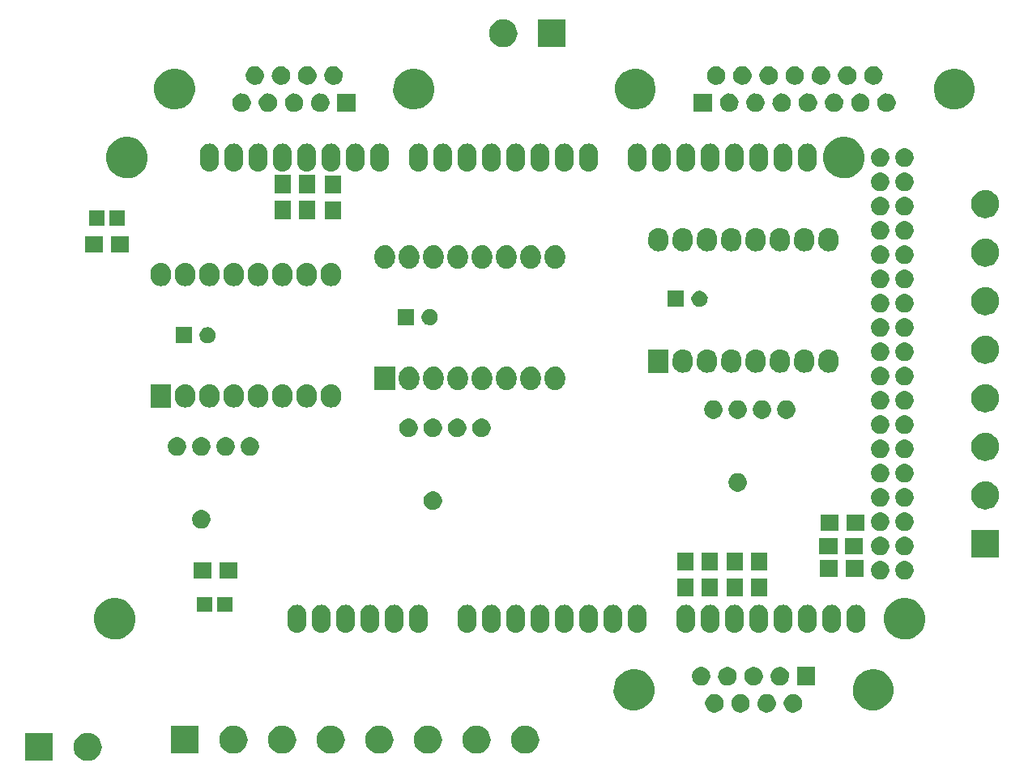
<source format=gts>
G04 #@! TF.FileFunction,Soldermask,Top*
%FSLAX46Y46*%
G04 Gerber Fmt 4.6, Leading zero omitted, Abs format (unit mm)*
G04 Created by KiCad (PCBNEW 4.0.5) date Wednesday, August 30, 2017 'PMt' 12:57:39 PM*
%MOMM*%
%LPD*%
G01*
G04 APERTURE LIST*
%ADD10C,0.100000*%
G04 APERTURE END LIST*
D10*
G36*
X85115582Y-143310128D02*
X85115588Y-143310129D01*
X85117637Y-143310143D01*
X85402743Y-143342123D01*
X85676208Y-143428871D01*
X85927614Y-143567083D01*
X86147388Y-143751495D01*
X86327157Y-143975082D01*
X86460073Y-144229328D01*
X86541075Y-144504549D01*
X86541078Y-144504585D01*
X86541081Y-144504594D01*
X86567079Y-144790260D01*
X86537095Y-145075537D01*
X86537094Y-145075542D01*
X86537089Y-145075585D01*
X86452252Y-145349648D01*
X86315798Y-145602014D01*
X86132925Y-145823069D01*
X85910599Y-146004394D01*
X85657286Y-146139083D01*
X85382637Y-146222004D01*
X85097113Y-146250000D01*
X85082852Y-146250000D01*
X85064418Y-146249872D01*
X85064412Y-146249871D01*
X85062363Y-146249857D01*
X84777257Y-146217877D01*
X84503792Y-146131129D01*
X84252386Y-145992917D01*
X84032612Y-145808505D01*
X83852843Y-145584918D01*
X83719927Y-145330672D01*
X83638925Y-145055451D01*
X83638922Y-145055415D01*
X83638919Y-145055406D01*
X83612921Y-144769740D01*
X83642905Y-144484463D01*
X83642906Y-144484458D01*
X83642911Y-144484415D01*
X83727748Y-144210352D01*
X83864202Y-143957986D01*
X84047075Y-143736931D01*
X84269401Y-143555606D01*
X84522714Y-143420917D01*
X84797363Y-143337996D01*
X85082887Y-143310000D01*
X85097148Y-143310000D01*
X85115582Y-143310128D01*
X85115582Y-143310128D01*
G37*
G36*
X81480000Y-146250000D02*
X78540000Y-146250000D01*
X78540000Y-143310000D01*
X81480000Y-143310000D01*
X81480000Y-146250000D01*
X81480000Y-146250000D01*
G37*
G36*
X100355582Y-142548128D02*
X100355588Y-142548129D01*
X100357637Y-142548143D01*
X100642743Y-142580123D01*
X100916208Y-142666871D01*
X101167614Y-142805083D01*
X101387388Y-142989495D01*
X101567157Y-143213082D01*
X101700073Y-143467328D01*
X101781075Y-143742549D01*
X101781078Y-143742585D01*
X101781081Y-143742594D01*
X101807079Y-144028260D01*
X101777095Y-144313537D01*
X101777094Y-144313542D01*
X101777089Y-144313585D01*
X101692252Y-144587648D01*
X101555798Y-144840014D01*
X101372925Y-145061069D01*
X101150599Y-145242394D01*
X100897286Y-145377083D01*
X100622637Y-145460004D01*
X100337113Y-145488000D01*
X100322852Y-145488000D01*
X100304418Y-145487872D01*
X100304412Y-145487871D01*
X100302363Y-145487857D01*
X100017257Y-145455877D01*
X99743792Y-145369129D01*
X99492386Y-145230917D01*
X99272612Y-145046505D01*
X99092843Y-144822918D01*
X98959927Y-144568672D01*
X98878925Y-144293451D01*
X98878922Y-144293415D01*
X98878919Y-144293406D01*
X98852921Y-144007740D01*
X98882905Y-143722463D01*
X98882906Y-143722458D01*
X98882911Y-143722415D01*
X98967748Y-143448352D01*
X99104202Y-143195986D01*
X99287075Y-142974931D01*
X99509401Y-142793606D01*
X99762714Y-142658917D01*
X100037363Y-142575996D01*
X100322887Y-142548000D01*
X100337148Y-142548000D01*
X100355582Y-142548128D01*
X100355582Y-142548128D01*
G37*
G36*
X96720000Y-145488000D02*
X93780000Y-145488000D01*
X93780000Y-142548000D01*
X96720000Y-142548000D01*
X96720000Y-145488000D01*
X96720000Y-145488000D01*
G37*
G36*
X105435582Y-142548128D02*
X105435588Y-142548129D01*
X105437637Y-142548143D01*
X105722743Y-142580123D01*
X105996208Y-142666871D01*
X106247614Y-142805083D01*
X106467388Y-142989495D01*
X106647157Y-143213082D01*
X106780073Y-143467328D01*
X106861075Y-143742549D01*
X106861078Y-143742585D01*
X106861081Y-143742594D01*
X106887079Y-144028260D01*
X106857095Y-144313537D01*
X106857094Y-144313542D01*
X106857089Y-144313585D01*
X106772252Y-144587648D01*
X106635798Y-144840014D01*
X106452925Y-145061069D01*
X106230599Y-145242394D01*
X105977286Y-145377083D01*
X105702637Y-145460004D01*
X105417113Y-145488000D01*
X105402852Y-145488000D01*
X105384418Y-145487872D01*
X105384412Y-145487871D01*
X105382363Y-145487857D01*
X105097257Y-145455877D01*
X104823792Y-145369129D01*
X104572386Y-145230917D01*
X104352612Y-145046505D01*
X104172843Y-144822918D01*
X104039927Y-144568672D01*
X103958925Y-144293451D01*
X103958922Y-144293415D01*
X103958919Y-144293406D01*
X103932921Y-144007740D01*
X103962905Y-143722463D01*
X103962906Y-143722458D01*
X103962911Y-143722415D01*
X104047748Y-143448352D01*
X104184202Y-143195986D01*
X104367075Y-142974931D01*
X104589401Y-142793606D01*
X104842714Y-142658917D01*
X105117363Y-142575996D01*
X105402887Y-142548000D01*
X105417148Y-142548000D01*
X105435582Y-142548128D01*
X105435582Y-142548128D01*
G37*
G36*
X110515582Y-142548128D02*
X110515588Y-142548129D01*
X110517637Y-142548143D01*
X110802743Y-142580123D01*
X111076208Y-142666871D01*
X111327614Y-142805083D01*
X111547388Y-142989495D01*
X111727157Y-143213082D01*
X111860073Y-143467328D01*
X111941075Y-143742549D01*
X111941078Y-143742585D01*
X111941081Y-143742594D01*
X111967079Y-144028260D01*
X111937095Y-144313537D01*
X111937094Y-144313542D01*
X111937089Y-144313585D01*
X111852252Y-144587648D01*
X111715798Y-144840014D01*
X111532925Y-145061069D01*
X111310599Y-145242394D01*
X111057286Y-145377083D01*
X110782637Y-145460004D01*
X110497113Y-145488000D01*
X110482852Y-145488000D01*
X110464418Y-145487872D01*
X110464412Y-145487871D01*
X110462363Y-145487857D01*
X110177257Y-145455877D01*
X109903792Y-145369129D01*
X109652386Y-145230917D01*
X109432612Y-145046505D01*
X109252843Y-144822918D01*
X109119927Y-144568672D01*
X109038925Y-144293451D01*
X109038922Y-144293415D01*
X109038919Y-144293406D01*
X109012921Y-144007740D01*
X109042905Y-143722463D01*
X109042906Y-143722458D01*
X109042911Y-143722415D01*
X109127748Y-143448352D01*
X109264202Y-143195986D01*
X109447075Y-142974931D01*
X109669401Y-142793606D01*
X109922714Y-142658917D01*
X110197363Y-142575996D01*
X110482887Y-142548000D01*
X110497148Y-142548000D01*
X110515582Y-142548128D01*
X110515582Y-142548128D01*
G37*
G36*
X115595582Y-142548128D02*
X115595588Y-142548129D01*
X115597637Y-142548143D01*
X115882743Y-142580123D01*
X116156208Y-142666871D01*
X116407614Y-142805083D01*
X116627388Y-142989495D01*
X116807157Y-143213082D01*
X116940073Y-143467328D01*
X117021075Y-143742549D01*
X117021078Y-143742585D01*
X117021081Y-143742594D01*
X117047079Y-144028260D01*
X117017095Y-144313537D01*
X117017094Y-144313542D01*
X117017089Y-144313585D01*
X116932252Y-144587648D01*
X116795798Y-144840014D01*
X116612925Y-145061069D01*
X116390599Y-145242394D01*
X116137286Y-145377083D01*
X115862637Y-145460004D01*
X115577113Y-145488000D01*
X115562852Y-145488000D01*
X115544418Y-145487872D01*
X115544412Y-145487871D01*
X115542363Y-145487857D01*
X115257257Y-145455877D01*
X114983792Y-145369129D01*
X114732386Y-145230917D01*
X114512612Y-145046505D01*
X114332843Y-144822918D01*
X114199927Y-144568672D01*
X114118925Y-144293451D01*
X114118922Y-144293415D01*
X114118919Y-144293406D01*
X114092921Y-144007740D01*
X114122905Y-143722463D01*
X114122906Y-143722458D01*
X114122911Y-143722415D01*
X114207748Y-143448352D01*
X114344202Y-143195986D01*
X114527075Y-142974931D01*
X114749401Y-142793606D01*
X115002714Y-142658917D01*
X115277363Y-142575996D01*
X115562887Y-142548000D01*
X115577148Y-142548000D01*
X115595582Y-142548128D01*
X115595582Y-142548128D01*
G37*
G36*
X120675582Y-142548128D02*
X120675588Y-142548129D01*
X120677637Y-142548143D01*
X120962743Y-142580123D01*
X121236208Y-142666871D01*
X121487614Y-142805083D01*
X121707388Y-142989495D01*
X121887157Y-143213082D01*
X122020073Y-143467328D01*
X122101075Y-143742549D01*
X122101078Y-143742585D01*
X122101081Y-143742594D01*
X122127079Y-144028260D01*
X122097095Y-144313537D01*
X122097094Y-144313542D01*
X122097089Y-144313585D01*
X122012252Y-144587648D01*
X121875798Y-144840014D01*
X121692925Y-145061069D01*
X121470599Y-145242394D01*
X121217286Y-145377083D01*
X120942637Y-145460004D01*
X120657113Y-145488000D01*
X120642852Y-145488000D01*
X120624418Y-145487872D01*
X120624412Y-145487871D01*
X120622363Y-145487857D01*
X120337257Y-145455877D01*
X120063792Y-145369129D01*
X119812386Y-145230917D01*
X119592612Y-145046505D01*
X119412843Y-144822918D01*
X119279927Y-144568672D01*
X119198925Y-144293451D01*
X119198922Y-144293415D01*
X119198919Y-144293406D01*
X119172921Y-144007740D01*
X119202905Y-143722463D01*
X119202906Y-143722458D01*
X119202911Y-143722415D01*
X119287748Y-143448352D01*
X119424202Y-143195986D01*
X119607075Y-142974931D01*
X119829401Y-142793606D01*
X120082714Y-142658917D01*
X120357363Y-142575996D01*
X120642887Y-142548000D01*
X120657148Y-142548000D01*
X120675582Y-142548128D01*
X120675582Y-142548128D01*
G37*
G36*
X125755582Y-142548128D02*
X125755588Y-142548129D01*
X125757637Y-142548143D01*
X126042743Y-142580123D01*
X126316208Y-142666871D01*
X126567614Y-142805083D01*
X126787388Y-142989495D01*
X126967157Y-143213082D01*
X127100073Y-143467328D01*
X127181075Y-143742549D01*
X127181078Y-143742585D01*
X127181081Y-143742594D01*
X127207079Y-144028260D01*
X127177095Y-144313537D01*
X127177094Y-144313542D01*
X127177089Y-144313585D01*
X127092252Y-144587648D01*
X126955798Y-144840014D01*
X126772925Y-145061069D01*
X126550599Y-145242394D01*
X126297286Y-145377083D01*
X126022637Y-145460004D01*
X125737113Y-145488000D01*
X125722852Y-145488000D01*
X125704418Y-145487872D01*
X125704412Y-145487871D01*
X125702363Y-145487857D01*
X125417257Y-145455877D01*
X125143792Y-145369129D01*
X124892386Y-145230917D01*
X124672612Y-145046505D01*
X124492843Y-144822918D01*
X124359927Y-144568672D01*
X124278925Y-144293451D01*
X124278922Y-144293415D01*
X124278919Y-144293406D01*
X124252921Y-144007740D01*
X124282905Y-143722463D01*
X124282906Y-143722458D01*
X124282911Y-143722415D01*
X124367748Y-143448352D01*
X124504202Y-143195986D01*
X124687075Y-142974931D01*
X124909401Y-142793606D01*
X125162714Y-142658917D01*
X125437363Y-142575996D01*
X125722887Y-142548000D01*
X125737148Y-142548000D01*
X125755582Y-142548128D01*
X125755582Y-142548128D01*
G37*
G36*
X130835582Y-142548128D02*
X130835588Y-142548129D01*
X130837637Y-142548143D01*
X131122743Y-142580123D01*
X131396208Y-142666871D01*
X131647614Y-142805083D01*
X131867388Y-142989495D01*
X132047157Y-143213082D01*
X132180073Y-143467328D01*
X132261075Y-143742549D01*
X132261078Y-143742585D01*
X132261081Y-143742594D01*
X132287079Y-144028260D01*
X132257095Y-144313537D01*
X132257094Y-144313542D01*
X132257089Y-144313585D01*
X132172252Y-144587648D01*
X132035798Y-144840014D01*
X131852925Y-145061069D01*
X131630599Y-145242394D01*
X131377286Y-145377083D01*
X131102637Y-145460004D01*
X130817113Y-145488000D01*
X130802852Y-145488000D01*
X130784418Y-145487872D01*
X130784412Y-145487871D01*
X130782363Y-145487857D01*
X130497257Y-145455877D01*
X130223792Y-145369129D01*
X129972386Y-145230917D01*
X129752612Y-145046505D01*
X129572843Y-144822918D01*
X129439927Y-144568672D01*
X129358925Y-144293451D01*
X129358922Y-144293415D01*
X129358919Y-144293406D01*
X129332921Y-144007740D01*
X129362905Y-143722463D01*
X129362906Y-143722458D01*
X129362911Y-143722415D01*
X129447748Y-143448352D01*
X129584202Y-143195986D01*
X129767075Y-142974931D01*
X129989401Y-142793606D01*
X130242714Y-142658917D01*
X130517363Y-142575996D01*
X130802887Y-142548000D01*
X130817148Y-142548000D01*
X130835582Y-142548128D01*
X130835582Y-142548128D01*
G37*
G36*
X156171047Y-139258638D02*
X156355844Y-139296572D01*
X156529768Y-139369683D01*
X156686172Y-139475179D01*
X156819107Y-139609044D01*
X156923507Y-139766180D01*
X156995399Y-139940603D01*
X157031974Y-140125322D01*
X157031974Y-140125327D01*
X157032042Y-140125671D01*
X157029033Y-140341154D01*
X157028956Y-140341492D01*
X157028956Y-140341501D01*
X156987237Y-140525127D01*
X156910505Y-140697471D01*
X156801755Y-140851633D01*
X156665133Y-140981736D01*
X156505844Y-141082824D01*
X156329951Y-141151049D01*
X156144163Y-141183809D01*
X155955544Y-141179857D01*
X155771285Y-141139345D01*
X155598405Y-141063816D01*
X155443492Y-140956148D01*
X155312438Y-140820439D01*
X155210240Y-140661858D01*
X155140788Y-140486442D01*
X155106733Y-140300890D01*
X155109366Y-140112249D01*
X155148592Y-139927711D01*
X155222911Y-139754310D01*
X155329498Y-139598644D01*
X155464288Y-139466648D01*
X155622152Y-139363345D01*
X155797074Y-139292671D01*
X155982387Y-139257321D01*
X156171047Y-139258638D01*
X156171047Y-139258638D01*
G37*
G36*
X158911047Y-139258638D02*
X159095844Y-139296572D01*
X159269768Y-139369683D01*
X159426172Y-139475179D01*
X159559107Y-139609044D01*
X159663507Y-139766180D01*
X159735399Y-139940603D01*
X159771974Y-140125322D01*
X159771974Y-140125327D01*
X159772042Y-140125671D01*
X159769033Y-140341154D01*
X159768956Y-140341492D01*
X159768956Y-140341501D01*
X159727237Y-140525127D01*
X159650505Y-140697471D01*
X159541755Y-140851633D01*
X159405133Y-140981736D01*
X159245844Y-141082824D01*
X159069951Y-141151049D01*
X158884163Y-141183809D01*
X158695544Y-141179857D01*
X158511285Y-141139345D01*
X158338405Y-141063816D01*
X158183492Y-140956148D01*
X158052438Y-140820439D01*
X157950240Y-140661858D01*
X157880788Y-140486442D01*
X157846733Y-140300890D01*
X157849366Y-140112249D01*
X157888592Y-139927711D01*
X157962911Y-139754310D01*
X158069498Y-139598644D01*
X158204288Y-139466648D01*
X158362152Y-139363345D01*
X158537074Y-139292671D01*
X158722387Y-139257321D01*
X158911047Y-139258638D01*
X158911047Y-139258638D01*
G37*
G36*
X153431047Y-139258638D02*
X153615844Y-139296572D01*
X153789768Y-139369683D01*
X153946172Y-139475179D01*
X154079107Y-139609044D01*
X154183507Y-139766180D01*
X154255399Y-139940603D01*
X154291974Y-140125322D01*
X154291974Y-140125327D01*
X154292042Y-140125671D01*
X154289033Y-140341154D01*
X154288956Y-140341492D01*
X154288956Y-140341501D01*
X154247237Y-140525127D01*
X154170505Y-140697471D01*
X154061755Y-140851633D01*
X153925133Y-140981736D01*
X153765844Y-141082824D01*
X153589951Y-141151049D01*
X153404163Y-141183809D01*
X153215544Y-141179857D01*
X153031285Y-141139345D01*
X152858405Y-141063816D01*
X152703492Y-140956148D01*
X152572438Y-140820439D01*
X152470240Y-140661858D01*
X152400788Y-140486442D01*
X152366733Y-140300890D01*
X152369366Y-140112249D01*
X152408592Y-139927711D01*
X152482911Y-139754310D01*
X152589498Y-139598644D01*
X152724288Y-139466648D01*
X152882152Y-139363345D01*
X153057074Y-139292671D01*
X153242387Y-139257321D01*
X153431047Y-139258638D01*
X153431047Y-139258638D01*
G37*
G36*
X150691047Y-139258638D02*
X150875844Y-139296572D01*
X151049768Y-139369683D01*
X151206172Y-139475179D01*
X151339107Y-139609044D01*
X151443507Y-139766180D01*
X151515399Y-139940603D01*
X151551974Y-140125322D01*
X151551974Y-140125327D01*
X151552042Y-140125671D01*
X151549033Y-140341154D01*
X151548956Y-140341492D01*
X151548956Y-140341501D01*
X151507237Y-140525127D01*
X151430505Y-140697471D01*
X151321755Y-140851633D01*
X151185133Y-140981736D01*
X151025844Y-141082824D01*
X150849951Y-141151049D01*
X150664163Y-141183809D01*
X150475544Y-141179857D01*
X150291285Y-141139345D01*
X150118405Y-141063816D01*
X149963492Y-140956148D01*
X149832438Y-140820439D01*
X149730240Y-140661858D01*
X149660788Y-140486442D01*
X149626733Y-140300890D01*
X149629366Y-140112249D01*
X149668592Y-139927711D01*
X149742911Y-139754310D01*
X149849498Y-139598644D01*
X149984288Y-139466648D01*
X150142152Y-139363345D01*
X150317074Y-139292671D01*
X150502387Y-139257321D01*
X150691047Y-139258638D01*
X150691047Y-139258638D01*
G37*
G36*
X142428832Y-136670417D02*
X142838200Y-136754449D01*
X143223463Y-136916398D01*
X143569926Y-137150091D01*
X143864400Y-137446627D01*
X144095666Y-137794713D01*
X144254920Y-138181090D01*
X144336024Y-138590695D01*
X144336024Y-138590706D01*
X144336091Y-138591045D01*
X144329426Y-139068377D01*
X144329350Y-139068711D01*
X144329350Y-139068724D01*
X144236840Y-139475906D01*
X144066862Y-139857683D01*
X143825963Y-140199178D01*
X143523324Y-140487378D01*
X143170469Y-140711307D01*
X142780841Y-140862433D01*
X142369281Y-140935003D01*
X141951460Y-140926250D01*
X141543296Y-140836509D01*
X141160337Y-140669199D01*
X140817174Y-140430694D01*
X140526868Y-140130074D01*
X140300482Y-139778790D01*
X140146636Y-139390221D01*
X140071197Y-138979183D01*
X140077031Y-138561311D01*
X140163921Y-138152530D01*
X140328552Y-137768415D01*
X140564659Y-137423590D01*
X140863244Y-137131194D01*
X141212939Y-136902360D01*
X141600420Y-136745807D01*
X142010925Y-136667500D01*
X142428832Y-136670417D01*
X142428832Y-136670417D01*
G37*
G36*
X167418832Y-136670417D02*
X167828200Y-136754449D01*
X168213463Y-136916398D01*
X168559926Y-137150091D01*
X168854400Y-137446627D01*
X169085666Y-137794713D01*
X169244920Y-138181090D01*
X169326024Y-138590695D01*
X169326024Y-138590706D01*
X169326091Y-138591045D01*
X169319426Y-139068377D01*
X169319350Y-139068711D01*
X169319350Y-139068724D01*
X169226840Y-139475906D01*
X169056862Y-139857683D01*
X168815963Y-140199178D01*
X168513324Y-140487378D01*
X168160469Y-140711307D01*
X167770841Y-140862433D01*
X167359281Y-140935003D01*
X166941460Y-140926250D01*
X166533296Y-140836509D01*
X166150337Y-140669199D01*
X165807174Y-140430694D01*
X165516868Y-140130074D01*
X165290482Y-139778790D01*
X165136636Y-139390221D01*
X165061197Y-138979183D01*
X165067031Y-138561311D01*
X165153921Y-138152530D01*
X165318552Y-137768415D01*
X165554659Y-137423590D01*
X165853244Y-137131194D01*
X166202939Y-136902360D01*
X166590420Y-136745807D01*
X167000925Y-136667500D01*
X167418832Y-136670417D01*
X167418832Y-136670417D01*
G37*
G36*
X149321047Y-136418638D02*
X149505844Y-136456572D01*
X149679768Y-136529683D01*
X149836172Y-136635179D01*
X149969107Y-136769044D01*
X150073507Y-136926180D01*
X150145399Y-137100603D01*
X150181974Y-137285322D01*
X150181974Y-137285327D01*
X150182042Y-137285671D01*
X150179033Y-137501154D01*
X150178956Y-137501492D01*
X150178956Y-137501501D01*
X150137237Y-137685127D01*
X150060505Y-137857471D01*
X149951755Y-138011633D01*
X149815133Y-138141736D01*
X149655844Y-138242824D01*
X149479951Y-138311049D01*
X149294163Y-138343809D01*
X149105544Y-138339857D01*
X148921285Y-138299345D01*
X148748405Y-138223816D01*
X148593492Y-138116148D01*
X148462438Y-137980439D01*
X148360240Y-137821858D01*
X148290788Y-137646442D01*
X148256733Y-137460890D01*
X148259366Y-137272249D01*
X148298592Y-137087711D01*
X148372911Y-136914310D01*
X148479498Y-136758644D01*
X148614288Y-136626648D01*
X148772152Y-136523345D01*
X148947074Y-136452671D01*
X149132387Y-136417321D01*
X149321047Y-136418638D01*
X149321047Y-136418638D01*
G37*
G36*
X152061047Y-136418638D02*
X152245844Y-136456572D01*
X152419768Y-136529683D01*
X152576172Y-136635179D01*
X152709107Y-136769044D01*
X152813507Y-136926180D01*
X152885399Y-137100603D01*
X152921974Y-137285322D01*
X152921974Y-137285327D01*
X152922042Y-137285671D01*
X152919033Y-137501154D01*
X152918956Y-137501492D01*
X152918956Y-137501501D01*
X152877237Y-137685127D01*
X152800505Y-137857471D01*
X152691755Y-138011633D01*
X152555133Y-138141736D01*
X152395844Y-138242824D01*
X152219951Y-138311049D01*
X152034163Y-138343809D01*
X151845544Y-138339857D01*
X151661285Y-138299345D01*
X151488405Y-138223816D01*
X151333492Y-138116148D01*
X151202438Y-137980439D01*
X151100240Y-137821858D01*
X151030788Y-137646442D01*
X150996733Y-137460890D01*
X150999366Y-137272249D01*
X151038592Y-137087711D01*
X151112911Y-136914310D01*
X151219498Y-136758644D01*
X151354288Y-136626648D01*
X151512152Y-136523345D01*
X151687074Y-136452671D01*
X151872387Y-136417321D01*
X152061047Y-136418638D01*
X152061047Y-136418638D01*
G37*
G36*
X154801047Y-136418638D02*
X154985844Y-136456572D01*
X155159768Y-136529683D01*
X155316172Y-136635179D01*
X155449107Y-136769044D01*
X155553507Y-136926180D01*
X155625399Y-137100603D01*
X155661974Y-137285322D01*
X155661974Y-137285327D01*
X155662042Y-137285671D01*
X155659033Y-137501154D01*
X155658956Y-137501492D01*
X155658956Y-137501501D01*
X155617237Y-137685127D01*
X155540505Y-137857471D01*
X155431755Y-138011633D01*
X155295133Y-138141736D01*
X155135844Y-138242824D01*
X154959951Y-138311049D01*
X154774163Y-138343809D01*
X154585544Y-138339857D01*
X154401285Y-138299345D01*
X154228405Y-138223816D01*
X154073492Y-138116148D01*
X153942438Y-137980439D01*
X153840240Y-137821858D01*
X153770788Y-137646442D01*
X153736733Y-137460890D01*
X153739366Y-137272249D01*
X153778592Y-137087711D01*
X153852911Y-136914310D01*
X153959498Y-136758644D01*
X154094288Y-136626648D01*
X154252152Y-136523345D01*
X154427074Y-136452671D01*
X154612387Y-136417321D01*
X154801047Y-136418638D01*
X154801047Y-136418638D01*
G37*
G36*
X157541047Y-136418638D02*
X157725844Y-136456572D01*
X157899768Y-136529683D01*
X158056172Y-136635179D01*
X158189107Y-136769044D01*
X158293507Y-136926180D01*
X158365399Y-137100603D01*
X158401974Y-137285322D01*
X158401974Y-137285327D01*
X158402042Y-137285671D01*
X158399033Y-137501154D01*
X158398956Y-137501492D01*
X158398956Y-137501501D01*
X158357237Y-137685127D01*
X158280505Y-137857471D01*
X158171755Y-138011633D01*
X158035133Y-138141736D01*
X157875844Y-138242824D01*
X157699951Y-138311049D01*
X157514163Y-138343809D01*
X157325544Y-138339857D01*
X157141285Y-138299345D01*
X156968405Y-138223816D01*
X156813492Y-138116148D01*
X156682438Y-137980439D01*
X156580240Y-137821858D01*
X156510788Y-137646442D01*
X156476733Y-137460890D01*
X156479366Y-137272249D01*
X156518592Y-137087711D01*
X156592911Y-136914310D01*
X156699498Y-136758644D01*
X156834288Y-136626648D01*
X156992152Y-136523345D01*
X157167074Y-136452671D01*
X157352387Y-136417321D01*
X157541047Y-136418638D01*
X157541047Y-136418638D01*
G37*
G36*
X161142000Y-138342000D02*
X159218000Y-138342000D01*
X159218000Y-136418000D01*
X161142000Y-136418000D01*
X161142000Y-138342000D01*
X161142000Y-138342000D01*
G37*
G36*
X170697770Y-129212142D02*
X171114342Y-129297653D01*
X171506385Y-129462452D01*
X171858945Y-129700257D01*
X172158601Y-130002012D01*
X172393937Y-130356223D01*
X172555993Y-130749399D01*
X172638525Y-131166218D01*
X172638525Y-131166224D01*
X172638593Y-131166568D01*
X172631810Y-131652300D01*
X172631733Y-131652638D01*
X172631733Y-131652647D01*
X172537595Y-132067000D01*
X172364626Y-132455495D01*
X172119488Y-132802999D01*
X171811522Y-133096271D01*
X171452460Y-133324139D01*
X171055972Y-133477926D01*
X170637172Y-133551773D01*
X170211999Y-133542866D01*
X169796652Y-133451546D01*
X169406954Y-133281291D01*
X169057752Y-133038589D01*
X168762338Y-132732679D01*
X168531968Y-132375214D01*
X168375415Y-131979808D01*
X168298648Y-131561536D01*
X168304585Y-131136311D01*
X168393004Y-130720337D01*
X168560532Y-130329462D01*
X168800794Y-129978569D01*
X169104633Y-129681028D01*
X169460481Y-129448167D01*
X169854781Y-129288859D01*
X170272510Y-129209174D01*
X170697770Y-129212142D01*
X170697770Y-129212142D01*
G37*
G36*
X88147770Y-129212142D02*
X88564342Y-129297653D01*
X88956385Y-129462452D01*
X89308945Y-129700257D01*
X89608601Y-130002012D01*
X89843937Y-130356223D01*
X90005993Y-130749399D01*
X90088525Y-131166218D01*
X90088525Y-131166224D01*
X90088593Y-131166568D01*
X90081810Y-131652300D01*
X90081733Y-131652638D01*
X90081733Y-131652647D01*
X89987595Y-132067000D01*
X89814626Y-132455495D01*
X89569488Y-132802999D01*
X89261522Y-133096271D01*
X88902460Y-133324139D01*
X88505972Y-133477926D01*
X88087172Y-133551773D01*
X87661999Y-133542866D01*
X87246652Y-133451546D01*
X86856954Y-133281291D01*
X86507752Y-133038589D01*
X86212338Y-132732679D01*
X85981968Y-132375214D01*
X85825415Y-131979808D01*
X85748648Y-131561536D01*
X85754585Y-131136311D01*
X85843004Y-130720337D01*
X86010532Y-130329462D01*
X86250794Y-129978569D01*
X86554633Y-129681028D01*
X86910481Y-129448167D01*
X87304781Y-129288859D01*
X87722510Y-129209174D01*
X88147770Y-129212142D01*
X88147770Y-129212142D01*
G37*
G36*
X152883390Y-129921729D02*
X152883400Y-129921732D01*
X152883437Y-129921736D01*
X153062790Y-129977255D01*
X153227944Y-130066553D01*
X153372607Y-130186229D01*
X153491270Y-130331724D01*
X153579413Y-130497497D01*
X153633679Y-130677234D01*
X153652000Y-130864087D01*
X153652000Y-131894346D01*
X153651921Y-131905689D01*
X153651920Y-131905695D01*
X153651906Y-131907745D01*
X153630978Y-132094324D01*
X153574208Y-132273285D01*
X153483759Y-132437811D01*
X153363076Y-132581636D01*
X153216756Y-132699280D01*
X153050372Y-132786264D01*
X152870261Y-132839273D01*
X152870230Y-132839276D01*
X152870216Y-132839280D01*
X152683287Y-132856291D01*
X152496610Y-132836671D01*
X152496600Y-132836668D01*
X152496563Y-132836664D01*
X152317210Y-132781145D01*
X152152056Y-132691847D01*
X152007393Y-132572171D01*
X151888730Y-132426676D01*
X151800587Y-132260903D01*
X151746321Y-132081166D01*
X151728000Y-131894313D01*
X151728000Y-130864054D01*
X151728079Y-130852711D01*
X151728080Y-130852705D01*
X151728094Y-130850655D01*
X151749022Y-130664076D01*
X151805792Y-130485115D01*
X151896241Y-130320589D01*
X152016924Y-130176764D01*
X152163244Y-130059120D01*
X152329628Y-129972136D01*
X152509739Y-129919127D01*
X152509770Y-129919124D01*
X152509784Y-129919120D01*
X152696713Y-129902109D01*
X152883390Y-129921729D01*
X152883390Y-129921729D01*
G37*
G36*
X150343390Y-129921729D02*
X150343400Y-129921732D01*
X150343437Y-129921736D01*
X150522790Y-129977255D01*
X150687944Y-130066553D01*
X150832607Y-130186229D01*
X150951270Y-130331724D01*
X151039413Y-130497497D01*
X151093679Y-130677234D01*
X151112000Y-130864087D01*
X151112000Y-131894346D01*
X151111921Y-131905689D01*
X151111920Y-131905695D01*
X151111906Y-131907745D01*
X151090978Y-132094324D01*
X151034208Y-132273285D01*
X150943759Y-132437811D01*
X150823076Y-132581636D01*
X150676756Y-132699280D01*
X150510372Y-132786264D01*
X150330261Y-132839273D01*
X150330230Y-132839276D01*
X150330216Y-132839280D01*
X150143287Y-132856291D01*
X149956610Y-132836671D01*
X149956600Y-132836668D01*
X149956563Y-132836664D01*
X149777210Y-132781145D01*
X149612056Y-132691847D01*
X149467393Y-132572171D01*
X149348730Y-132426676D01*
X149260587Y-132260903D01*
X149206321Y-132081166D01*
X149188000Y-131894313D01*
X149188000Y-130864054D01*
X149188079Y-130852711D01*
X149188080Y-130852705D01*
X149188094Y-130850655D01*
X149209022Y-130664076D01*
X149265792Y-130485115D01*
X149356241Y-130320589D01*
X149476924Y-130176764D01*
X149623244Y-130059120D01*
X149789628Y-129972136D01*
X149969739Y-129919127D01*
X149969770Y-129919124D01*
X149969784Y-129919120D01*
X150156713Y-129902109D01*
X150343390Y-129921729D01*
X150343390Y-129921729D01*
G37*
G36*
X147803390Y-129921729D02*
X147803400Y-129921732D01*
X147803437Y-129921736D01*
X147982790Y-129977255D01*
X148147944Y-130066553D01*
X148292607Y-130186229D01*
X148411270Y-130331724D01*
X148499413Y-130497497D01*
X148553679Y-130677234D01*
X148572000Y-130864087D01*
X148572000Y-131894346D01*
X148571921Y-131905689D01*
X148571920Y-131905695D01*
X148571906Y-131907745D01*
X148550978Y-132094324D01*
X148494208Y-132273285D01*
X148403759Y-132437811D01*
X148283076Y-132581636D01*
X148136756Y-132699280D01*
X147970372Y-132786264D01*
X147790261Y-132839273D01*
X147790230Y-132839276D01*
X147790216Y-132839280D01*
X147603287Y-132856291D01*
X147416610Y-132836671D01*
X147416600Y-132836668D01*
X147416563Y-132836664D01*
X147237210Y-132781145D01*
X147072056Y-132691847D01*
X146927393Y-132572171D01*
X146808730Y-132426676D01*
X146720587Y-132260903D01*
X146666321Y-132081166D01*
X146648000Y-131894313D01*
X146648000Y-130864054D01*
X146648079Y-130852711D01*
X146648080Y-130852705D01*
X146648094Y-130850655D01*
X146669022Y-130664076D01*
X146725792Y-130485115D01*
X146816241Y-130320589D01*
X146936924Y-130176764D01*
X147083244Y-130059120D01*
X147249628Y-129972136D01*
X147429739Y-129919127D01*
X147429770Y-129919124D01*
X147429784Y-129919120D01*
X147616713Y-129902109D01*
X147803390Y-129921729D01*
X147803390Y-129921729D01*
G37*
G36*
X142723390Y-129921729D02*
X142723400Y-129921732D01*
X142723437Y-129921736D01*
X142902790Y-129977255D01*
X143067944Y-130066553D01*
X143212607Y-130186229D01*
X143331270Y-130331724D01*
X143419413Y-130497497D01*
X143473679Y-130677234D01*
X143492000Y-130864087D01*
X143492000Y-131894346D01*
X143491921Y-131905689D01*
X143491920Y-131905695D01*
X143491906Y-131907745D01*
X143470978Y-132094324D01*
X143414208Y-132273285D01*
X143323759Y-132437811D01*
X143203076Y-132581636D01*
X143056756Y-132699280D01*
X142890372Y-132786264D01*
X142710261Y-132839273D01*
X142710230Y-132839276D01*
X142710216Y-132839280D01*
X142523287Y-132856291D01*
X142336610Y-132836671D01*
X142336600Y-132836668D01*
X142336563Y-132836664D01*
X142157210Y-132781145D01*
X141992056Y-132691847D01*
X141847393Y-132572171D01*
X141728730Y-132426676D01*
X141640587Y-132260903D01*
X141586321Y-132081166D01*
X141568000Y-131894313D01*
X141568000Y-130864054D01*
X141568079Y-130852711D01*
X141568080Y-130852705D01*
X141568094Y-130850655D01*
X141589022Y-130664076D01*
X141645792Y-130485115D01*
X141736241Y-130320589D01*
X141856924Y-130176764D01*
X142003244Y-130059120D01*
X142169628Y-129972136D01*
X142349739Y-129919127D01*
X142349770Y-129919124D01*
X142349784Y-129919120D01*
X142536713Y-129902109D01*
X142723390Y-129921729D01*
X142723390Y-129921729D01*
G37*
G36*
X140183390Y-129921729D02*
X140183400Y-129921732D01*
X140183437Y-129921736D01*
X140362790Y-129977255D01*
X140527944Y-130066553D01*
X140672607Y-130186229D01*
X140791270Y-130331724D01*
X140879413Y-130497497D01*
X140933679Y-130677234D01*
X140952000Y-130864087D01*
X140952000Y-131894346D01*
X140951921Y-131905689D01*
X140951920Y-131905695D01*
X140951906Y-131907745D01*
X140930978Y-132094324D01*
X140874208Y-132273285D01*
X140783759Y-132437811D01*
X140663076Y-132581636D01*
X140516756Y-132699280D01*
X140350372Y-132786264D01*
X140170261Y-132839273D01*
X140170230Y-132839276D01*
X140170216Y-132839280D01*
X139983287Y-132856291D01*
X139796610Y-132836671D01*
X139796600Y-132836668D01*
X139796563Y-132836664D01*
X139617210Y-132781145D01*
X139452056Y-132691847D01*
X139307393Y-132572171D01*
X139188730Y-132426676D01*
X139100587Y-132260903D01*
X139046321Y-132081166D01*
X139028000Y-131894313D01*
X139028000Y-130864054D01*
X139028079Y-130852711D01*
X139028080Y-130852705D01*
X139028094Y-130850655D01*
X139049022Y-130664076D01*
X139105792Y-130485115D01*
X139196241Y-130320589D01*
X139316924Y-130176764D01*
X139463244Y-130059120D01*
X139629628Y-129972136D01*
X139809739Y-129919127D01*
X139809770Y-129919124D01*
X139809784Y-129919120D01*
X139996713Y-129902109D01*
X140183390Y-129921729D01*
X140183390Y-129921729D01*
G37*
G36*
X137643390Y-129921729D02*
X137643400Y-129921732D01*
X137643437Y-129921736D01*
X137822790Y-129977255D01*
X137987944Y-130066553D01*
X138132607Y-130186229D01*
X138251270Y-130331724D01*
X138339413Y-130497497D01*
X138393679Y-130677234D01*
X138412000Y-130864087D01*
X138412000Y-131894346D01*
X138411921Y-131905689D01*
X138411920Y-131905695D01*
X138411906Y-131907745D01*
X138390978Y-132094324D01*
X138334208Y-132273285D01*
X138243759Y-132437811D01*
X138123076Y-132581636D01*
X137976756Y-132699280D01*
X137810372Y-132786264D01*
X137630261Y-132839273D01*
X137630230Y-132839276D01*
X137630216Y-132839280D01*
X137443287Y-132856291D01*
X137256610Y-132836671D01*
X137256600Y-132836668D01*
X137256563Y-132836664D01*
X137077210Y-132781145D01*
X136912056Y-132691847D01*
X136767393Y-132572171D01*
X136648730Y-132426676D01*
X136560587Y-132260903D01*
X136506321Y-132081166D01*
X136488000Y-131894313D01*
X136488000Y-130864054D01*
X136488079Y-130852711D01*
X136488080Y-130852705D01*
X136488094Y-130850655D01*
X136509022Y-130664076D01*
X136565792Y-130485115D01*
X136656241Y-130320589D01*
X136776924Y-130176764D01*
X136923244Y-130059120D01*
X137089628Y-129972136D01*
X137269739Y-129919127D01*
X137269770Y-129919124D01*
X137269784Y-129919120D01*
X137456713Y-129902109D01*
X137643390Y-129921729D01*
X137643390Y-129921729D01*
G37*
G36*
X135103390Y-129921729D02*
X135103400Y-129921732D01*
X135103437Y-129921736D01*
X135282790Y-129977255D01*
X135447944Y-130066553D01*
X135592607Y-130186229D01*
X135711270Y-130331724D01*
X135799413Y-130497497D01*
X135853679Y-130677234D01*
X135872000Y-130864087D01*
X135872000Y-131894346D01*
X135871921Y-131905689D01*
X135871920Y-131905695D01*
X135871906Y-131907745D01*
X135850978Y-132094324D01*
X135794208Y-132273285D01*
X135703759Y-132437811D01*
X135583076Y-132581636D01*
X135436756Y-132699280D01*
X135270372Y-132786264D01*
X135090261Y-132839273D01*
X135090230Y-132839276D01*
X135090216Y-132839280D01*
X134903287Y-132856291D01*
X134716610Y-132836671D01*
X134716600Y-132836668D01*
X134716563Y-132836664D01*
X134537210Y-132781145D01*
X134372056Y-132691847D01*
X134227393Y-132572171D01*
X134108730Y-132426676D01*
X134020587Y-132260903D01*
X133966321Y-132081166D01*
X133948000Y-131894313D01*
X133948000Y-130864054D01*
X133948079Y-130852711D01*
X133948080Y-130852705D01*
X133948094Y-130850655D01*
X133969022Y-130664076D01*
X134025792Y-130485115D01*
X134116241Y-130320589D01*
X134236924Y-130176764D01*
X134383244Y-130059120D01*
X134549628Y-129972136D01*
X134729739Y-129919127D01*
X134729770Y-129919124D01*
X134729784Y-129919120D01*
X134916713Y-129902109D01*
X135103390Y-129921729D01*
X135103390Y-129921729D01*
G37*
G36*
X132563390Y-129921729D02*
X132563400Y-129921732D01*
X132563437Y-129921736D01*
X132742790Y-129977255D01*
X132907944Y-130066553D01*
X133052607Y-130186229D01*
X133171270Y-130331724D01*
X133259413Y-130497497D01*
X133313679Y-130677234D01*
X133332000Y-130864087D01*
X133332000Y-131894346D01*
X133331921Y-131905689D01*
X133331920Y-131905695D01*
X133331906Y-131907745D01*
X133310978Y-132094324D01*
X133254208Y-132273285D01*
X133163759Y-132437811D01*
X133043076Y-132581636D01*
X132896756Y-132699280D01*
X132730372Y-132786264D01*
X132550261Y-132839273D01*
X132550230Y-132839276D01*
X132550216Y-132839280D01*
X132363287Y-132856291D01*
X132176610Y-132836671D01*
X132176600Y-132836668D01*
X132176563Y-132836664D01*
X131997210Y-132781145D01*
X131832056Y-132691847D01*
X131687393Y-132572171D01*
X131568730Y-132426676D01*
X131480587Y-132260903D01*
X131426321Y-132081166D01*
X131408000Y-131894313D01*
X131408000Y-130864054D01*
X131408079Y-130852711D01*
X131408080Y-130852705D01*
X131408094Y-130850655D01*
X131429022Y-130664076D01*
X131485792Y-130485115D01*
X131576241Y-130320589D01*
X131696924Y-130176764D01*
X131843244Y-130059120D01*
X132009628Y-129972136D01*
X132189739Y-129919127D01*
X132189770Y-129919124D01*
X132189784Y-129919120D01*
X132376713Y-129902109D01*
X132563390Y-129921729D01*
X132563390Y-129921729D01*
G37*
G36*
X130023390Y-129921729D02*
X130023400Y-129921732D01*
X130023437Y-129921736D01*
X130202790Y-129977255D01*
X130367944Y-130066553D01*
X130512607Y-130186229D01*
X130631270Y-130331724D01*
X130719413Y-130497497D01*
X130773679Y-130677234D01*
X130792000Y-130864087D01*
X130792000Y-131894346D01*
X130791921Y-131905689D01*
X130791920Y-131905695D01*
X130791906Y-131907745D01*
X130770978Y-132094324D01*
X130714208Y-132273285D01*
X130623759Y-132437811D01*
X130503076Y-132581636D01*
X130356756Y-132699280D01*
X130190372Y-132786264D01*
X130010261Y-132839273D01*
X130010230Y-132839276D01*
X130010216Y-132839280D01*
X129823287Y-132856291D01*
X129636610Y-132836671D01*
X129636600Y-132836668D01*
X129636563Y-132836664D01*
X129457210Y-132781145D01*
X129292056Y-132691847D01*
X129147393Y-132572171D01*
X129028730Y-132426676D01*
X128940587Y-132260903D01*
X128886321Y-132081166D01*
X128868000Y-131894313D01*
X128868000Y-130864054D01*
X128868079Y-130852711D01*
X128868080Y-130852705D01*
X128868094Y-130850655D01*
X128889022Y-130664076D01*
X128945792Y-130485115D01*
X129036241Y-130320589D01*
X129156924Y-130176764D01*
X129303244Y-130059120D01*
X129469628Y-129972136D01*
X129649739Y-129919127D01*
X129649770Y-129919124D01*
X129649784Y-129919120D01*
X129836713Y-129902109D01*
X130023390Y-129921729D01*
X130023390Y-129921729D01*
G37*
G36*
X127483390Y-129921729D02*
X127483400Y-129921732D01*
X127483437Y-129921736D01*
X127662790Y-129977255D01*
X127827944Y-130066553D01*
X127972607Y-130186229D01*
X128091270Y-130331724D01*
X128179413Y-130497497D01*
X128233679Y-130677234D01*
X128252000Y-130864087D01*
X128252000Y-131894346D01*
X128251921Y-131905689D01*
X128251920Y-131905695D01*
X128251906Y-131907745D01*
X128230978Y-132094324D01*
X128174208Y-132273285D01*
X128083759Y-132437811D01*
X127963076Y-132581636D01*
X127816756Y-132699280D01*
X127650372Y-132786264D01*
X127470261Y-132839273D01*
X127470230Y-132839276D01*
X127470216Y-132839280D01*
X127283287Y-132856291D01*
X127096610Y-132836671D01*
X127096600Y-132836668D01*
X127096563Y-132836664D01*
X126917210Y-132781145D01*
X126752056Y-132691847D01*
X126607393Y-132572171D01*
X126488730Y-132426676D01*
X126400587Y-132260903D01*
X126346321Y-132081166D01*
X126328000Y-131894313D01*
X126328000Y-130864054D01*
X126328079Y-130852711D01*
X126328080Y-130852705D01*
X126328094Y-130850655D01*
X126349022Y-130664076D01*
X126405792Y-130485115D01*
X126496241Y-130320589D01*
X126616924Y-130176764D01*
X126763244Y-130059120D01*
X126929628Y-129972136D01*
X127109739Y-129919127D01*
X127109770Y-129919124D01*
X127109784Y-129919120D01*
X127296713Y-129902109D01*
X127483390Y-129921729D01*
X127483390Y-129921729D01*
G37*
G36*
X124943390Y-129921729D02*
X124943400Y-129921732D01*
X124943437Y-129921736D01*
X125122790Y-129977255D01*
X125287944Y-130066553D01*
X125432607Y-130186229D01*
X125551270Y-130331724D01*
X125639413Y-130497497D01*
X125693679Y-130677234D01*
X125712000Y-130864087D01*
X125712000Y-131894346D01*
X125711921Y-131905689D01*
X125711920Y-131905695D01*
X125711906Y-131907745D01*
X125690978Y-132094324D01*
X125634208Y-132273285D01*
X125543759Y-132437811D01*
X125423076Y-132581636D01*
X125276756Y-132699280D01*
X125110372Y-132786264D01*
X124930261Y-132839273D01*
X124930230Y-132839276D01*
X124930216Y-132839280D01*
X124743287Y-132856291D01*
X124556610Y-132836671D01*
X124556600Y-132836668D01*
X124556563Y-132836664D01*
X124377210Y-132781145D01*
X124212056Y-132691847D01*
X124067393Y-132572171D01*
X123948730Y-132426676D01*
X123860587Y-132260903D01*
X123806321Y-132081166D01*
X123788000Y-131894313D01*
X123788000Y-130864054D01*
X123788079Y-130852711D01*
X123788080Y-130852705D01*
X123788094Y-130850655D01*
X123809022Y-130664076D01*
X123865792Y-130485115D01*
X123956241Y-130320589D01*
X124076924Y-130176764D01*
X124223244Y-130059120D01*
X124389628Y-129972136D01*
X124569739Y-129919127D01*
X124569770Y-129919124D01*
X124569784Y-129919120D01*
X124756713Y-129902109D01*
X124943390Y-129921729D01*
X124943390Y-129921729D01*
G37*
G36*
X119863390Y-129921729D02*
X119863400Y-129921732D01*
X119863437Y-129921736D01*
X120042790Y-129977255D01*
X120207944Y-130066553D01*
X120352607Y-130186229D01*
X120471270Y-130331724D01*
X120559413Y-130497497D01*
X120613679Y-130677234D01*
X120632000Y-130864087D01*
X120632000Y-131894346D01*
X120631921Y-131905689D01*
X120631920Y-131905695D01*
X120631906Y-131907745D01*
X120610978Y-132094324D01*
X120554208Y-132273285D01*
X120463759Y-132437811D01*
X120343076Y-132581636D01*
X120196756Y-132699280D01*
X120030372Y-132786264D01*
X119850261Y-132839273D01*
X119850230Y-132839276D01*
X119850216Y-132839280D01*
X119663287Y-132856291D01*
X119476610Y-132836671D01*
X119476600Y-132836668D01*
X119476563Y-132836664D01*
X119297210Y-132781145D01*
X119132056Y-132691847D01*
X118987393Y-132572171D01*
X118868730Y-132426676D01*
X118780587Y-132260903D01*
X118726321Y-132081166D01*
X118708000Y-131894313D01*
X118708000Y-130864054D01*
X118708079Y-130852711D01*
X118708080Y-130852705D01*
X118708094Y-130850655D01*
X118729022Y-130664076D01*
X118785792Y-130485115D01*
X118876241Y-130320589D01*
X118996924Y-130176764D01*
X119143244Y-130059120D01*
X119309628Y-129972136D01*
X119489739Y-129919127D01*
X119489770Y-129919124D01*
X119489784Y-129919120D01*
X119676713Y-129902109D01*
X119863390Y-129921729D01*
X119863390Y-129921729D01*
G37*
G36*
X117323390Y-129921729D02*
X117323400Y-129921732D01*
X117323437Y-129921736D01*
X117502790Y-129977255D01*
X117667944Y-130066553D01*
X117812607Y-130186229D01*
X117931270Y-130331724D01*
X118019413Y-130497497D01*
X118073679Y-130677234D01*
X118092000Y-130864087D01*
X118092000Y-131894346D01*
X118091921Y-131905689D01*
X118091920Y-131905695D01*
X118091906Y-131907745D01*
X118070978Y-132094324D01*
X118014208Y-132273285D01*
X117923759Y-132437811D01*
X117803076Y-132581636D01*
X117656756Y-132699280D01*
X117490372Y-132786264D01*
X117310261Y-132839273D01*
X117310230Y-132839276D01*
X117310216Y-132839280D01*
X117123287Y-132856291D01*
X116936610Y-132836671D01*
X116936600Y-132836668D01*
X116936563Y-132836664D01*
X116757210Y-132781145D01*
X116592056Y-132691847D01*
X116447393Y-132572171D01*
X116328730Y-132426676D01*
X116240587Y-132260903D01*
X116186321Y-132081166D01*
X116168000Y-131894313D01*
X116168000Y-130864054D01*
X116168079Y-130852711D01*
X116168080Y-130852705D01*
X116168094Y-130850655D01*
X116189022Y-130664076D01*
X116245792Y-130485115D01*
X116336241Y-130320589D01*
X116456924Y-130176764D01*
X116603244Y-130059120D01*
X116769628Y-129972136D01*
X116949739Y-129919127D01*
X116949770Y-129919124D01*
X116949784Y-129919120D01*
X117136713Y-129902109D01*
X117323390Y-129921729D01*
X117323390Y-129921729D01*
G37*
G36*
X114783390Y-129921729D02*
X114783400Y-129921732D01*
X114783437Y-129921736D01*
X114962790Y-129977255D01*
X115127944Y-130066553D01*
X115272607Y-130186229D01*
X115391270Y-130331724D01*
X115479413Y-130497497D01*
X115533679Y-130677234D01*
X115552000Y-130864087D01*
X115552000Y-131894346D01*
X115551921Y-131905689D01*
X115551920Y-131905695D01*
X115551906Y-131907745D01*
X115530978Y-132094324D01*
X115474208Y-132273285D01*
X115383759Y-132437811D01*
X115263076Y-132581636D01*
X115116756Y-132699280D01*
X114950372Y-132786264D01*
X114770261Y-132839273D01*
X114770230Y-132839276D01*
X114770216Y-132839280D01*
X114583287Y-132856291D01*
X114396610Y-132836671D01*
X114396600Y-132836668D01*
X114396563Y-132836664D01*
X114217210Y-132781145D01*
X114052056Y-132691847D01*
X113907393Y-132572171D01*
X113788730Y-132426676D01*
X113700587Y-132260903D01*
X113646321Y-132081166D01*
X113628000Y-131894313D01*
X113628000Y-130864054D01*
X113628079Y-130852711D01*
X113628080Y-130852705D01*
X113628094Y-130850655D01*
X113649022Y-130664076D01*
X113705792Y-130485115D01*
X113796241Y-130320589D01*
X113916924Y-130176764D01*
X114063244Y-130059120D01*
X114229628Y-129972136D01*
X114409739Y-129919127D01*
X114409770Y-129919124D01*
X114409784Y-129919120D01*
X114596713Y-129902109D01*
X114783390Y-129921729D01*
X114783390Y-129921729D01*
G37*
G36*
X112243390Y-129921729D02*
X112243400Y-129921732D01*
X112243437Y-129921736D01*
X112422790Y-129977255D01*
X112587944Y-130066553D01*
X112732607Y-130186229D01*
X112851270Y-130331724D01*
X112939413Y-130497497D01*
X112993679Y-130677234D01*
X113012000Y-130864087D01*
X113012000Y-131894346D01*
X113011921Y-131905689D01*
X113011920Y-131905695D01*
X113011906Y-131907745D01*
X112990978Y-132094324D01*
X112934208Y-132273285D01*
X112843759Y-132437811D01*
X112723076Y-132581636D01*
X112576756Y-132699280D01*
X112410372Y-132786264D01*
X112230261Y-132839273D01*
X112230230Y-132839276D01*
X112230216Y-132839280D01*
X112043287Y-132856291D01*
X111856610Y-132836671D01*
X111856600Y-132836668D01*
X111856563Y-132836664D01*
X111677210Y-132781145D01*
X111512056Y-132691847D01*
X111367393Y-132572171D01*
X111248730Y-132426676D01*
X111160587Y-132260903D01*
X111106321Y-132081166D01*
X111088000Y-131894313D01*
X111088000Y-130864054D01*
X111088079Y-130852711D01*
X111088080Y-130852705D01*
X111088094Y-130850655D01*
X111109022Y-130664076D01*
X111165792Y-130485115D01*
X111256241Y-130320589D01*
X111376924Y-130176764D01*
X111523244Y-130059120D01*
X111689628Y-129972136D01*
X111869739Y-129919127D01*
X111869770Y-129919124D01*
X111869784Y-129919120D01*
X112056713Y-129902109D01*
X112243390Y-129921729D01*
X112243390Y-129921729D01*
G37*
G36*
X109703390Y-129921729D02*
X109703400Y-129921732D01*
X109703437Y-129921736D01*
X109882790Y-129977255D01*
X110047944Y-130066553D01*
X110192607Y-130186229D01*
X110311270Y-130331724D01*
X110399413Y-130497497D01*
X110453679Y-130677234D01*
X110472000Y-130864087D01*
X110472000Y-131894346D01*
X110471921Y-131905689D01*
X110471920Y-131905695D01*
X110471906Y-131907745D01*
X110450978Y-132094324D01*
X110394208Y-132273285D01*
X110303759Y-132437811D01*
X110183076Y-132581636D01*
X110036756Y-132699280D01*
X109870372Y-132786264D01*
X109690261Y-132839273D01*
X109690230Y-132839276D01*
X109690216Y-132839280D01*
X109503287Y-132856291D01*
X109316610Y-132836671D01*
X109316600Y-132836668D01*
X109316563Y-132836664D01*
X109137210Y-132781145D01*
X108972056Y-132691847D01*
X108827393Y-132572171D01*
X108708730Y-132426676D01*
X108620587Y-132260903D01*
X108566321Y-132081166D01*
X108548000Y-131894313D01*
X108548000Y-130864054D01*
X108548079Y-130852711D01*
X108548080Y-130852705D01*
X108548094Y-130850655D01*
X108569022Y-130664076D01*
X108625792Y-130485115D01*
X108716241Y-130320589D01*
X108836924Y-130176764D01*
X108983244Y-130059120D01*
X109149628Y-129972136D01*
X109329739Y-129919127D01*
X109329770Y-129919124D01*
X109329784Y-129919120D01*
X109516713Y-129902109D01*
X109703390Y-129921729D01*
X109703390Y-129921729D01*
G37*
G36*
X107163390Y-129921729D02*
X107163400Y-129921732D01*
X107163437Y-129921736D01*
X107342790Y-129977255D01*
X107507944Y-130066553D01*
X107652607Y-130186229D01*
X107771270Y-130331724D01*
X107859413Y-130497497D01*
X107913679Y-130677234D01*
X107932000Y-130864087D01*
X107932000Y-131894346D01*
X107931921Y-131905689D01*
X107931920Y-131905695D01*
X107931906Y-131907745D01*
X107910978Y-132094324D01*
X107854208Y-132273285D01*
X107763759Y-132437811D01*
X107643076Y-132581636D01*
X107496756Y-132699280D01*
X107330372Y-132786264D01*
X107150261Y-132839273D01*
X107150230Y-132839276D01*
X107150216Y-132839280D01*
X106963287Y-132856291D01*
X106776610Y-132836671D01*
X106776600Y-132836668D01*
X106776563Y-132836664D01*
X106597210Y-132781145D01*
X106432056Y-132691847D01*
X106287393Y-132572171D01*
X106168730Y-132426676D01*
X106080587Y-132260903D01*
X106026321Y-132081166D01*
X106008000Y-131894313D01*
X106008000Y-130864054D01*
X106008079Y-130852711D01*
X106008080Y-130852705D01*
X106008094Y-130850655D01*
X106029022Y-130664076D01*
X106085792Y-130485115D01*
X106176241Y-130320589D01*
X106296924Y-130176764D01*
X106443244Y-130059120D01*
X106609628Y-129972136D01*
X106789739Y-129919127D01*
X106789770Y-129919124D01*
X106789784Y-129919120D01*
X106976713Y-129902109D01*
X107163390Y-129921729D01*
X107163390Y-129921729D01*
G37*
G36*
X155423390Y-129921729D02*
X155423400Y-129921732D01*
X155423437Y-129921736D01*
X155602790Y-129977255D01*
X155767944Y-130066553D01*
X155912607Y-130186229D01*
X156031270Y-130331724D01*
X156119413Y-130497497D01*
X156173679Y-130677234D01*
X156192000Y-130864087D01*
X156192000Y-131894346D01*
X156191921Y-131905689D01*
X156191920Y-131905695D01*
X156191906Y-131907745D01*
X156170978Y-132094324D01*
X156114208Y-132273285D01*
X156023759Y-132437811D01*
X155903076Y-132581636D01*
X155756756Y-132699280D01*
X155590372Y-132786264D01*
X155410261Y-132839273D01*
X155410230Y-132839276D01*
X155410216Y-132839280D01*
X155223287Y-132856291D01*
X155036610Y-132836671D01*
X155036600Y-132836668D01*
X155036563Y-132836664D01*
X154857210Y-132781145D01*
X154692056Y-132691847D01*
X154547393Y-132572171D01*
X154428730Y-132426676D01*
X154340587Y-132260903D01*
X154286321Y-132081166D01*
X154268000Y-131894313D01*
X154268000Y-130864054D01*
X154268079Y-130852711D01*
X154268080Y-130852705D01*
X154268094Y-130850655D01*
X154289022Y-130664076D01*
X154345792Y-130485115D01*
X154436241Y-130320589D01*
X154556924Y-130176764D01*
X154703244Y-130059120D01*
X154869628Y-129972136D01*
X155049739Y-129919127D01*
X155049770Y-129919124D01*
X155049784Y-129919120D01*
X155236713Y-129902109D01*
X155423390Y-129921729D01*
X155423390Y-129921729D01*
G37*
G36*
X157963390Y-129921729D02*
X157963400Y-129921732D01*
X157963437Y-129921736D01*
X158142790Y-129977255D01*
X158307944Y-130066553D01*
X158452607Y-130186229D01*
X158571270Y-130331724D01*
X158659413Y-130497497D01*
X158713679Y-130677234D01*
X158732000Y-130864087D01*
X158732000Y-131894346D01*
X158731921Y-131905689D01*
X158731920Y-131905695D01*
X158731906Y-131907745D01*
X158710978Y-132094324D01*
X158654208Y-132273285D01*
X158563759Y-132437811D01*
X158443076Y-132581636D01*
X158296756Y-132699280D01*
X158130372Y-132786264D01*
X157950261Y-132839273D01*
X157950230Y-132839276D01*
X157950216Y-132839280D01*
X157763287Y-132856291D01*
X157576610Y-132836671D01*
X157576600Y-132836668D01*
X157576563Y-132836664D01*
X157397210Y-132781145D01*
X157232056Y-132691847D01*
X157087393Y-132572171D01*
X156968730Y-132426676D01*
X156880587Y-132260903D01*
X156826321Y-132081166D01*
X156808000Y-131894313D01*
X156808000Y-130864054D01*
X156808079Y-130852711D01*
X156808080Y-130852705D01*
X156808094Y-130850655D01*
X156829022Y-130664076D01*
X156885792Y-130485115D01*
X156976241Y-130320589D01*
X157096924Y-130176764D01*
X157243244Y-130059120D01*
X157409628Y-129972136D01*
X157589739Y-129919127D01*
X157589770Y-129919124D01*
X157589784Y-129919120D01*
X157776713Y-129902109D01*
X157963390Y-129921729D01*
X157963390Y-129921729D01*
G37*
G36*
X160503390Y-129921729D02*
X160503400Y-129921732D01*
X160503437Y-129921736D01*
X160682790Y-129977255D01*
X160847944Y-130066553D01*
X160992607Y-130186229D01*
X161111270Y-130331724D01*
X161199413Y-130497497D01*
X161253679Y-130677234D01*
X161272000Y-130864087D01*
X161272000Y-131894346D01*
X161271921Y-131905689D01*
X161271920Y-131905695D01*
X161271906Y-131907745D01*
X161250978Y-132094324D01*
X161194208Y-132273285D01*
X161103759Y-132437811D01*
X160983076Y-132581636D01*
X160836756Y-132699280D01*
X160670372Y-132786264D01*
X160490261Y-132839273D01*
X160490230Y-132839276D01*
X160490216Y-132839280D01*
X160303287Y-132856291D01*
X160116610Y-132836671D01*
X160116600Y-132836668D01*
X160116563Y-132836664D01*
X159937210Y-132781145D01*
X159772056Y-132691847D01*
X159627393Y-132572171D01*
X159508730Y-132426676D01*
X159420587Y-132260903D01*
X159366321Y-132081166D01*
X159348000Y-131894313D01*
X159348000Y-130864054D01*
X159348079Y-130852711D01*
X159348080Y-130852705D01*
X159348094Y-130850655D01*
X159369022Y-130664076D01*
X159425792Y-130485115D01*
X159516241Y-130320589D01*
X159636924Y-130176764D01*
X159783244Y-130059120D01*
X159949628Y-129972136D01*
X160129739Y-129919127D01*
X160129770Y-129919124D01*
X160129784Y-129919120D01*
X160316713Y-129902109D01*
X160503390Y-129921729D01*
X160503390Y-129921729D01*
G37*
G36*
X163043390Y-129921729D02*
X163043400Y-129921732D01*
X163043437Y-129921736D01*
X163222790Y-129977255D01*
X163387944Y-130066553D01*
X163532607Y-130186229D01*
X163651270Y-130331724D01*
X163739413Y-130497497D01*
X163793679Y-130677234D01*
X163812000Y-130864087D01*
X163812000Y-131894346D01*
X163811921Y-131905689D01*
X163811920Y-131905695D01*
X163811906Y-131907745D01*
X163790978Y-132094324D01*
X163734208Y-132273285D01*
X163643759Y-132437811D01*
X163523076Y-132581636D01*
X163376756Y-132699280D01*
X163210372Y-132786264D01*
X163030261Y-132839273D01*
X163030230Y-132839276D01*
X163030216Y-132839280D01*
X162843287Y-132856291D01*
X162656610Y-132836671D01*
X162656600Y-132836668D01*
X162656563Y-132836664D01*
X162477210Y-132781145D01*
X162312056Y-132691847D01*
X162167393Y-132572171D01*
X162048730Y-132426676D01*
X161960587Y-132260903D01*
X161906321Y-132081166D01*
X161888000Y-131894313D01*
X161888000Y-130864054D01*
X161888079Y-130852711D01*
X161888080Y-130852705D01*
X161888094Y-130850655D01*
X161909022Y-130664076D01*
X161965792Y-130485115D01*
X162056241Y-130320589D01*
X162176924Y-130176764D01*
X162323244Y-130059120D01*
X162489628Y-129972136D01*
X162669739Y-129919127D01*
X162669770Y-129919124D01*
X162669784Y-129919120D01*
X162856713Y-129902109D01*
X163043390Y-129921729D01*
X163043390Y-129921729D01*
G37*
G36*
X165583390Y-129921729D02*
X165583400Y-129921732D01*
X165583437Y-129921736D01*
X165762790Y-129977255D01*
X165927944Y-130066553D01*
X166072607Y-130186229D01*
X166191270Y-130331724D01*
X166279413Y-130497497D01*
X166333679Y-130677234D01*
X166352000Y-130864087D01*
X166352000Y-131894346D01*
X166351921Y-131905689D01*
X166351920Y-131905695D01*
X166351906Y-131907745D01*
X166330978Y-132094324D01*
X166274208Y-132273285D01*
X166183759Y-132437811D01*
X166063076Y-132581636D01*
X165916756Y-132699280D01*
X165750372Y-132786264D01*
X165570261Y-132839273D01*
X165570230Y-132839276D01*
X165570216Y-132839280D01*
X165383287Y-132856291D01*
X165196610Y-132836671D01*
X165196600Y-132836668D01*
X165196563Y-132836664D01*
X165017210Y-132781145D01*
X164852056Y-132691847D01*
X164707393Y-132572171D01*
X164588730Y-132426676D01*
X164500587Y-132260903D01*
X164446321Y-132081166D01*
X164428000Y-131894313D01*
X164428000Y-130864054D01*
X164428079Y-130852711D01*
X164428080Y-130852705D01*
X164428094Y-130850655D01*
X164449022Y-130664076D01*
X164505792Y-130485115D01*
X164596241Y-130320589D01*
X164716924Y-130176764D01*
X164863244Y-130059120D01*
X165029628Y-129972136D01*
X165209739Y-129919127D01*
X165209770Y-129919124D01*
X165209784Y-129919120D01*
X165396713Y-129902109D01*
X165583390Y-129921729D01*
X165583390Y-129921729D01*
G37*
G36*
X100226555Y-130674440D02*
X98627675Y-130674440D01*
X98627675Y-129075560D01*
X100226555Y-129075560D01*
X100226555Y-130674440D01*
X100226555Y-130674440D01*
G37*
G36*
X98128515Y-130674440D02*
X96529635Y-130674440D01*
X96529635Y-129075560D01*
X98128515Y-129075560D01*
X98128515Y-130674440D01*
X98128515Y-130674440D01*
G37*
G36*
X150950000Y-129050000D02*
X149250000Y-129050000D01*
X149250000Y-127150000D01*
X150950000Y-127150000D01*
X150950000Y-129050000D01*
X150950000Y-129050000D01*
G37*
G36*
X153550000Y-129050000D02*
X151850000Y-129050000D01*
X151850000Y-127150000D01*
X153550000Y-127150000D01*
X153550000Y-129050000D01*
X153550000Y-129050000D01*
G37*
G36*
X156100000Y-129050000D02*
X154400000Y-129050000D01*
X154400000Y-127150000D01*
X156100000Y-127150000D01*
X156100000Y-129050000D01*
X156100000Y-129050000D01*
G37*
G36*
X148450000Y-129050000D02*
X146750000Y-129050000D01*
X146750000Y-127150000D01*
X148450000Y-127150000D01*
X148450000Y-129050000D01*
X148450000Y-129050000D01*
G37*
G36*
X168031047Y-125337838D02*
X168215844Y-125375772D01*
X168389768Y-125448883D01*
X168546172Y-125554379D01*
X168679107Y-125688244D01*
X168783507Y-125845380D01*
X168855399Y-126019803D01*
X168891974Y-126204522D01*
X168891974Y-126204527D01*
X168892042Y-126204871D01*
X168889033Y-126420354D01*
X168888956Y-126420692D01*
X168888956Y-126420701D01*
X168847237Y-126604327D01*
X168770505Y-126776671D01*
X168661755Y-126930833D01*
X168525133Y-127060936D01*
X168365844Y-127162024D01*
X168189951Y-127230249D01*
X168004163Y-127263009D01*
X167815544Y-127259057D01*
X167631285Y-127218545D01*
X167458405Y-127143016D01*
X167303492Y-127035348D01*
X167172438Y-126899639D01*
X167070240Y-126741058D01*
X167000788Y-126565642D01*
X166966733Y-126380090D01*
X166969366Y-126191449D01*
X167008592Y-126006911D01*
X167082911Y-125833510D01*
X167189498Y-125677844D01*
X167324288Y-125545848D01*
X167482152Y-125442545D01*
X167657074Y-125371871D01*
X167842387Y-125336521D01*
X168031047Y-125337838D01*
X168031047Y-125337838D01*
G37*
G36*
X170571047Y-125337838D02*
X170755844Y-125375772D01*
X170929768Y-125448883D01*
X171086172Y-125554379D01*
X171219107Y-125688244D01*
X171323507Y-125845380D01*
X171395399Y-126019803D01*
X171431974Y-126204522D01*
X171431974Y-126204527D01*
X171432042Y-126204871D01*
X171429033Y-126420354D01*
X171428956Y-126420692D01*
X171428956Y-126420701D01*
X171387237Y-126604327D01*
X171310505Y-126776671D01*
X171201755Y-126930833D01*
X171065133Y-127060936D01*
X170905844Y-127162024D01*
X170729951Y-127230249D01*
X170544163Y-127263009D01*
X170355544Y-127259057D01*
X170171285Y-127218545D01*
X169998405Y-127143016D01*
X169843492Y-127035348D01*
X169712438Y-126899639D01*
X169610240Y-126741058D01*
X169540788Y-126565642D01*
X169506733Y-126380090D01*
X169509366Y-126191449D01*
X169548592Y-126006911D01*
X169622911Y-125833510D01*
X169729498Y-125677844D01*
X169864288Y-125545848D01*
X170022152Y-125442545D01*
X170197074Y-125371871D01*
X170382387Y-125336521D01*
X170571047Y-125337838D01*
X170571047Y-125337838D01*
G37*
G36*
X100750000Y-127200000D02*
X98850000Y-127200000D01*
X98850000Y-125500000D01*
X100750000Y-125500000D01*
X100750000Y-127200000D01*
X100750000Y-127200000D01*
G37*
G36*
X98050000Y-127200000D02*
X96150000Y-127200000D01*
X96150000Y-125500000D01*
X98050000Y-125500000D01*
X98050000Y-127200000D01*
X98050000Y-127200000D01*
G37*
G36*
X163500000Y-126950000D02*
X161600000Y-126950000D01*
X161600000Y-125250000D01*
X163500000Y-125250000D01*
X163500000Y-126950000D01*
X163500000Y-126950000D01*
G37*
G36*
X166200000Y-126950000D02*
X164300000Y-126950000D01*
X164300000Y-125250000D01*
X166200000Y-125250000D01*
X166200000Y-126950000D01*
X166200000Y-126950000D01*
G37*
G36*
X156100000Y-126350000D02*
X154400000Y-126350000D01*
X154400000Y-124450000D01*
X156100000Y-124450000D01*
X156100000Y-126350000D01*
X156100000Y-126350000D01*
G37*
G36*
X153550000Y-126350000D02*
X151850000Y-126350000D01*
X151850000Y-124450000D01*
X153550000Y-124450000D01*
X153550000Y-126350000D01*
X153550000Y-126350000D01*
G37*
G36*
X150950000Y-126350000D02*
X149250000Y-126350000D01*
X149250000Y-124450000D01*
X150950000Y-124450000D01*
X150950000Y-126350000D01*
X150950000Y-126350000D01*
G37*
G36*
X148450000Y-126350000D02*
X146750000Y-126350000D01*
X146750000Y-124450000D01*
X148450000Y-124450000D01*
X148450000Y-126350000D01*
X148450000Y-126350000D01*
G37*
G36*
X180370000Y-125000000D02*
X177430000Y-125000000D01*
X177430000Y-122060000D01*
X180370000Y-122060000D01*
X180370000Y-125000000D01*
X180370000Y-125000000D01*
G37*
G36*
X168031047Y-122797838D02*
X168215844Y-122835772D01*
X168389768Y-122908883D01*
X168546172Y-123014379D01*
X168679107Y-123148244D01*
X168783507Y-123305380D01*
X168855399Y-123479803D01*
X168891974Y-123664522D01*
X168891974Y-123664527D01*
X168892042Y-123664871D01*
X168889033Y-123880354D01*
X168888956Y-123880692D01*
X168888956Y-123880701D01*
X168847237Y-124064327D01*
X168770505Y-124236671D01*
X168661755Y-124390833D01*
X168525133Y-124520936D01*
X168365844Y-124622024D01*
X168189951Y-124690249D01*
X168004163Y-124723009D01*
X167815544Y-124719057D01*
X167631285Y-124678545D01*
X167458405Y-124603016D01*
X167303492Y-124495348D01*
X167172438Y-124359639D01*
X167070240Y-124201058D01*
X167000788Y-124025642D01*
X166966733Y-123840090D01*
X166969366Y-123651449D01*
X167008592Y-123466911D01*
X167082911Y-123293510D01*
X167189498Y-123137844D01*
X167324288Y-123005848D01*
X167482152Y-122902545D01*
X167657074Y-122831871D01*
X167842387Y-122796521D01*
X168031047Y-122797838D01*
X168031047Y-122797838D01*
G37*
G36*
X170571047Y-122797838D02*
X170755844Y-122835772D01*
X170929768Y-122908883D01*
X171086172Y-123014379D01*
X171219107Y-123148244D01*
X171323507Y-123305380D01*
X171395399Y-123479803D01*
X171431974Y-123664522D01*
X171431974Y-123664527D01*
X171432042Y-123664871D01*
X171429033Y-123880354D01*
X171428956Y-123880692D01*
X171428956Y-123880701D01*
X171387237Y-124064327D01*
X171310505Y-124236671D01*
X171201755Y-124390833D01*
X171065133Y-124520936D01*
X170905844Y-124622024D01*
X170729951Y-124690249D01*
X170544163Y-124723009D01*
X170355544Y-124719057D01*
X170171285Y-124678545D01*
X169998405Y-124603016D01*
X169843492Y-124495348D01*
X169712438Y-124359639D01*
X169610240Y-124201058D01*
X169540788Y-124025642D01*
X169506733Y-123840090D01*
X169509366Y-123651449D01*
X169548592Y-123466911D01*
X169622911Y-123293510D01*
X169729498Y-123137844D01*
X169864288Y-123005848D01*
X170022152Y-122902545D01*
X170197074Y-122831871D01*
X170382387Y-122796521D01*
X170571047Y-122797838D01*
X170571047Y-122797838D01*
G37*
G36*
X166150000Y-124650000D02*
X164250000Y-124650000D01*
X164250000Y-122950000D01*
X166150000Y-122950000D01*
X166150000Y-124650000D01*
X166150000Y-124650000D01*
G37*
G36*
X163450000Y-124650000D02*
X161550000Y-124650000D01*
X161550000Y-122950000D01*
X163450000Y-122950000D01*
X163450000Y-124650000D01*
X163450000Y-124650000D01*
G37*
G36*
X163600000Y-122200000D02*
X161700000Y-122200000D01*
X161700000Y-120500000D01*
X163600000Y-120500000D01*
X163600000Y-122200000D01*
X163600000Y-122200000D01*
G37*
G36*
X166300000Y-122200000D02*
X164400000Y-122200000D01*
X164400000Y-120500000D01*
X166300000Y-120500000D01*
X166300000Y-122200000D01*
X166300000Y-122200000D01*
G37*
G36*
X168031047Y-120257838D02*
X168215844Y-120295772D01*
X168389768Y-120368883D01*
X168546172Y-120474379D01*
X168679107Y-120608244D01*
X168783507Y-120765380D01*
X168855399Y-120939803D01*
X168891974Y-121124522D01*
X168891974Y-121124527D01*
X168892042Y-121124871D01*
X168889033Y-121340354D01*
X168888956Y-121340692D01*
X168888956Y-121340701D01*
X168847237Y-121524327D01*
X168770505Y-121696671D01*
X168661755Y-121850833D01*
X168525133Y-121980936D01*
X168365844Y-122082024D01*
X168189951Y-122150249D01*
X168004163Y-122183009D01*
X167815544Y-122179057D01*
X167631285Y-122138545D01*
X167458405Y-122063016D01*
X167303492Y-121955348D01*
X167172438Y-121819639D01*
X167070240Y-121661058D01*
X167000788Y-121485642D01*
X166966733Y-121300090D01*
X166969366Y-121111449D01*
X167008592Y-120926911D01*
X167082911Y-120753510D01*
X167189498Y-120597844D01*
X167324288Y-120465848D01*
X167482152Y-120362545D01*
X167657074Y-120291871D01*
X167842387Y-120256521D01*
X168031047Y-120257838D01*
X168031047Y-120257838D01*
G37*
G36*
X170571047Y-120257838D02*
X170755844Y-120295772D01*
X170929768Y-120368883D01*
X171086172Y-120474379D01*
X171219107Y-120608244D01*
X171323507Y-120765380D01*
X171395399Y-120939803D01*
X171431974Y-121124522D01*
X171431974Y-121124527D01*
X171432042Y-121124871D01*
X171429033Y-121340354D01*
X171428956Y-121340692D01*
X171428956Y-121340701D01*
X171387237Y-121524327D01*
X171310505Y-121696671D01*
X171201755Y-121850833D01*
X171065133Y-121980936D01*
X170905844Y-122082024D01*
X170729951Y-122150249D01*
X170544163Y-122183009D01*
X170355544Y-122179057D01*
X170171285Y-122138545D01*
X169998405Y-122063016D01*
X169843492Y-121955348D01*
X169712438Y-121819639D01*
X169610240Y-121661058D01*
X169540788Y-121485642D01*
X169506733Y-121300090D01*
X169509366Y-121111449D01*
X169548592Y-120926911D01*
X169622911Y-120753510D01*
X169729498Y-120597844D01*
X169864288Y-120465848D01*
X170022152Y-120362545D01*
X170197074Y-120291871D01*
X170382387Y-120256521D01*
X170571047Y-120257838D01*
X170571047Y-120257838D01*
G37*
G36*
X97081047Y-119998638D02*
X97265844Y-120036572D01*
X97439768Y-120109683D01*
X97596172Y-120215179D01*
X97729107Y-120349044D01*
X97833507Y-120506180D01*
X97905399Y-120680603D01*
X97941974Y-120865322D01*
X97941974Y-120865327D01*
X97942042Y-120865671D01*
X97939033Y-121081154D01*
X97938956Y-121081492D01*
X97938956Y-121081501D01*
X97897237Y-121265127D01*
X97820505Y-121437471D01*
X97711755Y-121591633D01*
X97575133Y-121721736D01*
X97415844Y-121822824D01*
X97239951Y-121891049D01*
X97054163Y-121923809D01*
X96865544Y-121919857D01*
X96681285Y-121879345D01*
X96508405Y-121803816D01*
X96353492Y-121696148D01*
X96222438Y-121560439D01*
X96120240Y-121401858D01*
X96050788Y-121226442D01*
X96016733Y-121040890D01*
X96019366Y-120852249D01*
X96058592Y-120667711D01*
X96132911Y-120494310D01*
X96239498Y-120338644D01*
X96374288Y-120206648D01*
X96532152Y-120103345D01*
X96707074Y-120032671D01*
X96892387Y-119997321D01*
X97081047Y-119998638D01*
X97081047Y-119998638D01*
G37*
G36*
X121281047Y-118048638D02*
X121465844Y-118086572D01*
X121639768Y-118159683D01*
X121796172Y-118265179D01*
X121929107Y-118399044D01*
X122033507Y-118556180D01*
X122105399Y-118730603D01*
X122141974Y-118915322D01*
X122141974Y-118915327D01*
X122142042Y-118915671D01*
X122139033Y-119131154D01*
X122138956Y-119131492D01*
X122138956Y-119131501D01*
X122097237Y-119315127D01*
X122020505Y-119487471D01*
X121911755Y-119641633D01*
X121775133Y-119771736D01*
X121615844Y-119872824D01*
X121439951Y-119941049D01*
X121254163Y-119973809D01*
X121065544Y-119969857D01*
X120881285Y-119929345D01*
X120708405Y-119853816D01*
X120553492Y-119746148D01*
X120422438Y-119610439D01*
X120320240Y-119451858D01*
X120250788Y-119276442D01*
X120216733Y-119090890D01*
X120219366Y-118902249D01*
X120258592Y-118717711D01*
X120332911Y-118544310D01*
X120439498Y-118388644D01*
X120574288Y-118256648D01*
X120732152Y-118153345D01*
X120907074Y-118082671D01*
X121092387Y-118047321D01*
X121281047Y-118048638D01*
X121281047Y-118048638D01*
G37*
G36*
X179195537Y-117002905D02*
X179195542Y-117002906D01*
X179195585Y-117002911D01*
X179469648Y-117087748D01*
X179722014Y-117224202D01*
X179943069Y-117407075D01*
X180124394Y-117629401D01*
X180259083Y-117882714D01*
X180342004Y-118157363D01*
X180370000Y-118442887D01*
X180370000Y-118457148D01*
X180369872Y-118475582D01*
X180369871Y-118475588D01*
X180369857Y-118477637D01*
X180337877Y-118762743D01*
X180251129Y-119036208D01*
X180112917Y-119287614D01*
X179928505Y-119507388D01*
X179704918Y-119687157D01*
X179450672Y-119820073D01*
X179175451Y-119901075D01*
X179175415Y-119901078D01*
X179175406Y-119901081D01*
X178889740Y-119927079D01*
X178604463Y-119897095D01*
X178604458Y-119897094D01*
X178604415Y-119897089D01*
X178330352Y-119812252D01*
X178077986Y-119675798D01*
X177856931Y-119492925D01*
X177675606Y-119270599D01*
X177540917Y-119017286D01*
X177457996Y-118742637D01*
X177430000Y-118457113D01*
X177430000Y-118442852D01*
X177430128Y-118424418D01*
X177430129Y-118424412D01*
X177430143Y-118422363D01*
X177462123Y-118137257D01*
X177548871Y-117863792D01*
X177687083Y-117612386D01*
X177871495Y-117392612D01*
X178095082Y-117212843D01*
X178349328Y-117079927D01*
X178624549Y-116998925D01*
X178624585Y-116998922D01*
X178624594Y-116998919D01*
X178910260Y-116972921D01*
X179195537Y-117002905D01*
X179195537Y-117002905D01*
G37*
G36*
X170571047Y-117717838D02*
X170755844Y-117755772D01*
X170929768Y-117828883D01*
X171086172Y-117934379D01*
X171219107Y-118068244D01*
X171323507Y-118225380D01*
X171395399Y-118399803D01*
X171431974Y-118584522D01*
X171431974Y-118584527D01*
X171432042Y-118584871D01*
X171429033Y-118800354D01*
X171428956Y-118800692D01*
X171428956Y-118800701D01*
X171387237Y-118984327D01*
X171310505Y-119156671D01*
X171201755Y-119310833D01*
X171065133Y-119440936D01*
X170905844Y-119542024D01*
X170729951Y-119610249D01*
X170544163Y-119643009D01*
X170355544Y-119639057D01*
X170171285Y-119598545D01*
X169998405Y-119523016D01*
X169843492Y-119415348D01*
X169712438Y-119279639D01*
X169610240Y-119121058D01*
X169540788Y-118945642D01*
X169506733Y-118760090D01*
X169509366Y-118571449D01*
X169548592Y-118386911D01*
X169622911Y-118213510D01*
X169729498Y-118057844D01*
X169864288Y-117925848D01*
X170022152Y-117822545D01*
X170197074Y-117751871D01*
X170382387Y-117716521D01*
X170571047Y-117717838D01*
X170571047Y-117717838D01*
G37*
G36*
X168031047Y-117717838D02*
X168215844Y-117755772D01*
X168389768Y-117828883D01*
X168546172Y-117934379D01*
X168679107Y-118068244D01*
X168783507Y-118225380D01*
X168855399Y-118399803D01*
X168891974Y-118584522D01*
X168891974Y-118584527D01*
X168892042Y-118584871D01*
X168889033Y-118800354D01*
X168888956Y-118800692D01*
X168888956Y-118800701D01*
X168847237Y-118984327D01*
X168770505Y-119156671D01*
X168661755Y-119310833D01*
X168525133Y-119440936D01*
X168365844Y-119542024D01*
X168189951Y-119610249D01*
X168004163Y-119643009D01*
X167815544Y-119639057D01*
X167631285Y-119598545D01*
X167458405Y-119523016D01*
X167303492Y-119415348D01*
X167172438Y-119279639D01*
X167070240Y-119121058D01*
X167000788Y-118945642D01*
X166966733Y-118760090D01*
X166969366Y-118571449D01*
X167008592Y-118386911D01*
X167082911Y-118213510D01*
X167189498Y-118057844D01*
X167324288Y-117925848D01*
X167482152Y-117822545D01*
X167657074Y-117751871D01*
X167842387Y-117716521D01*
X168031047Y-117717838D01*
X168031047Y-117717838D01*
G37*
G36*
X153131047Y-116148638D02*
X153315844Y-116186572D01*
X153489768Y-116259683D01*
X153646172Y-116365179D01*
X153779107Y-116499044D01*
X153883507Y-116656180D01*
X153955399Y-116830603D01*
X153991974Y-117015322D01*
X153991974Y-117015327D01*
X153992042Y-117015671D01*
X153989033Y-117231154D01*
X153988956Y-117231492D01*
X153988956Y-117231501D01*
X153947237Y-117415127D01*
X153870505Y-117587471D01*
X153761755Y-117741633D01*
X153625133Y-117871736D01*
X153465844Y-117972824D01*
X153289951Y-118041049D01*
X153104163Y-118073809D01*
X152915544Y-118069857D01*
X152731285Y-118029345D01*
X152558405Y-117953816D01*
X152403492Y-117846148D01*
X152272438Y-117710439D01*
X152170240Y-117551858D01*
X152100788Y-117376442D01*
X152066733Y-117190890D01*
X152069366Y-117002249D01*
X152108592Y-116817711D01*
X152182911Y-116644310D01*
X152289498Y-116488644D01*
X152424288Y-116356648D01*
X152582152Y-116253345D01*
X152757074Y-116182671D01*
X152942387Y-116147321D01*
X153131047Y-116148638D01*
X153131047Y-116148638D01*
G37*
G36*
X170571047Y-115177838D02*
X170755844Y-115215772D01*
X170929768Y-115288883D01*
X171086172Y-115394379D01*
X171219107Y-115528244D01*
X171323507Y-115685380D01*
X171395399Y-115859803D01*
X171431974Y-116044522D01*
X171431974Y-116044527D01*
X171432042Y-116044871D01*
X171429033Y-116260354D01*
X171428956Y-116260692D01*
X171428956Y-116260701D01*
X171387237Y-116444327D01*
X171310505Y-116616671D01*
X171201755Y-116770833D01*
X171065133Y-116900936D01*
X170905844Y-117002024D01*
X170729951Y-117070249D01*
X170544163Y-117103009D01*
X170355544Y-117099057D01*
X170171285Y-117058545D01*
X169998405Y-116983016D01*
X169843492Y-116875348D01*
X169712438Y-116739639D01*
X169610240Y-116581058D01*
X169540788Y-116405642D01*
X169506733Y-116220090D01*
X169509366Y-116031449D01*
X169548592Y-115846911D01*
X169622911Y-115673510D01*
X169729498Y-115517844D01*
X169864288Y-115385848D01*
X170022152Y-115282545D01*
X170197074Y-115211871D01*
X170382387Y-115176521D01*
X170571047Y-115177838D01*
X170571047Y-115177838D01*
G37*
G36*
X168031047Y-115177838D02*
X168215844Y-115215772D01*
X168389768Y-115288883D01*
X168546172Y-115394379D01*
X168679107Y-115528244D01*
X168783507Y-115685380D01*
X168855399Y-115859803D01*
X168891974Y-116044522D01*
X168891974Y-116044527D01*
X168892042Y-116044871D01*
X168889033Y-116260354D01*
X168888956Y-116260692D01*
X168888956Y-116260701D01*
X168847237Y-116444327D01*
X168770505Y-116616671D01*
X168661755Y-116770833D01*
X168525133Y-116900936D01*
X168365844Y-117002024D01*
X168189951Y-117070249D01*
X168004163Y-117103009D01*
X167815544Y-117099057D01*
X167631285Y-117058545D01*
X167458405Y-116983016D01*
X167303492Y-116875348D01*
X167172438Y-116739639D01*
X167070240Y-116581058D01*
X167000788Y-116405642D01*
X166966733Y-116220090D01*
X166969366Y-116031449D01*
X167008592Y-115846911D01*
X167082911Y-115673510D01*
X167189498Y-115517844D01*
X167324288Y-115385848D01*
X167482152Y-115282545D01*
X167657074Y-115211871D01*
X167842387Y-115176521D01*
X168031047Y-115177838D01*
X168031047Y-115177838D01*
G37*
G36*
X179195537Y-111922905D02*
X179195542Y-111922906D01*
X179195585Y-111922911D01*
X179469648Y-112007748D01*
X179722014Y-112144202D01*
X179943069Y-112327075D01*
X180124394Y-112549401D01*
X180259083Y-112802714D01*
X180342004Y-113077363D01*
X180370000Y-113362887D01*
X180370000Y-113377148D01*
X180369872Y-113395582D01*
X180369871Y-113395588D01*
X180369857Y-113397637D01*
X180337877Y-113682743D01*
X180251129Y-113956208D01*
X180112917Y-114207614D01*
X179928505Y-114427388D01*
X179704918Y-114607157D01*
X179450672Y-114740073D01*
X179175451Y-114821075D01*
X179175415Y-114821078D01*
X179175406Y-114821081D01*
X178889740Y-114847079D01*
X178604463Y-114817095D01*
X178604458Y-114817094D01*
X178604415Y-114817089D01*
X178330352Y-114732252D01*
X178077986Y-114595798D01*
X177856931Y-114412925D01*
X177675606Y-114190599D01*
X177540917Y-113937286D01*
X177457996Y-113662637D01*
X177430000Y-113377113D01*
X177430000Y-113362852D01*
X177430128Y-113344418D01*
X177430129Y-113344412D01*
X177430143Y-113342363D01*
X177462123Y-113057257D01*
X177548871Y-112783792D01*
X177687083Y-112532386D01*
X177871495Y-112312612D01*
X178095082Y-112132843D01*
X178349328Y-111999927D01*
X178624549Y-111918925D01*
X178624585Y-111918922D01*
X178624594Y-111918919D01*
X178910260Y-111892921D01*
X179195537Y-111922905D01*
X179195537Y-111922905D01*
G37*
G36*
X168031047Y-112637838D02*
X168215844Y-112675772D01*
X168389768Y-112748883D01*
X168546172Y-112854379D01*
X168679107Y-112988244D01*
X168783507Y-113145380D01*
X168855399Y-113319803D01*
X168891974Y-113504522D01*
X168891974Y-113504527D01*
X168892042Y-113504871D01*
X168889033Y-113720354D01*
X168888956Y-113720692D01*
X168888956Y-113720701D01*
X168847237Y-113904327D01*
X168770505Y-114076671D01*
X168661755Y-114230833D01*
X168525133Y-114360936D01*
X168365844Y-114462024D01*
X168189951Y-114530249D01*
X168004163Y-114563009D01*
X167815544Y-114559057D01*
X167631285Y-114518545D01*
X167458405Y-114443016D01*
X167303492Y-114335348D01*
X167172438Y-114199639D01*
X167070240Y-114041058D01*
X167000788Y-113865642D01*
X166966733Y-113680090D01*
X166969366Y-113491449D01*
X167008592Y-113306911D01*
X167082911Y-113133510D01*
X167189498Y-112977844D01*
X167324288Y-112845848D01*
X167482152Y-112742545D01*
X167657074Y-112671871D01*
X167842387Y-112636521D01*
X168031047Y-112637838D01*
X168031047Y-112637838D01*
G37*
G36*
X170571047Y-112637838D02*
X170755844Y-112675772D01*
X170929768Y-112748883D01*
X171086172Y-112854379D01*
X171219107Y-112988244D01*
X171323507Y-113145380D01*
X171395399Y-113319803D01*
X171431974Y-113504522D01*
X171431974Y-113504527D01*
X171432042Y-113504871D01*
X171429033Y-113720354D01*
X171428956Y-113720692D01*
X171428956Y-113720701D01*
X171387237Y-113904327D01*
X171310505Y-114076671D01*
X171201755Y-114230833D01*
X171065133Y-114360936D01*
X170905844Y-114462024D01*
X170729951Y-114530249D01*
X170544163Y-114563009D01*
X170355544Y-114559057D01*
X170171285Y-114518545D01*
X169998405Y-114443016D01*
X169843492Y-114335348D01*
X169712438Y-114199639D01*
X169610240Y-114041058D01*
X169540788Y-113865642D01*
X169506733Y-113680090D01*
X169509366Y-113491449D01*
X169548592Y-113306911D01*
X169622911Y-113133510D01*
X169729498Y-112977844D01*
X169864288Y-112845848D01*
X170022152Y-112742545D01*
X170197074Y-112671871D01*
X170382387Y-112636521D01*
X170571047Y-112637838D01*
X170571047Y-112637838D01*
G37*
G36*
X94541047Y-112378638D02*
X94725844Y-112416572D01*
X94899768Y-112489683D01*
X95056172Y-112595179D01*
X95189107Y-112729044D01*
X95293507Y-112886180D01*
X95365399Y-113060603D01*
X95401974Y-113245322D01*
X95401974Y-113245327D01*
X95402042Y-113245671D01*
X95399033Y-113461154D01*
X95398956Y-113461492D01*
X95398956Y-113461501D01*
X95357237Y-113645127D01*
X95280505Y-113817471D01*
X95171755Y-113971633D01*
X95035133Y-114101736D01*
X94875844Y-114202824D01*
X94699951Y-114271049D01*
X94514163Y-114303809D01*
X94325544Y-114299857D01*
X94141285Y-114259345D01*
X93968405Y-114183816D01*
X93813492Y-114076148D01*
X93682438Y-113940439D01*
X93580240Y-113781858D01*
X93510788Y-113606442D01*
X93476733Y-113420890D01*
X93479366Y-113232249D01*
X93518592Y-113047711D01*
X93592911Y-112874310D01*
X93699498Y-112718644D01*
X93834288Y-112586648D01*
X93992152Y-112483345D01*
X94167074Y-112412671D01*
X94352387Y-112377321D01*
X94541047Y-112378638D01*
X94541047Y-112378638D01*
G37*
G36*
X102161047Y-112378638D02*
X102345844Y-112416572D01*
X102519768Y-112489683D01*
X102676172Y-112595179D01*
X102809107Y-112729044D01*
X102913507Y-112886180D01*
X102985399Y-113060603D01*
X103021974Y-113245322D01*
X103021974Y-113245327D01*
X103022042Y-113245671D01*
X103019033Y-113461154D01*
X103018956Y-113461492D01*
X103018956Y-113461501D01*
X102977237Y-113645127D01*
X102900505Y-113817471D01*
X102791755Y-113971633D01*
X102655133Y-114101736D01*
X102495844Y-114202824D01*
X102319951Y-114271049D01*
X102134163Y-114303809D01*
X101945544Y-114299857D01*
X101761285Y-114259345D01*
X101588405Y-114183816D01*
X101433492Y-114076148D01*
X101302438Y-113940439D01*
X101200240Y-113781858D01*
X101130788Y-113606442D01*
X101096733Y-113420890D01*
X101099366Y-113232249D01*
X101138592Y-113047711D01*
X101212911Y-112874310D01*
X101319498Y-112718644D01*
X101454288Y-112586648D01*
X101612152Y-112483345D01*
X101787074Y-112412671D01*
X101972387Y-112377321D01*
X102161047Y-112378638D01*
X102161047Y-112378638D01*
G37*
G36*
X99621047Y-112378638D02*
X99805844Y-112416572D01*
X99979768Y-112489683D01*
X100136172Y-112595179D01*
X100269107Y-112729044D01*
X100373507Y-112886180D01*
X100445399Y-113060603D01*
X100481974Y-113245322D01*
X100481974Y-113245327D01*
X100482042Y-113245671D01*
X100479033Y-113461154D01*
X100478956Y-113461492D01*
X100478956Y-113461501D01*
X100437237Y-113645127D01*
X100360505Y-113817471D01*
X100251755Y-113971633D01*
X100115133Y-114101736D01*
X99955844Y-114202824D01*
X99779951Y-114271049D01*
X99594163Y-114303809D01*
X99405544Y-114299857D01*
X99221285Y-114259345D01*
X99048405Y-114183816D01*
X98893492Y-114076148D01*
X98762438Y-113940439D01*
X98660240Y-113781858D01*
X98590788Y-113606442D01*
X98556733Y-113420890D01*
X98559366Y-113232249D01*
X98598592Y-113047711D01*
X98672911Y-112874310D01*
X98779498Y-112718644D01*
X98914288Y-112586648D01*
X99072152Y-112483345D01*
X99247074Y-112412671D01*
X99432387Y-112377321D01*
X99621047Y-112378638D01*
X99621047Y-112378638D01*
G37*
G36*
X97081047Y-112378638D02*
X97265844Y-112416572D01*
X97439768Y-112489683D01*
X97596172Y-112595179D01*
X97729107Y-112729044D01*
X97833507Y-112886180D01*
X97905399Y-113060603D01*
X97941974Y-113245322D01*
X97941974Y-113245327D01*
X97942042Y-113245671D01*
X97939033Y-113461154D01*
X97938956Y-113461492D01*
X97938956Y-113461501D01*
X97897237Y-113645127D01*
X97820505Y-113817471D01*
X97711755Y-113971633D01*
X97575133Y-114101736D01*
X97415844Y-114202824D01*
X97239951Y-114271049D01*
X97054163Y-114303809D01*
X96865544Y-114299857D01*
X96681285Y-114259345D01*
X96508405Y-114183816D01*
X96353492Y-114076148D01*
X96222438Y-113940439D01*
X96120240Y-113781858D01*
X96050788Y-113606442D01*
X96016733Y-113420890D01*
X96019366Y-113232249D01*
X96058592Y-113047711D01*
X96132911Y-112874310D01*
X96239498Y-112718644D01*
X96374288Y-112586648D01*
X96532152Y-112483345D01*
X96707074Y-112412671D01*
X96892387Y-112377321D01*
X97081047Y-112378638D01*
X97081047Y-112378638D01*
G37*
G36*
X118741047Y-110428638D02*
X118925844Y-110466572D01*
X119099768Y-110539683D01*
X119256172Y-110645179D01*
X119389107Y-110779044D01*
X119493507Y-110936180D01*
X119565399Y-111110603D01*
X119601974Y-111295322D01*
X119601974Y-111295327D01*
X119602042Y-111295671D01*
X119599033Y-111511154D01*
X119598956Y-111511492D01*
X119598956Y-111511501D01*
X119557237Y-111695127D01*
X119480505Y-111867471D01*
X119371755Y-112021633D01*
X119235133Y-112151736D01*
X119075844Y-112252824D01*
X118899951Y-112321049D01*
X118714163Y-112353809D01*
X118525544Y-112349857D01*
X118341285Y-112309345D01*
X118168405Y-112233816D01*
X118013492Y-112126148D01*
X117882438Y-111990439D01*
X117780240Y-111831858D01*
X117710788Y-111656442D01*
X117676733Y-111470890D01*
X117679366Y-111282249D01*
X117718592Y-111097711D01*
X117792911Y-110924310D01*
X117899498Y-110768644D01*
X118034288Y-110636648D01*
X118192152Y-110533345D01*
X118367074Y-110462671D01*
X118552387Y-110427321D01*
X118741047Y-110428638D01*
X118741047Y-110428638D01*
G37*
G36*
X121281047Y-110428638D02*
X121465844Y-110466572D01*
X121639768Y-110539683D01*
X121796172Y-110645179D01*
X121929107Y-110779044D01*
X122033507Y-110936180D01*
X122105399Y-111110603D01*
X122141974Y-111295322D01*
X122141974Y-111295327D01*
X122142042Y-111295671D01*
X122139033Y-111511154D01*
X122138956Y-111511492D01*
X122138956Y-111511501D01*
X122097237Y-111695127D01*
X122020505Y-111867471D01*
X121911755Y-112021633D01*
X121775133Y-112151736D01*
X121615844Y-112252824D01*
X121439951Y-112321049D01*
X121254163Y-112353809D01*
X121065544Y-112349857D01*
X120881285Y-112309345D01*
X120708405Y-112233816D01*
X120553492Y-112126148D01*
X120422438Y-111990439D01*
X120320240Y-111831858D01*
X120250788Y-111656442D01*
X120216733Y-111470890D01*
X120219366Y-111282249D01*
X120258592Y-111097711D01*
X120332911Y-110924310D01*
X120439498Y-110768644D01*
X120574288Y-110636648D01*
X120732152Y-110533345D01*
X120907074Y-110462671D01*
X121092387Y-110427321D01*
X121281047Y-110428638D01*
X121281047Y-110428638D01*
G37*
G36*
X123821047Y-110428638D02*
X124005844Y-110466572D01*
X124179768Y-110539683D01*
X124336172Y-110645179D01*
X124469107Y-110779044D01*
X124573507Y-110936180D01*
X124645399Y-111110603D01*
X124681974Y-111295322D01*
X124681974Y-111295327D01*
X124682042Y-111295671D01*
X124679033Y-111511154D01*
X124678956Y-111511492D01*
X124678956Y-111511501D01*
X124637237Y-111695127D01*
X124560505Y-111867471D01*
X124451755Y-112021633D01*
X124315133Y-112151736D01*
X124155844Y-112252824D01*
X123979951Y-112321049D01*
X123794163Y-112353809D01*
X123605544Y-112349857D01*
X123421285Y-112309345D01*
X123248405Y-112233816D01*
X123093492Y-112126148D01*
X122962438Y-111990439D01*
X122860240Y-111831858D01*
X122790788Y-111656442D01*
X122756733Y-111470890D01*
X122759366Y-111282249D01*
X122798592Y-111097711D01*
X122872911Y-110924310D01*
X122979498Y-110768644D01*
X123114288Y-110636648D01*
X123272152Y-110533345D01*
X123447074Y-110462671D01*
X123632387Y-110427321D01*
X123821047Y-110428638D01*
X123821047Y-110428638D01*
G37*
G36*
X126361047Y-110428638D02*
X126545844Y-110466572D01*
X126719768Y-110539683D01*
X126876172Y-110645179D01*
X127009107Y-110779044D01*
X127113507Y-110936180D01*
X127185399Y-111110603D01*
X127221974Y-111295322D01*
X127221974Y-111295327D01*
X127222042Y-111295671D01*
X127219033Y-111511154D01*
X127218956Y-111511492D01*
X127218956Y-111511501D01*
X127177237Y-111695127D01*
X127100505Y-111867471D01*
X126991755Y-112021633D01*
X126855133Y-112151736D01*
X126695844Y-112252824D01*
X126519951Y-112321049D01*
X126334163Y-112353809D01*
X126145544Y-112349857D01*
X125961285Y-112309345D01*
X125788405Y-112233816D01*
X125633492Y-112126148D01*
X125502438Y-111990439D01*
X125400240Y-111831858D01*
X125330788Y-111656442D01*
X125296733Y-111470890D01*
X125299366Y-111282249D01*
X125338592Y-111097711D01*
X125412911Y-110924310D01*
X125519498Y-110768644D01*
X125654288Y-110636648D01*
X125812152Y-110533345D01*
X125987074Y-110462671D01*
X126172387Y-110427321D01*
X126361047Y-110428638D01*
X126361047Y-110428638D01*
G37*
G36*
X168031047Y-110097838D02*
X168215844Y-110135772D01*
X168389768Y-110208883D01*
X168546172Y-110314379D01*
X168679107Y-110448244D01*
X168783507Y-110605380D01*
X168855399Y-110779803D01*
X168891974Y-110964522D01*
X168891974Y-110964527D01*
X168892042Y-110964871D01*
X168889033Y-111180354D01*
X168888956Y-111180692D01*
X168888956Y-111180701D01*
X168847237Y-111364327D01*
X168770505Y-111536671D01*
X168661755Y-111690833D01*
X168525133Y-111820936D01*
X168365844Y-111922024D01*
X168189951Y-111990249D01*
X168004163Y-112023009D01*
X167815544Y-112019057D01*
X167631285Y-111978545D01*
X167458405Y-111903016D01*
X167303492Y-111795348D01*
X167172438Y-111659639D01*
X167070240Y-111501058D01*
X167000788Y-111325642D01*
X166966733Y-111140090D01*
X166969366Y-110951449D01*
X167008592Y-110766911D01*
X167082911Y-110593510D01*
X167189498Y-110437844D01*
X167324288Y-110305848D01*
X167482152Y-110202545D01*
X167657074Y-110131871D01*
X167842387Y-110096521D01*
X168031047Y-110097838D01*
X168031047Y-110097838D01*
G37*
G36*
X170571047Y-110097838D02*
X170755844Y-110135772D01*
X170929768Y-110208883D01*
X171086172Y-110314379D01*
X171219107Y-110448244D01*
X171323507Y-110605380D01*
X171395399Y-110779803D01*
X171431974Y-110964522D01*
X171431974Y-110964527D01*
X171432042Y-110964871D01*
X171429033Y-111180354D01*
X171428956Y-111180692D01*
X171428956Y-111180701D01*
X171387237Y-111364327D01*
X171310505Y-111536671D01*
X171201755Y-111690833D01*
X171065133Y-111820936D01*
X170905844Y-111922024D01*
X170729951Y-111990249D01*
X170544163Y-112023009D01*
X170355544Y-112019057D01*
X170171285Y-111978545D01*
X169998405Y-111903016D01*
X169843492Y-111795348D01*
X169712438Y-111659639D01*
X169610240Y-111501058D01*
X169540788Y-111325642D01*
X169506733Y-111140090D01*
X169509366Y-110951449D01*
X169548592Y-110766911D01*
X169622911Y-110593510D01*
X169729498Y-110437844D01*
X169864288Y-110305848D01*
X170022152Y-110202545D01*
X170197074Y-110131871D01*
X170382387Y-110096521D01*
X170571047Y-110097838D01*
X170571047Y-110097838D01*
G37*
G36*
X158211047Y-108528638D02*
X158395844Y-108566572D01*
X158569768Y-108639683D01*
X158726172Y-108745179D01*
X158859107Y-108879044D01*
X158963507Y-109036180D01*
X159035399Y-109210603D01*
X159071974Y-109395322D01*
X159071974Y-109395327D01*
X159072042Y-109395671D01*
X159069033Y-109611154D01*
X159068956Y-109611492D01*
X159068956Y-109611501D01*
X159027237Y-109795127D01*
X158950505Y-109967471D01*
X158841755Y-110121633D01*
X158705133Y-110251736D01*
X158545844Y-110352824D01*
X158369951Y-110421049D01*
X158184163Y-110453809D01*
X157995544Y-110449857D01*
X157811285Y-110409345D01*
X157638405Y-110333816D01*
X157483492Y-110226148D01*
X157352438Y-110090439D01*
X157250240Y-109931858D01*
X157180788Y-109756442D01*
X157146733Y-109570890D01*
X157149366Y-109382249D01*
X157188592Y-109197711D01*
X157262911Y-109024310D01*
X157369498Y-108868644D01*
X157504288Y-108736648D01*
X157662152Y-108633345D01*
X157837074Y-108562671D01*
X158022387Y-108527321D01*
X158211047Y-108528638D01*
X158211047Y-108528638D01*
G37*
G36*
X155671047Y-108528638D02*
X155855844Y-108566572D01*
X156029768Y-108639683D01*
X156186172Y-108745179D01*
X156319107Y-108879044D01*
X156423507Y-109036180D01*
X156495399Y-109210603D01*
X156531974Y-109395322D01*
X156531974Y-109395327D01*
X156532042Y-109395671D01*
X156529033Y-109611154D01*
X156528956Y-109611492D01*
X156528956Y-109611501D01*
X156487237Y-109795127D01*
X156410505Y-109967471D01*
X156301755Y-110121633D01*
X156165133Y-110251736D01*
X156005844Y-110352824D01*
X155829951Y-110421049D01*
X155644163Y-110453809D01*
X155455544Y-110449857D01*
X155271285Y-110409345D01*
X155098405Y-110333816D01*
X154943492Y-110226148D01*
X154812438Y-110090439D01*
X154710240Y-109931858D01*
X154640788Y-109756442D01*
X154606733Y-109570890D01*
X154609366Y-109382249D01*
X154648592Y-109197711D01*
X154722911Y-109024310D01*
X154829498Y-108868644D01*
X154964288Y-108736648D01*
X155122152Y-108633345D01*
X155297074Y-108562671D01*
X155482387Y-108527321D01*
X155671047Y-108528638D01*
X155671047Y-108528638D01*
G37*
G36*
X153131047Y-108528638D02*
X153315844Y-108566572D01*
X153489768Y-108639683D01*
X153646172Y-108745179D01*
X153779107Y-108879044D01*
X153883507Y-109036180D01*
X153955399Y-109210603D01*
X153991974Y-109395322D01*
X153991974Y-109395327D01*
X153992042Y-109395671D01*
X153989033Y-109611154D01*
X153988956Y-109611492D01*
X153988956Y-109611501D01*
X153947237Y-109795127D01*
X153870505Y-109967471D01*
X153761755Y-110121633D01*
X153625133Y-110251736D01*
X153465844Y-110352824D01*
X153289951Y-110421049D01*
X153104163Y-110453809D01*
X152915544Y-110449857D01*
X152731285Y-110409345D01*
X152558405Y-110333816D01*
X152403492Y-110226148D01*
X152272438Y-110090439D01*
X152170240Y-109931858D01*
X152100788Y-109756442D01*
X152066733Y-109570890D01*
X152069366Y-109382249D01*
X152108592Y-109197711D01*
X152182911Y-109024310D01*
X152289498Y-108868644D01*
X152424288Y-108736648D01*
X152582152Y-108633345D01*
X152757074Y-108562671D01*
X152942387Y-108527321D01*
X153131047Y-108528638D01*
X153131047Y-108528638D01*
G37*
G36*
X150591047Y-108528638D02*
X150775844Y-108566572D01*
X150949768Y-108639683D01*
X151106172Y-108745179D01*
X151239107Y-108879044D01*
X151343507Y-109036180D01*
X151415399Y-109210603D01*
X151451974Y-109395322D01*
X151451974Y-109395327D01*
X151452042Y-109395671D01*
X151449033Y-109611154D01*
X151448956Y-109611492D01*
X151448956Y-109611501D01*
X151407237Y-109795127D01*
X151330505Y-109967471D01*
X151221755Y-110121633D01*
X151085133Y-110251736D01*
X150925844Y-110352824D01*
X150749951Y-110421049D01*
X150564163Y-110453809D01*
X150375544Y-110449857D01*
X150191285Y-110409345D01*
X150018405Y-110333816D01*
X149863492Y-110226148D01*
X149732438Y-110090439D01*
X149630240Y-109931858D01*
X149560788Y-109756442D01*
X149526733Y-109570890D01*
X149529366Y-109382249D01*
X149568592Y-109197711D01*
X149642911Y-109024310D01*
X149749498Y-108868644D01*
X149884288Y-108736648D01*
X150042152Y-108633345D01*
X150217074Y-108562671D01*
X150402387Y-108527321D01*
X150591047Y-108528638D01*
X150591047Y-108528638D01*
G37*
G36*
X179195537Y-106842905D02*
X179195542Y-106842906D01*
X179195585Y-106842911D01*
X179469648Y-106927748D01*
X179722014Y-107064202D01*
X179943069Y-107247075D01*
X180124394Y-107469401D01*
X180259083Y-107722714D01*
X180342004Y-107997363D01*
X180370000Y-108282887D01*
X180370000Y-108297148D01*
X180369872Y-108315582D01*
X180369871Y-108315588D01*
X180369857Y-108317637D01*
X180337877Y-108602743D01*
X180251129Y-108876208D01*
X180112917Y-109127614D01*
X179928505Y-109347388D01*
X179704918Y-109527157D01*
X179450672Y-109660073D01*
X179175451Y-109741075D01*
X179175415Y-109741078D01*
X179175406Y-109741081D01*
X178889740Y-109767079D01*
X178604463Y-109737095D01*
X178604458Y-109737094D01*
X178604415Y-109737089D01*
X178330352Y-109652252D01*
X178077986Y-109515798D01*
X177856931Y-109332925D01*
X177675606Y-109110599D01*
X177540917Y-108857286D01*
X177457996Y-108582637D01*
X177430000Y-108297113D01*
X177430000Y-108282852D01*
X177430128Y-108264418D01*
X177430129Y-108264412D01*
X177430143Y-108262363D01*
X177462123Y-107977257D01*
X177548871Y-107703792D01*
X177687083Y-107452386D01*
X177871495Y-107232612D01*
X178095082Y-107052843D01*
X178349328Y-106919927D01*
X178624549Y-106838925D01*
X178624585Y-106838922D01*
X178624594Y-106838919D01*
X178910260Y-106812921D01*
X179195537Y-106842905D01*
X179195537Y-106842905D01*
G37*
G36*
X170571047Y-107557838D02*
X170755844Y-107595772D01*
X170929768Y-107668883D01*
X171086172Y-107774379D01*
X171219107Y-107908244D01*
X171323507Y-108065380D01*
X171395399Y-108239803D01*
X171431974Y-108424522D01*
X171431974Y-108424527D01*
X171432042Y-108424871D01*
X171429033Y-108640354D01*
X171428956Y-108640692D01*
X171428956Y-108640701D01*
X171387237Y-108824327D01*
X171310505Y-108996671D01*
X171201755Y-109150833D01*
X171065133Y-109280936D01*
X170905844Y-109382024D01*
X170729951Y-109450249D01*
X170544163Y-109483009D01*
X170355544Y-109479057D01*
X170171285Y-109438545D01*
X169998405Y-109363016D01*
X169843492Y-109255348D01*
X169712438Y-109119639D01*
X169610240Y-108961058D01*
X169540788Y-108785642D01*
X169506733Y-108600090D01*
X169509366Y-108411449D01*
X169548592Y-108226911D01*
X169622911Y-108053510D01*
X169729498Y-107897844D01*
X169864288Y-107765848D01*
X170022152Y-107662545D01*
X170197074Y-107591871D01*
X170382387Y-107556521D01*
X170571047Y-107557838D01*
X170571047Y-107557838D01*
G37*
G36*
X168031047Y-107557838D02*
X168215844Y-107595772D01*
X168389768Y-107668883D01*
X168546172Y-107774379D01*
X168679107Y-107908244D01*
X168783507Y-108065380D01*
X168855399Y-108239803D01*
X168891974Y-108424522D01*
X168891974Y-108424527D01*
X168892042Y-108424871D01*
X168889033Y-108640354D01*
X168888956Y-108640692D01*
X168888956Y-108640701D01*
X168847237Y-108824327D01*
X168770505Y-108996671D01*
X168661755Y-109150833D01*
X168525133Y-109280936D01*
X168365844Y-109382024D01*
X168189951Y-109450249D01*
X168004163Y-109483009D01*
X167815544Y-109479057D01*
X167631285Y-109438545D01*
X167458405Y-109363016D01*
X167303492Y-109255348D01*
X167172438Y-109119639D01*
X167070240Y-108961058D01*
X167000788Y-108785642D01*
X166966733Y-108600090D01*
X166969366Y-108411449D01*
X167008592Y-108226911D01*
X167082911Y-108053510D01*
X167189498Y-107897844D01*
X167324288Y-107765848D01*
X167482152Y-107662545D01*
X167657074Y-107591871D01*
X167842387Y-107556521D01*
X168031047Y-107557838D01*
X168031047Y-107557838D01*
G37*
G36*
X108213819Y-106849833D02*
X108213829Y-106849836D01*
X108213866Y-106849840D01*
X108412162Y-106911222D01*
X108594758Y-107009952D01*
X108754699Y-107142267D01*
X108885895Y-107303129D01*
X108983347Y-107486410D01*
X109043344Y-107685128D01*
X109063600Y-107891716D01*
X109063600Y-108208317D01*
X109063511Y-108221078D01*
X109063510Y-108221084D01*
X109063496Y-108223134D01*
X109040358Y-108429419D01*
X108977592Y-108627281D01*
X108877591Y-108809183D01*
X108744162Y-108968197D01*
X108582388Y-109098267D01*
X108398432Y-109194437D01*
X108199299Y-109253045D01*
X108199263Y-109253048D01*
X108199254Y-109253051D01*
X107992577Y-109271860D01*
X107786181Y-109250167D01*
X107786171Y-109250164D01*
X107786134Y-109250160D01*
X107587838Y-109188778D01*
X107405242Y-109090048D01*
X107245301Y-108957733D01*
X107114105Y-108796871D01*
X107016653Y-108613590D01*
X106956656Y-108414872D01*
X106936400Y-108208284D01*
X106936400Y-107891683D01*
X106936489Y-107878922D01*
X106936490Y-107878916D01*
X106936504Y-107876866D01*
X106959642Y-107670581D01*
X107022408Y-107472719D01*
X107122409Y-107290817D01*
X107255838Y-107131803D01*
X107417612Y-107001733D01*
X107601568Y-106905563D01*
X107800701Y-106846955D01*
X107800737Y-106846952D01*
X107800746Y-106846949D01*
X108007423Y-106828140D01*
X108213819Y-106849833D01*
X108213819Y-106849833D01*
G37*
G36*
X110753819Y-106849833D02*
X110753829Y-106849836D01*
X110753866Y-106849840D01*
X110952162Y-106911222D01*
X111134758Y-107009952D01*
X111294699Y-107142267D01*
X111425895Y-107303129D01*
X111523347Y-107486410D01*
X111583344Y-107685128D01*
X111603600Y-107891716D01*
X111603600Y-108208317D01*
X111603511Y-108221078D01*
X111603510Y-108221084D01*
X111603496Y-108223134D01*
X111580358Y-108429419D01*
X111517592Y-108627281D01*
X111417591Y-108809183D01*
X111284162Y-108968197D01*
X111122388Y-109098267D01*
X110938432Y-109194437D01*
X110739299Y-109253045D01*
X110739263Y-109253048D01*
X110739254Y-109253051D01*
X110532577Y-109271860D01*
X110326181Y-109250167D01*
X110326171Y-109250164D01*
X110326134Y-109250160D01*
X110127838Y-109188778D01*
X109945242Y-109090048D01*
X109785301Y-108957733D01*
X109654105Y-108796871D01*
X109556653Y-108613590D01*
X109496656Y-108414872D01*
X109476400Y-108208284D01*
X109476400Y-107891683D01*
X109476489Y-107878922D01*
X109476490Y-107878916D01*
X109476504Y-107876866D01*
X109499642Y-107670581D01*
X109562408Y-107472719D01*
X109662409Y-107290817D01*
X109795838Y-107131803D01*
X109957612Y-107001733D01*
X110141568Y-106905563D01*
X110340701Y-106846955D01*
X110340737Y-106846952D01*
X110340746Y-106846949D01*
X110547423Y-106828140D01*
X110753819Y-106849833D01*
X110753819Y-106849833D01*
G37*
G36*
X95513819Y-106849833D02*
X95513829Y-106849836D01*
X95513866Y-106849840D01*
X95712162Y-106911222D01*
X95894758Y-107009952D01*
X96054699Y-107142267D01*
X96185895Y-107303129D01*
X96283347Y-107486410D01*
X96343344Y-107685128D01*
X96363600Y-107891716D01*
X96363600Y-108208317D01*
X96363511Y-108221078D01*
X96363510Y-108221084D01*
X96363496Y-108223134D01*
X96340358Y-108429419D01*
X96277592Y-108627281D01*
X96177591Y-108809183D01*
X96044162Y-108968197D01*
X95882388Y-109098267D01*
X95698432Y-109194437D01*
X95499299Y-109253045D01*
X95499263Y-109253048D01*
X95499254Y-109253051D01*
X95292577Y-109271860D01*
X95086181Y-109250167D01*
X95086171Y-109250164D01*
X95086134Y-109250160D01*
X94887838Y-109188778D01*
X94705242Y-109090048D01*
X94545301Y-108957733D01*
X94414105Y-108796871D01*
X94316653Y-108613590D01*
X94256656Y-108414872D01*
X94236400Y-108208284D01*
X94236400Y-107891683D01*
X94236489Y-107878922D01*
X94236490Y-107878916D01*
X94236504Y-107876866D01*
X94259642Y-107670581D01*
X94322408Y-107472719D01*
X94422409Y-107290817D01*
X94555838Y-107131803D01*
X94717612Y-107001733D01*
X94901568Y-106905563D01*
X95100701Y-106846955D01*
X95100737Y-106846952D01*
X95100746Y-106846949D01*
X95307423Y-106828140D01*
X95513819Y-106849833D01*
X95513819Y-106849833D01*
G37*
G36*
X98053819Y-106849833D02*
X98053829Y-106849836D01*
X98053866Y-106849840D01*
X98252162Y-106911222D01*
X98434758Y-107009952D01*
X98594699Y-107142267D01*
X98725895Y-107303129D01*
X98823347Y-107486410D01*
X98883344Y-107685128D01*
X98903600Y-107891716D01*
X98903600Y-108208317D01*
X98903511Y-108221078D01*
X98903510Y-108221084D01*
X98903496Y-108223134D01*
X98880358Y-108429419D01*
X98817592Y-108627281D01*
X98717591Y-108809183D01*
X98584162Y-108968197D01*
X98422388Y-109098267D01*
X98238432Y-109194437D01*
X98039299Y-109253045D01*
X98039263Y-109253048D01*
X98039254Y-109253051D01*
X97832577Y-109271860D01*
X97626181Y-109250167D01*
X97626171Y-109250164D01*
X97626134Y-109250160D01*
X97427838Y-109188778D01*
X97245242Y-109090048D01*
X97085301Y-108957733D01*
X96954105Y-108796871D01*
X96856653Y-108613590D01*
X96796656Y-108414872D01*
X96776400Y-108208284D01*
X96776400Y-107891683D01*
X96776489Y-107878922D01*
X96776490Y-107878916D01*
X96776504Y-107876866D01*
X96799642Y-107670581D01*
X96862408Y-107472719D01*
X96962409Y-107290817D01*
X97095838Y-107131803D01*
X97257612Y-107001733D01*
X97441568Y-106905563D01*
X97640701Y-106846955D01*
X97640737Y-106846952D01*
X97640746Y-106846949D01*
X97847423Y-106828140D01*
X98053819Y-106849833D01*
X98053819Y-106849833D01*
G37*
G36*
X105673819Y-106849833D02*
X105673829Y-106849836D01*
X105673866Y-106849840D01*
X105872162Y-106911222D01*
X106054758Y-107009952D01*
X106214699Y-107142267D01*
X106345895Y-107303129D01*
X106443347Y-107486410D01*
X106503344Y-107685128D01*
X106523600Y-107891716D01*
X106523600Y-108208317D01*
X106523511Y-108221078D01*
X106523510Y-108221084D01*
X106523496Y-108223134D01*
X106500358Y-108429419D01*
X106437592Y-108627281D01*
X106337591Y-108809183D01*
X106204162Y-108968197D01*
X106042388Y-109098267D01*
X105858432Y-109194437D01*
X105659299Y-109253045D01*
X105659263Y-109253048D01*
X105659254Y-109253051D01*
X105452577Y-109271860D01*
X105246181Y-109250167D01*
X105246171Y-109250164D01*
X105246134Y-109250160D01*
X105047838Y-109188778D01*
X104865242Y-109090048D01*
X104705301Y-108957733D01*
X104574105Y-108796871D01*
X104476653Y-108613590D01*
X104416656Y-108414872D01*
X104396400Y-108208284D01*
X104396400Y-107891683D01*
X104396489Y-107878922D01*
X104396490Y-107878916D01*
X104396504Y-107876866D01*
X104419642Y-107670581D01*
X104482408Y-107472719D01*
X104582409Y-107290817D01*
X104715838Y-107131803D01*
X104877612Y-107001733D01*
X105061568Y-106905563D01*
X105260701Y-106846955D01*
X105260737Y-106846952D01*
X105260746Y-106846949D01*
X105467423Y-106828140D01*
X105673819Y-106849833D01*
X105673819Y-106849833D01*
G37*
G36*
X103133819Y-106849833D02*
X103133829Y-106849836D01*
X103133866Y-106849840D01*
X103332162Y-106911222D01*
X103514758Y-107009952D01*
X103674699Y-107142267D01*
X103805895Y-107303129D01*
X103903347Y-107486410D01*
X103963344Y-107685128D01*
X103983600Y-107891716D01*
X103983600Y-108208317D01*
X103983511Y-108221078D01*
X103983510Y-108221084D01*
X103983496Y-108223134D01*
X103960358Y-108429419D01*
X103897592Y-108627281D01*
X103797591Y-108809183D01*
X103664162Y-108968197D01*
X103502388Y-109098267D01*
X103318432Y-109194437D01*
X103119299Y-109253045D01*
X103119263Y-109253048D01*
X103119254Y-109253051D01*
X102912577Y-109271860D01*
X102706181Y-109250167D01*
X102706171Y-109250164D01*
X102706134Y-109250160D01*
X102507838Y-109188778D01*
X102325242Y-109090048D01*
X102165301Y-108957733D01*
X102034105Y-108796871D01*
X101936653Y-108613590D01*
X101876656Y-108414872D01*
X101856400Y-108208284D01*
X101856400Y-107891683D01*
X101856489Y-107878922D01*
X101856490Y-107878916D01*
X101856504Y-107876866D01*
X101879642Y-107670581D01*
X101942408Y-107472719D01*
X102042409Y-107290817D01*
X102175838Y-107131803D01*
X102337612Y-107001733D01*
X102521568Y-106905563D01*
X102720701Y-106846955D01*
X102720737Y-106846952D01*
X102720746Y-106846949D01*
X102927423Y-106828140D01*
X103133819Y-106849833D01*
X103133819Y-106849833D01*
G37*
G36*
X100593819Y-106849833D02*
X100593829Y-106849836D01*
X100593866Y-106849840D01*
X100792162Y-106911222D01*
X100974758Y-107009952D01*
X101134699Y-107142267D01*
X101265895Y-107303129D01*
X101363347Y-107486410D01*
X101423344Y-107685128D01*
X101443600Y-107891716D01*
X101443600Y-108208317D01*
X101443511Y-108221078D01*
X101443510Y-108221084D01*
X101443496Y-108223134D01*
X101420358Y-108429419D01*
X101357592Y-108627281D01*
X101257591Y-108809183D01*
X101124162Y-108968197D01*
X100962388Y-109098267D01*
X100778432Y-109194437D01*
X100579299Y-109253045D01*
X100579263Y-109253048D01*
X100579254Y-109253051D01*
X100372577Y-109271860D01*
X100166181Y-109250167D01*
X100166171Y-109250164D01*
X100166134Y-109250160D01*
X99967838Y-109188778D01*
X99785242Y-109090048D01*
X99625301Y-108957733D01*
X99494105Y-108796871D01*
X99396653Y-108613590D01*
X99336656Y-108414872D01*
X99316400Y-108208284D01*
X99316400Y-107891683D01*
X99316489Y-107878922D01*
X99316490Y-107878916D01*
X99316504Y-107876866D01*
X99339642Y-107670581D01*
X99402408Y-107472719D01*
X99502409Y-107290817D01*
X99635838Y-107131803D01*
X99797612Y-107001733D01*
X99981568Y-106905563D01*
X100180701Y-106846955D01*
X100180737Y-106846952D01*
X100180746Y-106846949D01*
X100387423Y-106828140D01*
X100593819Y-106849833D01*
X100593819Y-106849833D01*
G37*
G36*
X93823600Y-109266000D02*
X91696400Y-109266000D01*
X91696400Y-106834000D01*
X93823600Y-106834000D01*
X93823600Y-109266000D01*
X93823600Y-109266000D01*
G37*
G36*
X134153819Y-104999833D02*
X134153829Y-104999836D01*
X134153866Y-104999840D01*
X134352162Y-105061222D01*
X134534758Y-105159952D01*
X134694699Y-105292267D01*
X134825895Y-105453129D01*
X134923347Y-105636410D01*
X134983344Y-105835128D01*
X135003600Y-106041716D01*
X135003600Y-106358317D01*
X135003511Y-106371078D01*
X135003510Y-106371084D01*
X135003496Y-106373134D01*
X134980358Y-106579419D01*
X134917592Y-106777281D01*
X134817591Y-106959183D01*
X134684162Y-107118197D01*
X134522388Y-107248267D01*
X134338432Y-107344437D01*
X134139299Y-107403045D01*
X134139263Y-107403048D01*
X134139254Y-107403051D01*
X133932577Y-107421860D01*
X133726181Y-107400167D01*
X133726171Y-107400164D01*
X133726134Y-107400160D01*
X133527838Y-107338778D01*
X133345242Y-107240048D01*
X133185301Y-107107733D01*
X133054105Y-106946871D01*
X132956653Y-106763590D01*
X132896656Y-106564872D01*
X132876400Y-106358284D01*
X132876400Y-106041683D01*
X132876489Y-106028922D01*
X132876490Y-106028916D01*
X132876504Y-106026866D01*
X132899642Y-105820581D01*
X132962408Y-105622719D01*
X133062409Y-105440817D01*
X133195838Y-105281803D01*
X133357612Y-105151733D01*
X133541568Y-105055563D01*
X133740701Y-104996955D01*
X133740737Y-104996952D01*
X133740746Y-104996949D01*
X133947423Y-104978140D01*
X134153819Y-104999833D01*
X134153819Y-104999833D01*
G37*
G36*
X131613819Y-104999833D02*
X131613829Y-104999836D01*
X131613866Y-104999840D01*
X131812162Y-105061222D01*
X131994758Y-105159952D01*
X132154699Y-105292267D01*
X132285895Y-105453129D01*
X132383347Y-105636410D01*
X132443344Y-105835128D01*
X132463600Y-106041716D01*
X132463600Y-106358317D01*
X132463511Y-106371078D01*
X132463510Y-106371084D01*
X132463496Y-106373134D01*
X132440358Y-106579419D01*
X132377592Y-106777281D01*
X132277591Y-106959183D01*
X132144162Y-107118197D01*
X131982388Y-107248267D01*
X131798432Y-107344437D01*
X131599299Y-107403045D01*
X131599263Y-107403048D01*
X131599254Y-107403051D01*
X131392577Y-107421860D01*
X131186181Y-107400167D01*
X131186171Y-107400164D01*
X131186134Y-107400160D01*
X130987838Y-107338778D01*
X130805242Y-107240048D01*
X130645301Y-107107733D01*
X130514105Y-106946871D01*
X130416653Y-106763590D01*
X130356656Y-106564872D01*
X130336400Y-106358284D01*
X130336400Y-106041683D01*
X130336489Y-106028922D01*
X130336490Y-106028916D01*
X130336504Y-106026866D01*
X130359642Y-105820581D01*
X130422408Y-105622719D01*
X130522409Y-105440817D01*
X130655838Y-105281803D01*
X130817612Y-105151733D01*
X131001568Y-105055563D01*
X131200701Y-104996955D01*
X131200737Y-104996952D01*
X131200746Y-104996949D01*
X131407423Y-104978140D01*
X131613819Y-104999833D01*
X131613819Y-104999833D01*
G37*
G36*
X129073819Y-104999833D02*
X129073829Y-104999836D01*
X129073866Y-104999840D01*
X129272162Y-105061222D01*
X129454758Y-105159952D01*
X129614699Y-105292267D01*
X129745895Y-105453129D01*
X129843347Y-105636410D01*
X129903344Y-105835128D01*
X129923600Y-106041716D01*
X129923600Y-106358317D01*
X129923511Y-106371078D01*
X129923510Y-106371084D01*
X129923496Y-106373134D01*
X129900358Y-106579419D01*
X129837592Y-106777281D01*
X129737591Y-106959183D01*
X129604162Y-107118197D01*
X129442388Y-107248267D01*
X129258432Y-107344437D01*
X129059299Y-107403045D01*
X129059263Y-107403048D01*
X129059254Y-107403051D01*
X128852577Y-107421860D01*
X128646181Y-107400167D01*
X128646171Y-107400164D01*
X128646134Y-107400160D01*
X128447838Y-107338778D01*
X128265242Y-107240048D01*
X128105301Y-107107733D01*
X127974105Y-106946871D01*
X127876653Y-106763590D01*
X127816656Y-106564872D01*
X127796400Y-106358284D01*
X127796400Y-106041683D01*
X127796489Y-106028922D01*
X127796490Y-106028916D01*
X127796504Y-106026866D01*
X127819642Y-105820581D01*
X127882408Y-105622719D01*
X127982409Y-105440817D01*
X128115838Y-105281803D01*
X128277612Y-105151733D01*
X128461568Y-105055563D01*
X128660701Y-104996955D01*
X128660737Y-104996952D01*
X128660746Y-104996949D01*
X128867423Y-104978140D01*
X129073819Y-104999833D01*
X129073819Y-104999833D01*
G37*
G36*
X126533819Y-104999833D02*
X126533829Y-104999836D01*
X126533866Y-104999840D01*
X126732162Y-105061222D01*
X126914758Y-105159952D01*
X127074699Y-105292267D01*
X127205895Y-105453129D01*
X127303347Y-105636410D01*
X127363344Y-105835128D01*
X127383600Y-106041716D01*
X127383600Y-106358317D01*
X127383511Y-106371078D01*
X127383510Y-106371084D01*
X127383496Y-106373134D01*
X127360358Y-106579419D01*
X127297592Y-106777281D01*
X127197591Y-106959183D01*
X127064162Y-107118197D01*
X126902388Y-107248267D01*
X126718432Y-107344437D01*
X126519299Y-107403045D01*
X126519263Y-107403048D01*
X126519254Y-107403051D01*
X126312577Y-107421860D01*
X126106181Y-107400167D01*
X126106171Y-107400164D01*
X126106134Y-107400160D01*
X125907838Y-107338778D01*
X125725242Y-107240048D01*
X125565301Y-107107733D01*
X125434105Y-106946871D01*
X125336653Y-106763590D01*
X125276656Y-106564872D01*
X125256400Y-106358284D01*
X125256400Y-106041683D01*
X125256489Y-106028922D01*
X125256490Y-106028916D01*
X125256504Y-106026866D01*
X125279642Y-105820581D01*
X125342408Y-105622719D01*
X125442409Y-105440817D01*
X125575838Y-105281803D01*
X125737612Y-105151733D01*
X125921568Y-105055563D01*
X126120701Y-104996955D01*
X126120737Y-104996952D01*
X126120746Y-104996949D01*
X126327423Y-104978140D01*
X126533819Y-104999833D01*
X126533819Y-104999833D01*
G37*
G36*
X118913819Y-104999833D02*
X118913829Y-104999836D01*
X118913866Y-104999840D01*
X119112162Y-105061222D01*
X119294758Y-105159952D01*
X119454699Y-105292267D01*
X119585895Y-105453129D01*
X119683347Y-105636410D01*
X119743344Y-105835128D01*
X119763600Y-106041716D01*
X119763600Y-106358317D01*
X119763511Y-106371078D01*
X119763510Y-106371084D01*
X119763496Y-106373134D01*
X119740358Y-106579419D01*
X119677592Y-106777281D01*
X119577591Y-106959183D01*
X119444162Y-107118197D01*
X119282388Y-107248267D01*
X119098432Y-107344437D01*
X118899299Y-107403045D01*
X118899263Y-107403048D01*
X118899254Y-107403051D01*
X118692577Y-107421860D01*
X118486181Y-107400167D01*
X118486171Y-107400164D01*
X118486134Y-107400160D01*
X118287838Y-107338778D01*
X118105242Y-107240048D01*
X117945301Y-107107733D01*
X117814105Y-106946871D01*
X117716653Y-106763590D01*
X117656656Y-106564872D01*
X117636400Y-106358284D01*
X117636400Y-106041683D01*
X117636489Y-106028922D01*
X117636490Y-106028916D01*
X117636504Y-106026866D01*
X117659642Y-105820581D01*
X117722408Y-105622719D01*
X117822409Y-105440817D01*
X117955838Y-105281803D01*
X118117612Y-105151733D01*
X118301568Y-105055563D01*
X118500701Y-104996955D01*
X118500737Y-104996952D01*
X118500746Y-104996949D01*
X118707423Y-104978140D01*
X118913819Y-104999833D01*
X118913819Y-104999833D01*
G37*
G36*
X121453819Y-104999833D02*
X121453829Y-104999836D01*
X121453866Y-104999840D01*
X121652162Y-105061222D01*
X121834758Y-105159952D01*
X121994699Y-105292267D01*
X122125895Y-105453129D01*
X122223347Y-105636410D01*
X122283344Y-105835128D01*
X122303600Y-106041716D01*
X122303600Y-106358317D01*
X122303511Y-106371078D01*
X122303510Y-106371084D01*
X122303496Y-106373134D01*
X122280358Y-106579419D01*
X122217592Y-106777281D01*
X122117591Y-106959183D01*
X121984162Y-107118197D01*
X121822388Y-107248267D01*
X121638432Y-107344437D01*
X121439299Y-107403045D01*
X121439263Y-107403048D01*
X121439254Y-107403051D01*
X121232577Y-107421860D01*
X121026181Y-107400167D01*
X121026171Y-107400164D01*
X121026134Y-107400160D01*
X120827838Y-107338778D01*
X120645242Y-107240048D01*
X120485301Y-107107733D01*
X120354105Y-106946871D01*
X120256653Y-106763590D01*
X120196656Y-106564872D01*
X120176400Y-106358284D01*
X120176400Y-106041683D01*
X120176489Y-106028922D01*
X120176490Y-106028916D01*
X120176504Y-106026866D01*
X120199642Y-105820581D01*
X120262408Y-105622719D01*
X120362409Y-105440817D01*
X120495838Y-105281803D01*
X120657612Y-105151733D01*
X120841568Y-105055563D01*
X121040701Y-104996955D01*
X121040737Y-104996952D01*
X121040746Y-104996949D01*
X121247423Y-104978140D01*
X121453819Y-104999833D01*
X121453819Y-104999833D01*
G37*
G36*
X123993819Y-104999833D02*
X123993829Y-104999836D01*
X123993866Y-104999840D01*
X124192162Y-105061222D01*
X124374758Y-105159952D01*
X124534699Y-105292267D01*
X124665895Y-105453129D01*
X124763347Y-105636410D01*
X124823344Y-105835128D01*
X124843600Y-106041716D01*
X124843600Y-106358317D01*
X124843511Y-106371078D01*
X124843510Y-106371084D01*
X124843496Y-106373134D01*
X124820358Y-106579419D01*
X124757592Y-106777281D01*
X124657591Y-106959183D01*
X124524162Y-107118197D01*
X124362388Y-107248267D01*
X124178432Y-107344437D01*
X123979299Y-107403045D01*
X123979263Y-107403048D01*
X123979254Y-107403051D01*
X123772577Y-107421860D01*
X123566181Y-107400167D01*
X123566171Y-107400164D01*
X123566134Y-107400160D01*
X123367838Y-107338778D01*
X123185242Y-107240048D01*
X123025301Y-107107733D01*
X122894105Y-106946871D01*
X122796653Y-106763590D01*
X122736656Y-106564872D01*
X122716400Y-106358284D01*
X122716400Y-106041683D01*
X122716489Y-106028922D01*
X122716490Y-106028916D01*
X122716504Y-106026866D01*
X122739642Y-105820581D01*
X122802408Y-105622719D01*
X122902409Y-105440817D01*
X123035838Y-105281803D01*
X123197612Y-105151733D01*
X123381568Y-105055563D01*
X123580701Y-104996955D01*
X123580737Y-104996952D01*
X123580746Y-104996949D01*
X123787423Y-104978140D01*
X123993819Y-104999833D01*
X123993819Y-104999833D01*
G37*
G36*
X117223600Y-107416000D02*
X115096400Y-107416000D01*
X115096400Y-104984000D01*
X117223600Y-104984000D01*
X117223600Y-107416000D01*
X117223600Y-107416000D01*
G37*
G36*
X168031047Y-105017838D02*
X168215844Y-105055772D01*
X168389768Y-105128883D01*
X168546172Y-105234379D01*
X168679107Y-105368244D01*
X168783507Y-105525380D01*
X168855399Y-105699803D01*
X168891974Y-105884522D01*
X168891974Y-105884527D01*
X168892042Y-105884871D01*
X168889033Y-106100354D01*
X168888956Y-106100692D01*
X168888956Y-106100701D01*
X168847237Y-106284327D01*
X168770505Y-106456671D01*
X168661755Y-106610833D01*
X168525133Y-106740936D01*
X168365844Y-106842024D01*
X168189951Y-106910249D01*
X168004163Y-106943009D01*
X167815544Y-106939057D01*
X167631285Y-106898545D01*
X167458405Y-106823016D01*
X167303492Y-106715348D01*
X167172438Y-106579639D01*
X167070240Y-106421058D01*
X167000788Y-106245642D01*
X166966733Y-106060090D01*
X166969366Y-105871449D01*
X167008592Y-105686911D01*
X167082911Y-105513510D01*
X167189498Y-105357844D01*
X167324288Y-105225848D01*
X167482152Y-105122545D01*
X167657074Y-105051871D01*
X167842387Y-105016521D01*
X168031047Y-105017838D01*
X168031047Y-105017838D01*
G37*
G36*
X170571047Y-105017838D02*
X170755844Y-105055772D01*
X170929768Y-105128883D01*
X171086172Y-105234379D01*
X171219107Y-105368244D01*
X171323507Y-105525380D01*
X171395399Y-105699803D01*
X171431974Y-105884522D01*
X171431974Y-105884527D01*
X171432042Y-105884871D01*
X171429033Y-106100354D01*
X171428956Y-106100692D01*
X171428956Y-106100701D01*
X171387237Y-106284327D01*
X171310505Y-106456671D01*
X171201755Y-106610833D01*
X171065133Y-106740936D01*
X170905844Y-106842024D01*
X170729951Y-106910249D01*
X170544163Y-106943009D01*
X170355544Y-106939057D01*
X170171285Y-106898545D01*
X169998405Y-106823016D01*
X169843492Y-106715348D01*
X169712438Y-106579639D01*
X169610240Y-106421058D01*
X169540788Y-106245642D01*
X169506733Y-106060090D01*
X169509366Y-105871449D01*
X169548592Y-105686911D01*
X169622911Y-105513510D01*
X169729498Y-105357844D01*
X169864288Y-105225848D01*
X170022152Y-105122545D01*
X170197074Y-105051871D01*
X170382387Y-105016521D01*
X170571047Y-105017838D01*
X170571047Y-105017838D01*
G37*
G36*
X152593819Y-103199833D02*
X152593829Y-103199836D01*
X152593866Y-103199840D01*
X152792162Y-103261222D01*
X152974758Y-103359952D01*
X153134699Y-103492267D01*
X153265895Y-103653129D01*
X153363347Y-103836410D01*
X153423344Y-104035128D01*
X153443600Y-104241716D01*
X153443600Y-104558317D01*
X153443511Y-104571078D01*
X153443510Y-104571084D01*
X153443496Y-104573134D01*
X153420358Y-104779419D01*
X153357592Y-104977281D01*
X153257591Y-105159183D01*
X153124162Y-105318197D01*
X152962388Y-105448267D01*
X152778432Y-105544437D01*
X152579299Y-105603045D01*
X152579263Y-105603048D01*
X152579254Y-105603051D01*
X152372577Y-105621860D01*
X152166181Y-105600167D01*
X152166171Y-105600164D01*
X152166134Y-105600160D01*
X151967838Y-105538778D01*
X151785242Y-105440048D01*
X151625301Y-105307733D01*
X151494105Y-105146871D01*
X151396653Y-104963590D01*
X151336656Y-104764872D01*
X151316400Y-104558284D01*
X151316400Y-104241683D01*
X151316489Y-104228922D01*
X151316490Y-104228916D01*
X151316504Y-104226866D01*
X151339642Y-104020581D01*
X151402408Y-103822719D01*
X151502409Y-103640817D01*
X151635838Y-103481803D01*
X151797612Y-103351733D01*
X151981568Y-103255563D01*
X152180701Y-103196955D01*
X152180737Y-103196952D01*
X152180746Y-103196949D01*
X152387423Y-103178140D01*
X152593819Y-103199833D01*
X152593819Y-103199833D01*
G37*
G36*
X155133819Y-103199833D02*
X155133829Y-103199836D01*
X155133866Y-103199840D01*
X155332162Y-103261222D01*
X155514758Y-103359952D01*
X155674699Y-103492267D01*
X155805895Y-103653129D01*
X155903347Y-103836410D01*
X155963344Y-104035128D01*
X155983600Y-104241716D01*
X155983600Y-104558317D01*
X155983511Y-104571078D01*
X155983510Y-104571084D01*
X155983496Y-104573134D01*
X155960358Y-104779419D01*
X155897592Y-104977281D01*
X155797591Y-105159183D01*
X155664162Y-105318197D01*
X155502388Y-105448267D01*
X155318432Y-105544437D01*
X155119299Y-105603045D01*
X155119263Y-105603048D01*
X155119254Y-105603051D01*
X154912577Y-105621860D01*
X154706181Y-105600167D01*
X154706171Y-105600164D01*
X154706134Y-105600160D01*
X154507838Y-105538778D01*
X154325242Y-105440048D01*
X154165301Y-105307733D01*
X154034105Y-105146871D01*
X153936653Y-104963590D01*
X153876656Y-104764872D01*
X153856400Y-104558284D01*
X153856400Y-104241683D01*
X153856489Y-104228922D01*
X153856490Y-104228916D01*
X153856504Y-104226866D01*
X153879642Y-104020581D01*
X153942408Y-103822719D01*
X154042409Y-103640817D01*
X154175838Y-103481803D01*
X154337612Y-103351733D01*
X154521568Y-103255563D01*
X154720701Y-103196955D01*
X154720737Y-103196952D01*
X154720746Y-103196949D01*
X154927423Y-103178140D01*
X155133819Y-103199833D01*
X155133819Y-103199833D01*
G37*
G36*
X162753819Y-103199833D02*
X162753829Y-103199836D01*
X162753866Y-103199840D01*
X162952162Y-103261222D01*
X163134758Y-103359952D01*
X163294699Y-103492267D01*
X163425895Y-103653129D01*
X163523347Y-103836410D01*
X163583344Y-104035128D01*
X163603600Y-104241716D01*
X163603600Y-104558317D01*
X163603511Y-104571078D01*
X163603510Y-104571084D01*
X163603496Y-104573134D01*
X163580358Y-104779419D01*
X163517592Y-104977281D01*
X163417591Y-105159183D01*
X163284162Y-105318197D01*
X163122388Y-105448267D01*
X162938432Y-105544437D01*
X162739299Y-105603045D01*
X162739263Y-105603048D01*
X162739254Y-105603051D01*
X162532577Y-105621860D01*
X162326181Y-105600167D01*
X162326171Y-105600164D01*
X162326134Y-105600160D01*
X162127838Y-105538778D01*
X161945242Y-105440048D01*
X161785301Y-105307733D01*
X161654105Y-105146871D01*
X161556653Y-104963590D01*
X161496656Y-104764872D01*
X161476400Y-104558284D01*
X161476400Y-104241683D01*
X161476489Y-104228922D01*
X161476490Y-104228916D01*
X161476504Y-104226866D01*
X161499642Y-104020581D01*
X161562408Y-103822719D01*
X161662409Y-103640817D01*
X161795838Y-103481803D01*
X161957612Y-103351733D01*
X162141568Y-103255563D01*
X162340701Y-103196955D01*
X162340737Y-103196952D01*
X162340746Y-103196949D01*
X162547423Y-103178140D01*
X162753819Y-103199833D01*
X162753819Y-103199833D01*
G37*
G36*
X147513819Y-103199833D02*
X147513829Y-103199836D01*
X147513866Y-103199840D01*
X147712162Y-103261222D01*
X147894758Y-103359952D01*
X148054699Y-103492267D01*
X148185895Y-103653129D01*
X148283347Y-103836410D01*
X148343344Y-104035128D01*
X148363600Y-104241716D01*
X148363600Y-104558317D01*
X148363511Y-104571078D01*
X148363510Y-104571084D01*
X148363496Y-104573134D01*
X148340358Y-104779419D01*
X148277592Y-104977281D01*
X148177591Y-105159183D01*
X148044162Y-105318197D01*
X147882388Y-105448267D01*
X147698432Y-105544437D01*
X147499299Y-105603045D01*
X147499263Y-105603048D01*
X147499254Y-105603051D01*
X147292577Y-105621860D01*
X147086181Y-105600167D01*
X147086171Y-105600164D01*
X147086134Y-105600160D01*
X146887838Y-105538778D01*
X146705242Y-105440048D01*
X146545301Y-105307733D01*
X146414105Y-105146871D01*
X146316653Y-104963590D01*
X146256656Y-104764872D01*
X146236400Y-104558284D01*
X146236400Y-104241683D01*
X146236489Y-104228922D01*
X146236490Y-104228916D01*
X146236504Y-104226866D01*
X146259642Y-104020581D01*
X146322408Y-103822719D01*
X146422409Y-103640817D01*
X146555838Y-103481803D01*
X146717612Y-103351733D01*
X146901568Y-103255563D01*
X147100701Y-103196955D01*
X147100737Y-103196952D01*
X147100746Y-103196949D01*
X147307423Y-103178140D01*
X147513819Y-103199833D01*
X147513819Y-103199833D01*
G37*
G36*
X160213819Y-103199833D02*
X160213829Y-103199836D01*
X160213866Y-103199840D01*
X160412162Y-103261222D01*
X160594758Y-103359952D01*
X160754699Y-103492267D01*
X160885895Y-103653129D01*
X160983347Y-103836410D01*
X161043344Y-104035128D01*
X161063600Y-104241716D01*
X161063600Y-104558317D01*
X161063511Y-104571078D01*
X161063510Y-104571084D01*
X161063496Y-104573134D01*
X161040358Y-104779419D01*
X160977592Y-104977281D01*
X160877591Y-105159183D01*
X160744162Y-105318197D01*
X160582388Y-105448267D01*
X160398432Y-105544437D01*
X160199299Y-105603045D01*
X160199263Y-105603048D01*
X160199254Y-105603051D01*
X159992577Y-105621860D01*
X159786181Y-105600167D01*
X159786171Y-105600164D01*
X159786134Y-105600160D01*
X159587838Y-105538778D01*
X159405242Y-105440048D01*
X159245301Y-105307733D01*
X159114105Y-105146871D01*
X159016653Y-104963590D01*
X158956656Y-104764872D01*
X158936400Y-104558284D01*
X158936400Y-104241683D01*
X158936489Y-104228922D01*
X158936490Y-104228916D01*
X158936504Y-104226866D01*
X158959642Y-104020581D01*
X159022408Y-103822719D01*
X159122409Y-103640817D01*
X159255838Y-103481803D01*
X159417612Y-103351733D01*
X159601568Y-103255563D01*
X159800701Y-103196955D01*
X159800737Y-103196952D01*
X159800746Y-103196949D01*
X160007423Y-103178140D01*
X160213819Y-103199833D01*
X160213819Y-103199833D01*
G37*
G36*
X157673819Y-103199833D02*
X157673829Y-103199836D01*
X157673866Y-103199840D01*
X157872162Y-103261222D01*
X158054758Y-103359952D01*
X158214699Y-103492267D01*
X158345895Y-103653129D01*
X158443347Y-103836410D01*
X158503344Y-104035128D01*
X158523600Y-104241716D01*
X158523600Y-104558317D01*
X158523511Y-104571078D01*
X158523510Y-104571084D01*
X158523496Y-104573134D01*
X158500358Y-104779419D01*
X158437592Y-104977281D01*
X158337591Y-105159183D01*
X158204162Y-105318197D01*
X158042388Y-105448267D01*
X157858432Y-105544437D01*
X157659299Y-105603045D01*
X157659263Y-105603048D01*
X157659254Y-105603051D01*
X157452577Y-105621860D01*
X157246181Y-105600167D01*
X157246171Y-105600164D01*
X157246134Y-105600160D01*
X157047838Y-105538778D01*
X156865242Y-105440048D01*
X156705301Y-105307733D01*
X156574105Y-105146871D01*
X156476653Y-104963590D01*
X156416656Y-104764872D01*
X156396400Y-104558284D01*
X156396400Y-104241683D01*
X156396489Y-104228922D01*
X156396490Y-104228916D01*
X156396504Y-104226866D01*
X156419642Y-104020581D01*
X156482408Y-103822719D01*
X156582409Y-103640817D01*
X156715838Y-103481803D01*
X156877612Y-103351733D01*
X157061568Y-103255563D01*
X157260701Y-103196955D01*
X157260737Y-103196952D01*
X157260746Y-103196949D01*
X157467423Y-103178140D01*
X157673819Y-103199833D01*
X157673819Y-103199833D01*
G37*
G36*
X150053819Y-103199833D02*
X150053829Y-103199836D01*
X150053866Y-103199840D01*
X150252162Y-103261222D01*
X150434758Y-103359952D01*
X150594699Y-103492267D01*
X150725895Y-103653129D01*
X150823347Y-103836410D01*
X150883344Y-104035128D01*
X150903600Y-104241716D01*
X150903600Y-104558317D01*
X150903511Y-104571078D01*
X150903510Y-104571084D01*
X150903496Y-104573134D01*
X150880358Y-104779419D01*
X150817592Y-104977281D01*
X150717591Y-105159183D01*
X150584162Y-105318197D01*
X150422388Y-105448267D01*
X150238432Y-105544437D01*
X150039299Y-105603045D01*
X150039263Y-105603048D01*
X150039254Y-105603051D01*
X149832577Y-105621860D01*
X149626181Y-105600167D01*
X149626171Y-105600164D01*
X149626134Y-105600160D01*
X149427838Y-105538778D01*
X149245242Y-105440048D01*
X149085301Y-105307733D01*
X148954105Y-105146871D01*
X148856653Y-104963590D01*
X148796656Y-104764872D01*
X148776400Y-104558284D01*
X148776400Y-104241683D01*
X148776489Y-104228922D01*
X148776490Y-104228916D01*
X148776504Y-104226866D01*
X148799642Y-104020581D01*
X148862408Y-103822719D01*
X148962409Y-103640817D01*
X149095838Y-103481803D01*
X149257612Y-103351733D01*
X149441568Y-103255563D01*
X149640701Y-103196955D01*
X149640737Y-103196952D01*
X149640746Y-103196949D01*
X149847423Y-103178140D01*
X150053819Y-103199833D01*
X150053819Y-103199833D01*
G37*
G36*
X145823600Y-105616000D02*
X143696400Y-105616000D01*
X143696400Y-103184000D01*
X145823600Y-103184000D01*
X145823600Y-105616000D01*
X145823600Y-105616000D01*
G37*
G36*
X179195537Y-101762905D02*
X179195542Y-101762906D01*
X179195585Y-101762911D01*
X179469648Y-101847748D01*
X179722014Y-101984202D01*
X179943069Y-102167075D01*
X180124394Y-102389401D01*
X180259083Y-102642714D01*
X180342004Y-102917363D01*
X180370000Y-103202887D01*
X180370000Y-103217148D01*
X180369872Y-103235582D01*
X180369871Y-103235588D01*
X180369857Y-103237637D01*
X180337877Y-103522743D01*
X180251129Y-103796208D01*
X180112917Y-104047614D01*
X179928505Y-104267388D01*
X179704918Y-104447157D01*
X179450672Y-104580073D01*
X179175451Y-104661075D01*
X179175415Y-104661078D01*
X179175406Y-104661081D01*
X178889740Y-104687079D01*
X178604463Y-104657095D01*
X178604458Y-104657094D01*
X178604415Y-104657089D01*
X178330352Y-104572252D01*
X178077986Y-104435798D01*
X177856931Y-104252925D01*
X177675606Y-104030599D01*
X177540917Y-103777286D01*
X177457996Y-103502637D01*
X177430000Y-103217113D01*
X177430000Y-103202887D01*
X177430041Y-103196949D01*
X177430128Y-103184418D01*
X177430129Y-103184412D01*
X177430143Y-103182363D01*
X177462123Y-102897257D01*
X177548871Y-102623792D01*
X177687083Y-102372386D01*
X177871495Y-102152612D01*
X178095082Y-101972843D01*
X178349328Y-101839927D01*
X178624549Y-101758925D01*
X178624585Y-101758922D01*
X178624594Y-101758919D01*
X178910260Y-101732921D01*
X179195537Y-101762905D01*
X179195537Y-101762905D01*
G37*
G36*
X170571047Y-102477838D02*
X170755844Y-102515772D01*
X170929768Y-102588883D01*
X171086172Y-102694379D01*
X171219107Y-102828244D01*
X171323507Y-102985380D01*
X171395399Y-103159803D01*
X171431974Y-103344522D01*
X171431974Y-103344527D01*
X171432042Y-103344871D01*
X171429033Y-103560354D01*
X171428956Y-103560692D01*
X171428956Y-103560701D01*
X171387237Y-103744327D01*
X171310505Y-103916671D01*
X171201755Y-104070833D01*
X171065133Y-104200936D01*
X170905844Y-104302024D01*
X170729951Y-104370249D01*
X170544163Y-104403009D01*
X170355544Y-104399057D01*
X170171285Y-104358545D01*
X169998405Y-104283016D01*
X169843492Y-104175348D01*
X169712438Y-104039639D01*
X169610240Y-103881058D01*
X169540788Y-103705642D01*
X169506733Y-103520090D01*
X169509366Y-103331449D01*
X169548592Y-103146911D01*
X169622911Y-102973510D01*
X169729498Y-102817844D01*
X169864288Y-102685848D01*
X170022152Y-102582545D01*
X170197074Y-102511871D01*
X170382387Y-102476521D01*
X170571047Y-102477838D01*
X170571047Y-102477838D01*
G37*
G36*
X168031047Y-102477838D02*
X168215844Y-102515772D01*
X168389768Y-102588883D01*
X168546172Y-102694379D01*
X168679107Y-102828244D01*
X168783507Y-102985380D01*
X168855399Y-103159803D01*
X168891974Y-103344522D01*
X168891974Y-103344527D01*
X168892042Y-103344871D01*
X168889033Y-103560354D01*
X168888956Y-103560692D01*
X168888956Y-103560701D01*
X168847237Y-103744327D01*
X168770505Y-103916671D01*
X168661755Y-104070833D01*
X168525133Y-104200936D01*
X168365844Y-104302024D01*
X168189951Y-104370249D01*
X168004163Y-104403009D01*
X167815544Y-104399057D01*
X167631285Y-104358545D01*
X167458405Y-104283016D01*
X167303492Y-104175348D01*
X167172438Y-104039639D01*
X167070240Y-103881058D01*
X167000788Y-103705642D01*
X166966733Y-103520090D01*
X166969366Y-103331449D01*
X167008592Y-103146911D01*
X167082911Y-102973510D01*
X167189498Y-102817844D01*
X167324288Y-102685848D01*
X167482152Y-102582545D01*
X167657074Y-102511871D01*
X167842387Y-102476521D01*
X168031047Y-102477838D01*
X168031047Y-102477838D01*
G37*
G36*
X97739283Y-100850564D02*
X97902565Y-100884081D01*
X98056241Y-100948680D01*
X98194435Y-101041894D01*
X98311893Y-101160174D01*
X98404138Y-101299016D01*
X98467660Y-101453131D01*
X98499969Y-101616304D01*
X98499969Y-101616309D01*
X98500037Y-101616653D01*
X98497378Y-101807049D01*
X98497302Y-101807383D01*
X98497302Y-101807396D01*
X98460449Y-101969604D01*
X98392650Y-102121882D01*
X98296561Y-102258097D01*
X98175846Y-102373052D01*
X98035100Y-102462372D01*
X97879688Y-102522652D01*
X97715529Y-102551598D01*
X97548870Y-102548107D01*
X97386062Y-102512311D01*
X97233309Y-102445575D01*
X97096432Y-102350443D01*
X96980637Y-102230534D01*
X96890337Y-102090414D01*
X96828970Y-101935422D01*
X96798880Y-101771473D01*
X96801207Y-101604794D01*
X96835866Y-101441740D01*
X96901532Y-101288527D01*
X96995710Y-101150985D01*
X97114807Y-101034356D01*
X97254292Y-100943080D01*
X97408849Y-100880634D01*
X97572587Y-100849400D01*
X97739283Y-100850564D01*
X97739283Y-100850564D01*
G37*
G36*
X96000000Y-102550000D02*
X94300000Y-102550000D01*
X94300000Y-100850000D01*
X96000000Y-100850000D01*
X96000000Y-102550000D01*
X96000000Y-102550000D01*
G37*
G36*
X168031047Y-99937838D02*
X168215844Y-99975772D01*
X168389768Y-100048883D01*
X168546172Y-100154379D01*
X168679107Y-100288244D01*
X168783507Y-100445380D01*
X168855399Y-100619803D01*
X168891974Y-100804522D01*
X168891974Y-100804527D01*
X168892042Y-100804871D01*
X168889033Y-101020354D01*
X168888956Y-101020692D01*
X168888956Y-101020701D01*
X168847237Y-101204327D01*
X168770505Y-101376671D01*
X168661755Y-101530833D01*
X168525133Y-101660936D01*
X168365844Y-101762024D01*
X168189951Y-101830249D01*
X168004163Y-101863009D01*
X167815544Y-101859057D01*
X167631285Y-101818545D01*
X167458405Y-101743016D01*
X167303492Y-101635348D01*
X167172438Y-101499639D01*
X167070240Y-101341058D01*
X167000788Y-101165642D01*
X166966733Y-100980090D01*
X166969366Y-100791449D01*
X167008592Y-100606911D01*
X167082911Y-100433510D01*
X167189498Y-100277844D01*
X167324288Y-100145848D01*
X167482152Y-100042545D01*
X167657074Y-99971871D01*
X167842387Y-99936521D01*
X168031047Y-99937838D01*
X168031047Y-99937838D01*
G37*
G36*
X170571047Y-99937838D02*
X170755844Y-99975772D01*
X170929768Y-100048883D01*
X171086172Y-100154379D01*
X171219107Y-100288244D01*
X171323507Y-100445380D01*
X171395399Y-100619803D01*
X171431974Y-100804522D01*
X171431974Y-100804527D01*
X171432042Y-100804871D01*
X171429033Y-101020354D01*
X171428956Y-101020692D01*
X171428956Y-101020701D01*
X171387237Y-101204327D01*
X171310505Y-101376671D01*
X171201755Y-101530833D01*
X171065133Y-101660936D01*
X170905844Y-101762024D01*
X170729951Y-101830249D01*
X170544163Y-101863009D01*
X170355544Y-101859057D01*
X170171285Y-101818545D01*
X169998405Y-101743016D01*
X169843492Y-101635348D01*
X169712438Y-101499639D01*
X169610240Y-101341058D01*
X169540788Y-101165642D01*
X169506733Y-100980090D01*
X169509366Y-100791449D01*
X169548592Y-100606911D01*
X169622911Y-100433510D01*
X169729498Y-100277844D01*
X169864288Y-100145848D01*
X170022152Y-100042545D01*
X170197074Y-99971871D01*
X170382387Y-99936521D01*
X170571047Y-99937838D01*
X170571047Y-99937838D01*
G37*
G36*
X120939283Y-98950564D02*
X121102565Y-98984081D01*
X121256241Y-99048680D01*
X121394435Y-99141894D01*
X121511893Y-99260174D01*
X121604138Y-99399016D01*
X121667660Y-99553131D01*
X121699969Y-99716304D01*
X121699969Y-99716309D01*
X121700037Y-99716653D01*
X121697378Y-99907049D01*
X121697302Y-99907383D01*
X121697302Y-99907396D01*
X121660449Y-100069604D01*
X121592650Y-100221882D01*
X121496561Y-100358097D01*
X121375846Y-100473052D01*
X121235100Y-100562372D01*
X121079688Y-100622652D01*
X120915529Y-100651598D01*
X120748870Y-100648107D01*
X120586062Y-100612311D01*
X120433309Y-100545575D01*
X120296432Y-100450443D01*
X120180637Y-100330534D01*
X120090337Y-100190414D01*
X120028970Y-100035422D01*
X119998880Y-99871473D01*
X120001207Y-99704794D01*
X120035866Y-99541740D01*
X120101532Y-99388527D01*
X120195710Y-99250985D01*
X120314807Y-99134356D01*
X120454292Y-99043080D01*
X120608849Y-98980634D01*
X120772587Y-98949400D01*
X120939283Y-98950564D01*
X120939283Y-98950564D01*
G37*
G36*
X119200000Y-100650000D02*
X117500000Y-100650000D01*
X117500000Y-98950000D01*
X119200000Y-98950000D01*
X119200000Y-100650000D01*
X119200000Y-100650000D01*
G37*
G36*
X179195537Y-96682905D02*
X179195542Y-96682906D01*
X179195585Y-96682911D01*
X179469648Y-96767748D01*
X179722014Y-96904202D01*
X179943069Y-97087075D01*
X180124394Y-97309401D01*
X180259083Y-97562714D01*
X180342004Y-97837363D01*
X180370000Y-98122887D01*
X180370000Y-98137148D01*
X180369872Y-98155582D01*
X180369871Y-98155588D01*
X180369857Y-98157637D01*
X180337877Y-98442743D01*
X180251129Y-98716208D01*
X180112917Y-98967614D01*
X179928505Y-99187388D01*
X179704918Y-99367157D01*
X179450672Y-99500073D01*
X179175451Y-99581075D01*
X179175415Y-99581078D01*
X179175406Y-99581081D01*
X178889740Y-99607079D01*
X178604463Y-99577095D01*
X178604458Y-99577094D01*
X178604415Y-99577089D01*
X178330352Y-99492252D01*
X178077986Y-99355798D01*
X177856931Y-99172925D01*
X177675606Y-98950599D01*
X177540917Y-98697286D01*
X177457996Y-98422637D01*
X177430000Y-98137113D01*
X177430000Y-98122852D01*
X177430128Y-98104418D01*
X177430129Y-98104412D01*
X177430143Y-98102363D01*
X177462123Y-97817257D01*
X177548871Y-97543792D01*
X177687083Y-97292386D01*
X177871495Y-97072612D01*
X178095082Y-96892843D01*
X178349328Y-96759927D01*
X178624549Y-96678925D01*
X178624585Y-96678922D01*
X178624594Y-96678919D01*
X178910260Y-96652921D01*
X179195537Y-96682905D01*
X179195537Y-96682905D01*
G37*
G36*
X168031047Y-97397838D02*
X168215844Y-97435772D01*
X168389768Y-97508883D01*
X168546172Y-97614379D01*
X168679107Y-97748244D01*
X168783507Y-97905380D01*
X168855399Y-98079803D01*
X168891974Y-98264522D01*
X168891974Y-98264527D01*
X168892042Y-98264871D01*
X168889033Y-98480354D01*
X168888956Y-98480692D01*
X168888956Y-98480701D01*
X168847237Y-98664327D01*
X168770505Y-98836671D01*
X168661755Y-98990833D01*
X168525133Y-99120936D01*
X168365844Y-99222024D01*
X168189951Y-99290249D01*
X168004163Y-99323009D01*
X167815544Y-99319057D01*
X167631285Y-99278545D01*
X167458405Y-99203016D01*
X167303492Y-99095348D01*
X167172438Y-98959639D01*
X167070240Y-98801058D01*
X167000788Y-98625642D01*
X166966733Y-98440090D01*
X166969366Y-98251449D01*
X167008592Y-98066911D01*
X167082911Y-97893510D01*
X167189498Y-97737844D01*
X167324288Y-97605848D01*
X167482152Y-97502545D01*
X167657074Y-97431871D01*
X167842387Y-97396521D01*
X168031047Y-97397838D01*
X168031047Y-97397838D01*
G37*
G36*
X170571047Y-97397838D02*
X170755844Y-97435772D01*
X170929768Y-97508883D01*
X171086172Y-97614379D01*
X171219107Y-97748244D01*
X171323507Y-97905380D01*
X171395399Y-98079803D01*
X171431974Y-98264522D01*
X171431974Y-98264527D01*
X171432042Y-98264871D01*
X171429033Y-98480354D01*
X171428956Y-98480692D01*
X171428956Y-98480701D01*
X171387237Y-98664327D01*
X171310505Y-98836671D01*
X171201755Y-98990833D01*
X171065133Y-99120936D01*
X170905844Y-99222024D01*
X170729951Y-99290249D01*
X170544163Y-99323009D01*
X170355544Y-99319057D01*
X170171285Y-99278545D01*
X169998405Y-99203016D01*
X169843492Y-99095348D01*
X169712438Y-98959639D01*
X169610240Y-98801058D01*
X169540788Y-98625642D01*
X169506733Y-98440090D01*
X169509366Y-98251449D01*
X169548592Y-98066911D01*
X169622911Y-97893510D01*
X169729498Y-97737844D01*
X169864288Y-97605848D01*
X170022152Y-97502545D01*
X170197074Y-97431871D01*
X170382387Y-97396521D01*
X170571047Y-97397838D01*
X170571047Y-97397838D01*
G37*
G36*
X149139283Y-97050564D02*
X149302565Y-97084081D01*
X149456241Y-97148680D01*
X149594435Y-97241894D01*
X149711893Y-97360174D01*
X149804138Y-97499016D01*
X149867660Y-97653131D01*
X149899969Y-97816304D01*
X149899969Y-97816309D01*
X149900037Y-97816653D01*
X149897378Y-98007049D01*
X149897302Y-98007383D01*
X149897302Y-98007396D01*
X149860449Y-98169604D01*
X149792650Y-98321882D01*
X149696561Y-98458097D01*
X149575846Y-98573052D01*
X149435100Y-98662372D01*
X149279688Y-98722652D01*
X149115529Y-98751598D01*
X148948870Y-98748107D01*
X148786062Y-98712311D01*
X148633309Y-98645575D01*
X148496432Y-98550443D01*
X148380637Y-98430534D01*
X148290337Y-98290414D01*
X148228970Y-98135422D01*
X148198880Y-97971473D01*
X148201207Y-97804794D01*
X148235866Y-97641740D01*
X148301532Y-97488527D01*
X148395710Y-97350985D01*
X148514807Y-97234356D01*
X148654292Y-97143080D01*
X148808849Y-97080634D01*
X148972587Y-97049400D01*
X149139283Y-97050564D01*
X149139283Y-97050564D01*
G37*
G36*
X147400000Y-98750000D02*
X145700000Y-98750000D01*
X145700000Y-97050000D01*
X147400000Y-97050000D01*
X147400000Y-98750000D01*
X147400000Y-98750000D01*
G37*
G36*
X168031047Y-94857838D02*
X168215844Y-94895772D01*
X168389768Y-94968883D01*
X168546172Y-95074379D01*
X168679107Y-95208244D01*
X168783507Y-95365380D01*
X168855399Y-95539803D01*
X168891974Y-95724522D01*
X168891974Y-95724527D01*
X168892042Y-95724871D01*
X168889033Y-95940354D01*
X168888956Y-95940692D01*
X168888956Y-95940701D01*
X168847237Y-96124327D01*
X168770505Y-96296671D01*
X168661755Y-96450833D01*
X168525133Y-96580936D01*
X168365844Y-96682024D01*
X168189951Y-96750249D01*
X168004163Y-96783009D01*
X167815544Y-96779057D01*
X167631285Y-96738545D01*
X167458405Y-96663016D01*
X167303492Y-96555348D01*
X167172438Y-96419639D01*
X167070240Y-96261058D01*
X167000788Y-96085642D01*
X166966733Y-95900090D01*
X166969366Y-95711449D01*
X167008592Y-95526911D01*
X167082911Y-95353510D01*
X167189498Y-95197844D01*
X167324288Y-95065848D01*
X167482152Y-94962545D01*
X167657074Y-94891871D01*
X167842387Y-94856521D01*
X168031047Y-94857838D01*
X168031047Y-94857838D01*
G37*
G36*
X170571047Y-94857838D02*
X170755844Y-94895772D01*
X170929768Y-94968883D01*
X171086172Y-95074379D01*
X171219107Y-95208244D01*
X171323507Y-95365380D01*
X171395399Y-95539803D01*
X171431974Y-95724522D01*
X171431974Y-95724527D01*
X171432042Y-95724871D01*
X171429033Y-95940354D01*
X171428956Y-95940692D01*
X171428956Y-95940701D01*
X171387237Y-96124327D01*
X171310505Y-96296671D01*
X171201755Y-96450833D01*
X171065133Y-96580936D01*
X170905844Y-96682024D01*
X170729951Y-96750249D01*
X170544163Y-96783009D01*
X170355544Y-96779057D01*
X170171285Y-96738545D01*
X169998405Y-96663016D01*
X169843492Y-96555348D01*
X169712438Y-96419639D01*
X169610240Y-96261058D01*
X169540788Y-96085642D01*
X169506733Y-95900090D01*
X169509366Y-95711449D01*
X169548592Y-95526911D01*
X169622911Y-95353510D01*
X169729498Y-95197844D01*
X169864288Y-95065848D01*
X170022152Y-94962545D01*
X170197074Y-94891871D01*
X170382387Y-94856521D01*
X170571047Y-94857838D01*
X170571047Y-94857838D01*
G37*
G36*
X92973819Y-94149833D02*
X92973829Y-94149836D01*
X92973866Y-94149840D01*
X93172162Y-94211222D01*
X93354758Y-94309952D01*
X93514699Y-94442267D01*
X93645895Y-94603129D01*
X93743347Y-94786410D01*
X93803344Y-94985128D01*
X93823600Y-95191716D01*
X93823600Y-95508317D01*
X93823511Y-95521078D01*
X93823510Y-95521084D01*
X93823496Y-95523134D01*
X93800358Y-95729419D01*
X93737592Y-95927281D01*
X93637591Y-96109183D01*
X93504162Y-96268197D01*
X93342388Y-96398267D01*
X93158432Y-96494437D01*
X92959299Y-96553045D01*
X92959263Y-96553048D01*
X92959254Y-96553051D01*
X92752577Y-96571860D01*
X92546181Y-96550167D01*
X92546171Y-96550164D01*
X92546134Y-96550160D01*
X92347838Y-96488778D01*
X92165242Y-96390048D01*
X92005301Y-96257733D01*
X91874105Y-96096871D01*
X91776653Y-95913590D01*
X91716656Y-95714872D01*
X91696400Y-95508284D01*
X91696400Y-95191683D01*
X91696489Y-95178922D01*
X91696490Y-95178916D01*
X91696504Y-95176866D01*
X91719642Y-94970581D01*
X91782408Y-94772719D01*
X91882409Y-94590817D01*
X92015838Y-94431803D01*
X92177612Y-94301733D01*
X92361568Y-94205563D01*
X92560701Y-94146955D01*
X92560737Y-94146952D01*
X92560746Y-94146949D01*
X92767423Y-94128140D01*
X92973819Y-94149833D01*
X92973819Y-94149833D01*
G37*
G36*
X95513819Y-94149833D02*
X95513829Y-94149836D01*
X95513866Y-94149840D01*
X95712162Y-94211222D01*
X95894758Y-94309952D01*
X96054699Y-94442267D01*
X96185895Y-94603129D01*
X96283347Y-94786410D01*
X96343344Y-94985128D01*
X96363600Y-95191716D01*
X96363600Y-95508317D01*
X96363511Y-95521078D01*
X96363510Y-95521084D01*
X96363496Y-95523134D01*
X96340358Y-95729419D01*
X96277592Y-95927281D01*
X96177591Y-96109183D01*
X96044162Y-96268197D01*
X95882388Y-96398267D01*
X95698432Y-96494437D01*
X95499299Y-96553045D01*
X95499263Y-96553048D01*
X95499254Y-96553051D01*
X95292577Y-96571860D01*
X95086181Y-96550167D01*
X95086171Y-96550164D01*
X95086134Y-96550160D01*
X94887838Y-96488778D01*
X94705242Y-96390048D01*
X94545301Y-96257733D01*
X94414105Y-96096871D01*
X94316653Y-95913590D01*
X94256656Y-95714872D01*
X94236400Y-95508284D01*
X94236400Y-95191683D01*
X94236489Y-95178922D01*
X94236490Y-95178916D01*
X94236504Y-95176866D01*
X94259642Y-94970581D01*
X94322408Y-94772719D01*
X94422409Y-94590817D01*
X94555838Y-94431803D01*
X94717612Y-94301733D01*
X94901568Y-94205563D01*
X95100701Y-94146955D01*
X95100737Y-94146952D01*
X95100746Y-94146949D01*
X95307423Y-94128140D01*
X95513819Y-94149833D01*
X95513819Y-94149833D01*
G37*
G36*
X110753819Y-94149833D02*
X110753829Y-94149836D01*
X110753866Y-94149840D01*
X110952162Y-94211222D01*
X111134758Y-94309952D01*
X111294699Y-94442267D01*
X111425895Y-94603129D01*
X111523347Y-94786410D01*
X111583344Y-94985128D01*
X111603600Y-95191716D01*
X111603600Y-95508317D01*
X111603511Y-95521078D01*
X111603510Y-95521084D01*
X111603496Y-95523134D01*
X111580358Y-95729419D01*
X111517592Y-95927281D01*
X111417591Y-96109183D01*
X111284162Y-96268197D01*
X111122388Y-96398267D01*
X110938432Y-96494437D01*
X110739299Y-96553045D01*
X110739263Y-96553048D01*
X110739254Y-96553051D01*
X110532577Y-96571860D01*
X110326181Y-96550167D01*
X110326171Y-96550164D01*
X110326134Y-96550160D01*
X110127838Y-96488778D01*
X109945242Y-96390048D01*
X109785301Y-96257733D01*
X109654105Y-96096871D01*
X109556653Y-95913590D01*
X109496656Y-95714872D01*
X109476400Y-95508284D01*
X109476400Y-95191683D01*
X109476489Y-95178922D01*
X109476490Y-95178916D01*
X109476504Y-95176866D01*
X109499642Y-94970581D01*
X109562408Y-94772719D01*
X109662409Y-94590817D01*
X109795838Y-94431803D01*
X109957612Y-94301733D01*
X110141568Y-94205563D01*
X110340701Y-94146955D01*
X110340737Y-94146952D01*
X110340746Y-94146949D01*
X110547423Y-94128140D01*
X110753819Y-94149833D01*
X110753819Y-94149833D01*
G37*
G36*
X108213819Y-94149833D02*
X108213829Y-94149836D01*
X108213866Y-94149840D01*
X108412162Y-94211222D01*
X108594758Y-94309952D01*
X108754699Y-94442267D01*
X108885895Y-94603129D01*
X108983347Y-94786410D01*
X109043344Y-94985128D01*
X109063600Y-95191716D01*
X109063600Y-95508317D01*
X109063511Y-95521078D01*
X109063510Y-95521084D01*
X109063496Y-95523134D01*
X109040358Y-95729419D01*
X108977592Y-95927281D01*
X108877591Y-96109183D01*
X108744162Y-96268197D01*
X108582388Y-96398267D01*
X108398432Y-96494437D01*
X108199299Y-96553045D01*
X108199263Y-96553048D01*
X108199254Y-96553051D01*
X107992577Y-96571860D01*
X107786181Y-96550167D01*
X107786171Y-96550164D01*
X107786134Y-96550160D01*
X107587838Y-96488778D01*
X107405242Y-96390048D01*
X107245301Y-96257733D01*
X107114105Y-96096871D01*
X107016653Y-95913590D01*
X106956656Y-95714872D01*
X106936400Y-95508284D01*
X106936400Y-95191683D01*
X106936489Y-95178922D01*
X106936490Y-95178916D01*
X106936504Y-95176866D01*
X106959642Y-94970581D01*
X107022408Y-94772719D01*
X107122409Y-94590817D01*
X107255838Y-94431803D01*
X107417612Y-94301733D01*
X107601568Y-94205563D01*
X107800701Y-94146955D01*
X107800737Y-94146952D01*
X107800746Y-94146949D01*
X108007423Y-94128140D01*
X108213819Y-94149833D01*
X108213819Y-94149833D01*
G37*
G36*
X105673819Y-94149833D02*
X105673829Y-94149836D01*
X105673866Y-94149840D01*
X105872162Y-94211222D01*
X106054758Y-94309952D01*
X106214699Y-94442267D01*
X106345895Y-94603129D01*
X106443347Y-94786410D01*
X106503344Y-94985128D01*
X106523600Y-95191716D01*
X106523600Y-95508317D01*
X106523511Y-95521078D01*
X106523510Y-95521084D01*
X106523496Y-95523134D01*
X106500358Y-95729419D01*
X106437592Y-95927281D01*
X106337591Y-96109183D01*
X106204162Y-96268197D01*
X106042388Y-96398267D01*
X105858432Y-96494437D01*
X105659299Y-96553045D01*
X105659263Y-96553048D01*
X105659254Y-96553051D01*
X105452577Y-96571860D01*
X105246181Y-96550167D01*
X105246171Y-96550164D01*
X105246134Y-96550160D01*
X105047838Y-96488778D01*
X104865242Y-96390048D01*
X104705301Y-96257733D01*
X104574105Y-96096871D01*
X104476653Y-95913590D01*
X104416656Y-95714872D01*
X104396400Y-95508284D01*
X104396400Y-95191683D01*
X104396489Y-95178922D01*
X104396490Y-95178916D01*
X104396504Y-95176866D01*
X104419642Y-94970581D01*
X104482408Y-94772719D01*
X104582409Y-94590817D01*
X104715838Y-94431803D01*
X104877612Y-94301733D01*
X105061568Y-94205563D01*
X105260701Y-94146955D01*
X105260737Y-94146952D01*
X105260746Y-94146949D01*
X105467423Y-94128140D01*
X105673819Y-94149833D01*
X105673819Y-94149833D01*
G37*
G36*
X103133819Y-94149833D02*
X103133829Y-94149836D01*
X103133866Y-94149840D01*
X103332162Y-94211222D01*
X103514758Y-94309952D01*
X103674699Y-94442267D01*
X103805895Y-94603129D01*
X103903347Y-94786410D01*
X103963344Y-94985128D01*
X103983600Y-95191716D01*
X103983600Y-95508317D01*
X103983511Y-95521078D01*
X103983510Y-95521084D01*
X103983496Y-95523134D01*
X103960358Y-95729419D01*
X103897592Y-95927281D01*
X103797591Y-96109183D01*
X103664162Y-96268197D01*
X103502388Y-96398267D01*
X103318432Y-96494437D01*
X103119299Y-96553045D01*
X103119263Y-96553048D01*
X103119254Y-96553051D01*
X102912577Y-96571860D01*
X102706181Y-96550167D01*
X102706171Y-96550164D01*
X102706134Y-96550160D01*
X102507838Y-96488778D01*
X102325242Y-96390048D01*
X102165301Y-96257733D01*
X102034105Y-96096871D01*
X101936653Y-95913590D01*
X101876656Y-95714872D01*
X101856400Y-95508284D01*
X101856400Y-95191683D01*
X101856489Y-95178922D01*
X101856490Y-95178916D01*
X101856504Y-95176866D01*
X101879642Y-94970581D01*
X101942408Y-94772719D01*
X102042409Y-94590817D01*
X102175838Y-94431803D01*
X102337612Y-94301733D01*
X102521568Y-94205563D01*
X102720701Y-94146955D01*
X102720737Y-94146952D01*
X102720746Y-94146949D01*
X102927423Y-94128140D01*
X103133819Y-94149833D01*
X103133819Y-94149833D01*
G37*
G36*
X100593819Y-94149833D02*
X100593829Y-94149836D01*
X100593866Y-94149840D01*
X100792162Y-94211222D01*
X100974758Y-94309952D01*
X101134699Y-94442267D01*
X101265895Y-94603129D01*
X101363347Y-94786410D01*
X101423344Y-94985128D01*
X101443600Y-95191716D01*
X101443600Y-95508317D01*
X101443511Y-95521078D01*
X101443510Y-95521084D01*
X101443496Y-95523134D01*
X101420358Y-95729419D01*
X101357592Y-95927281D01*
X101257591Y-96109183D01*
X101124162Y-96268197D01*
X100962388Y-96398267D01*
X100778432Y-96494437D01*
X100579299Y-96553045D01*
X100579263Y-96553048D01*
X100579254Y-96553051D01*
X100372577Y-96571860D01*
X100166181Y-96550167D01*
X100166171Y-96550164D01*
X100166134Y-96550160D01*
X99967838Y-96488778D01*
X99785242Y-96390048D01*
X99625301Y-96257733D01*
X99494105Y-96096871D01*
X99396653Y-95913590D01*
X99336656Y-95714872D01*
X99316400Y-95508284D01*
X99316400Y-95191683D01*
X99316489Y-95178922D01*
X99316490Y-95178916D01*
X99316504Y-95176866D01*
X99339642Y-94970581D01*
X99402408Y-94772719D01*
X99502409Y-94590817D01*
X99635838Y-94431803D01*
X99797612Y-94301733D01*
X99981568Y-94205563D01*
X100180701Y-94146955D01*
X100180737Y-94146952D01*
X100180746Y-94146949D01*
X100387423Y-94128140D01*
X100593819Y-94149833D01*
X100593819Y-94149833D01*
G37*
G36*
X98053819Y-94149833D02*
X98053829Y-94149836D01*
X98053866Y-94149840D01*
X98252162Y-94211222D01*
X98434758Y-94309952D01*
X98594699Y-94442267D01*
X98725895Y-94603129D01*
X98823347Y-94786410D01*
X98883344Y-94985128D01*
X98903600Y-95191716D01*
X98903600Y-95508317D01*
X98903511Y-95521078D01*
X98903510Y-95521084D01*
X98903496Y-95523134D01*
X98880358Y-95729419D01*
X98817592Y-95927281D01*
X98717591Y-96109183D01*
X98584162Y-96268197D01*
X98422388Y-96398267D01*
X98238432Y-96494437D01*
X98039299Y-96553045D01*
X98039263Y-96553048D01*
X98039254Y-96553051D01*
X97832577Y-96571860D01*
X97626181Y-96550167D01*
X97626171Y-96550164D01*
X97626134Y-96550160D01*
X97427838Y-96488778D01*
X97245242Y-96390048D01*
X97085301Y-96257733D01*
X96954105Y-96096871D01*
X96856653Y-95913590D01*
X96796656Y-95714872D01*
X96776400Y-95508284D01*
X96776400Y-95191683D01*
X96776489Y-95178922D01*
X96776490Y-95178916D01*
X96776504Y-95176866D01*
X96799642Y-94970581D01*
X96862408Y-94772719D01*
X96962409Y-94590817D01*
X97095838Y-94431803D01*
X97257612Y-94301733D01*
X97441568Y-94205563D01*
X97640701Y-94146955D01*
X97640737Y-94146952D01*
X97640746Y-94146949D01*
X97847423Y-94128140D01*
X98053819Y-94149833D01*
X98053819Y-94149833D01*
G37*
G36*
X116373819Y-92299833D02*
X116373829Y-92299836D01*
X116373866Y-92299840D01*
X116572162Y-92361222D01*
X116754758Y-92459952D01*
X116914699Y-92592267D01*
X117045895Y-92753129D01*
X117143347Y-92936410D01*
X117203344Y-93135128D01*
X117223600Y-93341716D01*
X117223600Y-93658317D01*
X117223511Y-93671078D01*
X117223510Y-93671084D01*
X117223496Y-93673134D01*
X117200358Y-93879419D01*
X117137592Y-94077281D01*
X117037591Y-94259183D01*
X116904162Y-94418197D01*
X116742388Y-94548267D01*
X116558432Y-94644437D01*
X116359299Y-94703045D01*
X116359263Y-94703048D01*
X116359254Y-94703051D01*
X116152577Y-94721860D01*
X115946181Y-94700167D01*
X115946171Y-94700164D01*
X115946134Y-94700160D01*
X115747838Y-94638778D01*
X115565242Y-94540048D01*
X115405301Y-94407733D01*
X115274105Y-94246871D01*
X115176653Y-94063590D01*
X115116656Y-93864872D01*
X115096400Y-93658284D01*
X115096400Y-93341683D01*
X115096489Y-93328922D01*
X115096490Y-93328916D01*
X115096504Y-93326866D01*
X115119642Y-93120581D01*
X115182408Y-92922719D01*
X115282409Y-92740817D01*
X115415838Y-92581803D01*
X115577612Y-92451733D01*
X115761568Y-92355563D01*
X115960701Y-92296955D01*
X115960737Y-92296952D01*
X115960746Y-92296949D01*
X116167423Y-92278140D01*
X116373819Y-92299833D01*
X116373819Y-92299833D01*
G37*
G36*
X118913819Y-92299833D02*
X118913829Y-92299836D01*
X118913866Y-92299840D01*
X119112162Y-92361222D01*
X119294758Y-92459952D01*
X119454699Y-92592267D01*
X119585895Y-92753129D01*
X119683347Y-92936410D01*
X119743344Y-93135128D01*
X119763600Y-93341716D01*
X119763600Y-93658317D01*
X119763511Y-93671078D01*
X119763510Y-93671084D01*
X119763496Y-93673134D01*
X119740358Y-93879419D01*
X119677592Y-94077281D01*
X119577591Y-94259183D01*
X119444162Y-94418197D01*
X119282388Y-94548267D01*
X119098432Y-94644437D01*
X118899299Y-94703045D01*
X118899263Y-94703048D01*
X118899254Y-94703051D01*
X118692577Y-94721860D01*
X118486181Y-94700167D01*
X118486171Y-94700164D01*
X118486134Y-94700160D01*
X118287838Y-94638778D01*
X118105242Y-94540048D01*
X117945301Y-94407733D01*
X117814105Y-94246871D01*
X117716653Y-94063590D01*
X117656656Y-93864872D01*
X117636400Y-93658284D01*
X117636400Y-93341683D01*
X117636489Y-93328922D01*
X117636490Y-93328916D01*
X117636504Y-93326866D01*
X117659642Y-93120581D01*
X117722408Y-92922719D01*
X117822409Y-92740817D01*
X117955838Y-92581803D01*
X118117612Y-92451733D01*
X118301568Y-92355563D01*
X118500701Y-92296955D01*
X118500737Y-92296952D01*
X118500746Y-92296949D01*
X118707423Y-92278140D01*
X118913819Y-92299833D01*
X118913819Y-92299833D01*
G37*
G36*
X121453819Y-92299833D02*
X121453829Y-92299836D01*
X121453866Y-92299840D01*
X121652162Y-92361222D01*
X121834758Y-92459952D01*
X121994699Y-92592267D01*
X122125895Y-92753129D01*
X122223347Y-92936410D01*
X122283344Y-93135128D01*
X122303600Y-93341716D01*
X122303600Y-93658317D01*
X122303511Y-93671078D01*
X122303510Y-93671084D01*
X122303496Y-93673134D01*
X122280358Y-93879419D01*
X122217592Y-94077281D01*
X122117591Y-94259183D01*
X121984162Y-94418197D01*
X121822388Y-94548267D01*
X121638432Y-94644437D01*
X121439299Y-94703045D01*
X121439263Y-94703048D01*
X121439254Y-94703051D01*
X121232577Y-94721860D01*
X121026181Y-94700167D01*
X121026171Y-94700164D01*
X121026134Y-94700160D01*
X120827838Y-94638778D01*
X120645242Y-94540048D01*
X120485301Y-94407733D01*
X120354105Y-94246871D01*
X120256653Y-94063590D01*
X120196656Y-93864872D01*
X120176400Y-93658284D01*
X120176400Y-93341683D01*
X120176489Y-93328922D01*
X120176490Y-93328916D01*
X120176504Y-93326866D01*
X120199642Y-93120581D01*
X120262408Y-92922719D01*
X120362409Y-92740817D01*
X120495838Y-92581803D01*
X120657612Y-92451733D01*
X120841568Y-92355563D01*
X121040701Y-92296955D01*
X121040737Y-92296952D01*
X121040746Y-92296949D01*
X121247423Y-92278140D01*
X121453819Y-92299833D01*
X121453819Y-92299833D01*
G37*
G36*
X123993819Y-92299833D02*
X123993829Y-92299836D01*
X123993866Y-92299840D01*
X124192162Y-92361222D01*
X124374758Y-92459952D01*
X124534699Y-92592267D01*
X124665895Y-92753129D01*
X124763347Y-92936410D01*
X124823344Y-93135128D01*
X124843600Y-93341716D01*
X124843600Y-93658317D01*
X124843511Y-93671078D01*
X124843510Y-93671084D01*
X124843496Y-93673134D01*
X124820358Y-93879419D01*
X124757592Y-94077281D01*
X124657591Y-94259183D01*
X124524162Y-94418197D01*
X124362388Y-94548267D01*
X124178432Y-94644437D01*
X123979299Y-94703045D01*
X123979263Y-94703048D01*
X123979254Y-94703051D01*
X123772577Y-94721860D01*
X123566181Y-94700167D01*
X123566171Y-94700164D01*
X123566134Y-94700160D01*
X123367838Y-94638778D01*
X123185242Y-94540048D01*
X123025301Y-94407733D01*
X122894105Y-94246871D01*
X122796653Y-94063590D01*
X122736656Y-93864872D01*
X122716400Y-93658284D01*
X122716400Y-93341683D01*
X122716489Y-93328922D01*
X122716490Y-93328916D01*
X122716504Y-93326866D01*
X122739642Y-93120581D01*
X122802408Y-92922719D01*
X122902409Y-92740817D01*
X123035838Y-92581803D01*
X123197612Y-92451733D01*
X123381568Y-92355563D01*
X123580701Y-92296955D01*
X123580737Y-92296952D01*
X123580746Y-92296949D01*
X123787423Y-92278140D01*
X123993819Y-92299833D01*
X123993819Y-92299833D01*
G37*
G36*
X126533819Y-92299833D02*
X126533829Y-92299836D01*
X126533866Y-92299840D01*
X126732162Y-92361222D01*
X126914758Y-92459952D01*
X127074699Y-92592267D01*
X127205895Y-92753129D01*
X127303347Y-92936410D01*
X127363344Y-93135128D01*
X127383600Y-93341716D01*
X127383600Y-93658317D01*
X127383511Y-93671078D01*
X127383510Y-93671084D01*
X127383496Y-93673134D01*
X127360358Y-93879419D01*
X127297592Y-94077281D01*
X127197591Y-94259183D01*
X127064162Y-94418197D01*
X126902388Y-94548267D01*
X126718432Y-94644437D01*
X126519299Y-94703045D01*
X126519263Y-94703048D01*
X126519254Y-94703051D01*
X126312577Y-94721860D01*
X126106181Y-94700167D01*
X126106171Y-94700164D01*
X126106134Y-94700160D01*
X125907838Y-94638778D01*
X125725242Y-94540048D01*
X125565301Y-94407733D01*
X125434105Y-94246871D01*
X125336653Y-94063590D01*
X125276656Y-93864872D01*
X125256400Y-93658284D01*
X125256400Y-93341683D01*
X125256489Y-93328922D01*
X125256490Y-93328916D01*
X125256504Y-93326866D01*
X125279642Y-93120581D01*
X125342408Y-92922719D01*
X125442409Y-92740817D01*
X125575838Y-92581803D01*
X125737612Y-92451733D01*
X125921568Y-92355563D01*
X126120701Y-92296955D01*
X126120737Y-92296952D01*
X126120746Y-92296949D01*
X126327423Y-92278140D01*
X126533819Y-92299833D01*
X126533819Y-92299833D01*
G37*
G36*
X129073819Y-92299833D02*
X129073829Y-92299836D01*
X129073866Y-92299840D01*
X129272162Y-92361222D01*
X129454758Y-92459952D01*
X129614699Y-92592267D01*
X129745895Y-92753129D01*
X129843347Y-92936410D01*
X129903344Y-93135128D01*
X129923600Y-93341716D01*
X129923600Y-93658317D01*
X129923511Y-93671078D01*
X129923510Y-93671084D01*
X129923496Y-93673134D01*
X129900358Y-93879419D01*
X129837592Y-94077281D01*
X129737591Y-94259183D01*
X129604162Y-94418197D01*
X129442388Y-94548267D01*
X129258432Y-94644437D01*
X129059299Y-94703045D01*
X129059263Y-94703048D01*
X129059254Y-94703051D01*
X128852577Y-94721860D01*
X128646181Y-94700167D01*
X128646171Y-94700164D01*
X128646134Y-94700160D01*
X128447838Y-94638778D01*
X128265242Y-94540048D01*
X128105301Y-94407733D01*
X127974105Y-94246871D01*
X127876653Y-94063590D01*
X127816656Y-93864872D01*
X127796400Y-93658284D01*
X127796400Y-93341683D01*
X127796489Y-93328922D01*
X127796490Y-93328916D01*
X127796504Y-93326866D01*
X127819642Y-93120581D01*
X127882408Y-92922719D01*
X127982409Y-92740817D01*
X128115838Y-92581803D01*
X128277612Y-92451733D01*
X128461568Y-92355563D01*
X128660701Y-92296955D01*
X128660737Y-92296952D01*
X128660746Y-92296949D01*
X128867423Y-92278140D01*
X129073819Y-92299833D01*
X129073819Y-92299833D01*
G37*
G36*
X131613819Y-92299833D02*
X131613829Y-92299836D01*
X131613866Y-92299840D01*
X131812162Y-92361222D01*
X131994758Y-92459952D01*
X132154699Y-92592267D01*
X132285895Y-92753129D01*
X132383347Y-92936410D01*
X132443344Y-93135128D01*
X132463600Y-93341716D01*
X132463600Y-93658317D01*
X132463511Y-93671078D01*
X132463510Y-93671084D01*
X132463496Y-93673134D01*
X132440358Y-93879419D01*
X132377592Y-94077281D01*
X132277591Y-94259183D01*
X132144162Y-94418197D01*
X131982388Y-94548267D01*
X131798432Y-94644437D01*
X131599299Y-94703045D01*
X131599263Y-94703048D01*
X131599254Y-94703051D01*
X131392577Y-94721860D01*
X131186181Y-94700167D01*
X131186171Y-94700164D01*
X131186134Y-94700160D01*
X130987838Y-94638778D01*
X130805242Y-94540048D01*
X130645301Y-94407733D01*
X130514105Y-94246871D01*
X130416653Y-94063590D01*
X130356656Y-93864872D01*
X130336400Y-93658284D01*
X130336400Y-93341683D01*
X130336489Y-93328922D01*
X130336490Y-93328916D01*
X130336504Y-93326866D01*
X130359642Y-93120581D01*
X130422408Y-92922719D01*
X130522409Y-92740817D01*
X130655838Y-92581803D01*
X130817612Y-92451733D01*
X131001568Y-92355563D01*
X131200701Y-92296955D01*
X131200737Y-92296952D01*
X131200746Y-92296949D01*
X131407423Y-92278140D01*
X131613819Y-92299833D01*
X131613819Y-92299833D01*
G37*
G36*
X134153819Y-92299833D02*
X134153829Y-92299836D01*
X134153866Y-92299840D01*
X134352162Y-92361222D01*
X134534758Y-92459952D01*
X134694699Y-92592267D01*
X134825895Y-92753129D01*
X134923347Y-92936410D01*
X134983344Y-93135128D01*
X135003600Y-93341716D01*
X135003600Y-93658317D01*
X135003511Y-93671078D01*
X135003510Y-93671084D01*
X135003496Y-93673134D01*
X134980358Y-93879419D01*
X134917592Y-94077281D01*
X134817591Y-94259183D01*
X134684162Y-94418197D01*
X134522388Y-94548267D01*
X134338432Y-94644437D01*
X134139299Y-94703045D01*
X134139263Y-94703048D01*
X134139254Y-94703051D01*
X133932577Y-94721860D01*
X133726181Y-94700167D01*
X133726171Y-94700164D01*
X133726134Y-94700160D01*
X133527838Y-94638778D01*
X133345242Y-94540048D01*
X133185301Y-94407733D01*
X133054105Y-94246871D01*
X132956653Y-94063590D01*
X132896656Y-93864872D01*
X132876400Y-93658284D01*
X132876400Y-93341683D01*
X132876489Y-93328922D01*
X132876490Y-93328916D01*
X132876504Y-93326866D01*
X132899642Y-93120581D01*
X132962408Y-92922719D01*
X133062409Y-92740817D01*
X133195838Y-92581803D01*
X133357612Y-92451733D01*
X133541568Y-92355563D01*
X133740701Y-92296955D01*
X133740737Y-92296952D01*
X133740746Y-92296949D01*
X133947423Y-92278140D01*
X134153819Y-92299833D01*
X134153819Y-92299833D01*
G37*
G36*
X179195537Y-91602905D02*
X179195542Y-91602906D01*
X179195585Y-91602911D01*
X179469648Y-91687748D01*
X179722014Y-91824202D01*
X179943069Y-92007075D01*
X180124394Y-92229401D01*
X180259083Y-92482714D01*
X180342004Y-92757363D01*
X180370000Y-93042887D01*
X180370000Y-93057148D01*
X180369872Y-93075582D01*
X180369871Y-93075588D01*
X180369857Y-93077637D01*
X180337877Y-93362743D01*
X180251129Y-93636208D01*
X180112917Y-93887614D01*
X179928505Y-94107388D01*
X179704918Y-94287157D01*
X179450672Y-94420073D01*
X179175451Y-94501075D01*
X179175415Y-94501078D01*
X179175406Y-94501081D01*
X178889740Y-94527079D01*
X178604463Y-94497095D01*
X178604458Y-94497094D01*
X178604415Y-94497089D01*
X178330352Y-94412252D01*
X178077986Y-94275798D01*
X177856931Y-94092925D01*
X177675606Y-93870599D01*
X177540917Y-93617286D01*
X177457996Y-93342637D01*
X177430000Y-93057113D01*
X177430000Y-93042852D01*
X177430128Y-93024418D01*
X177430129Y-93024412D01*
X177430143Y-93022363D01*
X177462123Y-92737257D01*
X177548871Y-92463792D01*
X177687083Y-92212386D01*
X177871495Y-91992612D01*
X178095082Y-91812843D01*
X178349328Y-91679927D01*
X178624549Y-91598925D01*
X178624585Y-91598922D01*
X178624594Y-91598919D01*
X178910260Y-91572921D01*
X179195537Y-91602905D01*
X179195537Y-91602905D01*
G37*
G36*
X168031047Y-92317838D02*
X168215844Y-92355772D01*
X168389768Y-92428883D01*
X168546172Y-92534379D01*
X168679107Y-92668244D01*
X168783507Y-92825380D01*
X168855399Y-92999803D01*
X168891974Y-93184522D01*
X168891974Y-93184527D01*
X168892042Y-93184871D01*
X168889033Y-93400354D01*
X168888956Y-93400692D01*
X168888956Y-93400701D01*
X168847237Y-93584327D01*
X168770505Y-93756671D01*
X168661755Y-93910833D01*
X168525133Y-94040936D01*
X168365844Y-94142024D01*
X168189951Y-94210249D01*
X168004163Y-94243009D01*
X167815544Y-94239057D01*
X167631285Y-94198545D01*
X167458405Y-94123016D01*
X167303492Y-94015348D01*
X167172438Y-93879639D01*
X167070240Y-93721058D01*
X167000788Y-93545642D01*
X166966733Y-93360090D01*
X166969366Y-93171449D01*
X167008592Y-92986911D01*
X167082911Y-92813510D01*
X167189498Y-92657844D01*
X167324288Y-92525848D01*
X167482152Y-92422545D01*
X167657074Y-92351871D01*
X167842387Y-92316521D01*
X168031047Y-92317838D01*
X168031047Y-92317838D01*
G37*
G36*
X170571047Y-92317838D02*
X170755844Y-92355772D01*
X170929768Y-92428883D01*
X171086172Y-92534379D01*
X171219107Y-92668244D01*
X171323507Y-92825380D01*
X171395399Y-92999803D01*
X171431974Y-93184522D01*
X171431974Y-93184527D01*
X171432042Y-93184871D01*
X171429033Y-93400354D01*
X171428956Y-93400692D01*
X171428956Y-93400701D01*
X171387237Y-93584327D01*
X171310505Y-93756671D01*
X171201755Y-93910833D01*
X171065133Y-94040936D01*
X170905844Y-94142024D01*
X170729951Y-94210249D01*
X170544163Y-94243009D01*
X170355544Y-94239057D01*
X170171285Y-94198545D01*
X169998405Y-94123016D01*
X169843492Y-94015348D01*
X169712438Y-93879639D01*
X169610240Y-93721058D01*
X169540788Y-93545642D01*
X169506733Y-93360090D01*
X169509366Y-93171449D01*
X169548592Y-92986911D01*
X169622911Y-92813510D01*
X169729498Y-92657844D01*
X169864288Y-92525848D01*
X170022152Y-92422545D01*
X170197074Y-92351871D01*
X170382387Y-92316521D01*
X170571047Y-92317838D01*
X170571047Y-92317838D01*
G37*
G36*
X89422000Y-93052000D02*
X87522000Y-93052000D01*
X87522000Y-91352000D01*
X89422000Y-91352000D01*
X89422000Y-93052000D01*
X89422000Y-93052000D01*
G37*
G36*
X86722000Y-93052000D02*
X84822000Y-93052000D01*
X84822000Y-91352000D01*
X86722000Y-91352000D01*
X86722000Y-93052000D01*
X86722000Y-93052000D01*
G37*
G36*
X150053819Y-90499833D02*
X150053829Y-90499836D01*
X150053866Y-90499840D01*
X150252162Y-90561222D01*
X150434758Y-90659952D01*
X150594699Y-90792267D01*
X150725895Y-90953129D01*
X150823347Y-91136410D01*
X150883344Y-91335128D01*
X150903600Y-91541716D01*
X150903600Y-91858317D01*
X150903511Y-91871078D01*
X150903510Y-91871084D01*
X150903496Y-91873134D01*
X150880358Y-92079419D01*
X150817592Y-92277281D01*
X150717591Y-92459183D01*
X150584162Y-92618197D01*
X150422388Y-92748267D01*
X150238432Y-92844437D01*
X150039299Y-92903045D01*
X150039263Y-92903048D01*
X150039254Y-92903051D01*
X149832577Y-92921860D01*
X149626181Y-92900167D01*
X149626171Y-92900164D01*
X149626134Y-92900160D01*
X149427838Y-92838778D01*
X149245242Y-92740048D01*
X149085301Y-92607733D01*
X148954105Y-92446871D01*
X148856653Y-92263590D01*
X148796656Y-92064872D01*
X148776400Y-91858284D01*
X148776400Y-91541683D01*
X148776489Y-91528922D01*
X148776490Y-91528916D01*
X148776504Y-91526866D01*
X148799642Y-91320581D01*
X148862408Y-91122719D01*
X148962409Y-90940817D01*
X149095838Y-90781803D01*
X149257612Y-90651733D01*
X149441568Y-90555563D01*
X149640701Y-90496955D01*
X149640737Y-90496952D01*
X149640746Y-90496949D01*
X149847423Y-90478140D01*
X150053819Y-90499833D01*
X150053819Y-90499833D01*
G37*
G36*
X152593819Y-90499833D02*
X152593829Y-90499836D01*
X152593866Y-90499840D01*
X152792162Y-90561222D01*
X152974758Y-90659952D01*
X153134699Y-90792267D01*
X153265895Y-90953129D01*
X153363347Y-91136410D01*
X153423344Y-91335128D01*
X153443600Y-91541716D01*
X153443600Y-91858317D01*
X153443511Y-91871078D01*
X153443510Y-91871084D01*
X153443496Y-91873134D01*
X153420358Y-92079419D01*
X153357592Y-92277281D01*
X153257591Y-92459183D01*
X153124162Y-92618197D01*
X152962388Y-92748267D01*
X152778432Y-92844437D01*
X152579299Y-92903045D01*
X152579263Y-92903048D01*
X152579254Y-92903051D01*
X152372577Y-92921860D01*
X152166181Y-92900167D01*
X152166171Y-92900164D01*
X152166134Y-92900160D01*
X151967838Y-92838778D01*
X151785242Y-92740048D01*
X151625301Y-92607733D01*
X151494105Y-92446871D01*
X151396653Y-92263590D01*
X151336656Y-92064872D01*
X151316400Y-91858284D01*
X151316400Y-91541683D01*
X151316489Y-91528922D01*
X151316490Y-91528916D01*
X151316504Y-91526866D01*
X151339642Y-91320581D01*
X151402408Y-91122719D01*
X151502409Y-90940817D01*
X151635838Y-90781803D01*
X151797612Y-90651733D01*
X151981568Y-90555563D01*
X152180701Y-90496955D01*
X152180737Y-90496952D01*
X152180746Y-90496949D01*
X152387423Y-90478140D01*
X152593819Y-90499833D01*
X152593819Y-90499833D01*
G37*
G36*
X162753819Y-90499833D02*
X162753829Y-90499836D01*
X162753866Y-90499840D01*
X162952162Y-90561222D01*
X163134758Y-90659952D01*
X163294699Y-90792267D01*
X163425895Y-90953129D01*
X163523347Y-91136410D01*
X163583344Y-91335128D01*
X163603600Y-91541716D01*
X163603600Y-91858317D01*
X163603511Y-91871078D01*
X163603510Y-91871084D01*
X163603496Y-91873134D01*
X163580358Y-92079419D01*
X163517592Y-92277281D01*
X163417591Y-92459183D01*
X163284162Y-92618197D01*
X163122388Y-92748267D01*
X162938432Y-92844437D01*
X162739299Y-92903045D01*
X162739263Y-92903048D01*
X162739254Y-92903051D01*
X162532577Y-92921860D01*
X162326181Y-92900167D01*
X162326171Y-92900164D01*
X162326134Y-92900160D01*
X162127838Y-92838778D01*
X161945242Y-92740048D01*
X161785301Y-92607733D01*
X161654105Y-92446871D01*
X161556653Y-92263590D01*
X161496656Y-92064872D01*
X161476400Y-91858284D01*
X161476400Y-91541683D01*
X161476489Y-91528922D01*
X161476490Y-91528916D01*
X161476504Y-91526866D01*
X161499642Y-91320581D01*
X161562408Y-91122719D01*
X161662409Y-90940817D01*
X161795838Y-90781803D01*
X161957612Y-90651733D01*
X162141568Y-90555563D01*
X162340701Y-90496955D01*
X162340737Y-90496952D01*
X162340746Y-90496949D01*
X162547423Y-90478140D01*
X162753819Y-90499833D01*
X162753819Y-90499833D01*
G37*
G36*
X160213819Y-90499833D02*
X160213829Y-90499836D01*
X160213866Y-90499840D01*
X160412162Y-90561222D01*
X160594758Y-90659952D01*
X160754699Y-90792267D01*
X160885895Y-90953129D01*
X160983347Y-91136410D01*
X161043344Y-91335128D01*
X161063600Y-91541716D01*
X161063600Y-91858317D01*
X161063511Y-91871078D01*
X161063510Y-91871084D01*
X161063496Y-91873134D01*
X161040358Y-92079419D01*
X160977592Y-92277281D01*
X160877591Y-92459183D01*
X160744162Y-92618197D01*
X160582388Y-92748267D01*
X160398432Y-92844437D01*
X160199299Y-92903045D01*
X160199263Y-92903048D01*
X160199254Y-92903051D01*
X159992577Y-92921860D01*
X159786181Y-92900167D01*
X159786171Y-92900164D01*
X159786134Y-92900160D01*
X159587838Y-92838778D01*
X159405242Y-92740048D01*
X159245301Y-92607733D01*
X159114105Y-92446871D01*
X159016653Y-92263590D01*
X158956656Y-92064872D01*
X158936400Y-91858284D01*
X158936400Y-91541683D01*
X158936489Y-91528922D01*
X158936490Y-91528916D01*
X158936504Y-91526866D01*
X158959642Y-91320581D01*
X159022408Y-91122719D01*
X159122409Y-90940817D01*
X159255838Y-90781803D01*
X159417612Y-90651733D01*
X159601568Y-90555563D01*
X159800701Y-90496955D01*
X159800737Y-90496952D01*
X159800746Y-90496949D01*
X160007423Y-90478140D01*
X160213819Y-90499833D01*
X160213819Y-90499833D01*
G37*
G36*
X157673819Y-90499833D02*
X157673829Y-90499836D01*
X157673866Y-90499840D01*
X157872162Y-90561222D01*
X158054758Y-90659952D01*
X158214699Y-90792267D01*
X158345895Y-90953129D01*
X158443347Y-91136410D01*
X158503344Y-91335128D01*
X158523600Y-91541716D01*
X158523600Y-91858317D01*
X158523511Y-91871078D01*
X158523510Y-91871084D01*
X158523496Y-91873134D01*
X158500358Y-92079419D01*
X158437592Y-92277281D01*
X158337591Y-92459183D01*
X158204162Y-92618197D01*
X158042388Y-92748267D01*
X157858432Y-92844437D01*
X157659299Y-92903045D01*
X157659263Y-92903048D01*
X157659254Y-92903051D01*
X157452577Y-92921860D01*
X157246181Y-92900167D01*
X157246171Y-92900164D01*
X157246134Y-92900160D01*
X157047838Y-92838778D01*
X156865242Y-92740048D01*
X156705301Y-92607733D01*
X156574105Y-92446871D01*
X156476653Y-92263590D01*
X156416656Y-92064872D01*
X156396400Y-91858284D01*
X156396400Y-91541683D01*
X156396489Y-91528922D01*
X156396490Y-91528916D01*
X156396504Y-91526866D01*
X156419642Y-91320581D01*
X156482408Y-91122719D01*
X156582409Y-90940817D01*
X156715838Y-90781803D01*
X156877612Y-90651733D01*
X157061568Y-90555563D01*
X157260701Y-90496955D01*
X157260737Y-90496952D01*
X157260746Y-90496949D01*
X157467423Y-90478140D01*
X157673819Y-90499833D01*
X157673819Y-90499833D01*
G37*
G36*
X155133819Y-90499833D02*
X155133829Y-90499836D01*
X155133866Y-90499840D01*
X155332162Y-90561222D01*
X155514758Y-90659952D01*
X155674699Y-90792267D01*
X155805895Y-90953129D01*
X155903347Y-91136410D01*
X155963344Y-91335128D01*
X155983600Y-91541716D01*
X155983600Y-91858317D01*
X155983511Y-91871078D01*
X155983510Y-91871084D01*
X155983496Y-91873134D01*
X155960358Y-92079419D01*
X155897592Y-92277281D01*
X155797591Y-92459183D01*
X155664162Y-92618197D01*
X155502388Y-92748267D01*
X155318432Y-92844437D01*
X155119299Y-92903045D01*
X155119263Y-92903048D01*
X155119254Y-92903051D01*
X154912577Y-92921860D01*
X154706181Y-92900167D01*
X154706171Y-92900164D01*
X154706134Y-92900160D01*
X154507838Y-92838778D01*
X154325242Y-92740048D01*
X154165301Y-92607733D01*
X154034105Y-92446871D01*
X153936653Y-92263590D01*
X153876656Y-92064872D01*
X153856400Y-91858284D01*
X153856400Y-91541683D01*
X153856489Y-91528922D01*
X153856490Y-91528916D01*
X153856504Y-91526866D01*
X153879642Y-91320581D01*
X153942408Y-91122719D01*
X154042409Y-90940817D01*
X154175838Y-90781803D01*
X154337612Y-90651733D01*
X154521568Y-90555563D01*
X154720701Y-90496955D01*
X154720737Y-90496952D01*
X154720746Y-90496949D01*
X154927423Y-90478140D01*
X155133819Y-90499833D01*
X155133819Y-90499833D01*
G37*
G36*
X147513819Y-90499833D02*
X147513829Y-90499836D01*
X147513866Y-90499840D01*
X147712162Y-90561222D01*
X147894758Y-90659952D01*
X148054699Y-90792267D01*
X148185895Y-90953129D01*
X148283347Y-91136410D01*
X148343344Y-91335128D01*
X148363600Y-91541716D01*
X148363600Y-91858317D01*
X148363511Y-91871078D01*
X148363510Y-91871084D01*
X148363496Y-91873134D01*
X148340358Y-92079419D01*
X148277592Y-92277281D01*
X148177591Y-92459183D01*
X148044162Y-92618197D01*
X147882388Y-92748267D01*
X147698432Y-92844437D01*
X147499299Y-92903045D01*
X147499263Y-92903048D01*
X147499254Y-92903051D01*
X147292577Y-92921860D01*
X147086181Y-92900167D01*
X147086171Y-92900164D01*
X147086134Y-92900160D01*
X146887838Y-92838778D01*
X146705242Y-92740048D01*
X146545301Y-92607733D01*
X146414105Y-92446871D01*
X146316653Y-92263590D01*
X146256656Y-92064872D01*
X146236400Y-91858284D01*
X146236400Y-91541683D01*
X146236489Y-91528922D01*
X146236490Y-91528916D01*
X146236504Y-91526866D01*
X146259642Y-91320581D01*
X146322408Y-91122719D01*
X146422409Y-90940817D01*
X146555838Y-90781803D01*
X146717612Y-90651733D01*
X146901568Y-90555563D01*
X147100701Y-90496955D01*
X147100737Y-90496952D01*
X147100746Y-90496949D01*
X147307423Y-90478140D01*
X147513819Y-90499833D01*
X147513819Y-90499833D01*
G37*
G36*
X144973819Y-90499833D02*
X144973829Y-90499836D01*
X144973866Y-90499840D01*
X145172162Y-90561222D01*
X145354758Y-90659952D01*
X145514699Y-90792267D01*
X145645895Y-90953129D01*
X145743347Y-91136410D01*
X145803344Y-91335128D01*
X145823600Y-91541716D01*
X145823600Y-91858317D01*
X145823511Y-91871078D01*
X145823510Y-91871084D01*
X145823496Y-91873134D01*
X145800358Y-92079419D01*
X145737592Y-92277281D01*
X145637591Y-92459183D01*
X145504162Y-92618197D01*
X145342388Y-92748267D01*
X145158432Y-92844437D01*
X144959299Y-92903045D01*
X144959263Y-92903048D01*
X144959254Y-92903051D01*
X144752577Y-92921860D01*
X144546181Y-92900167D01*
X144546171Y-92900164D01*
X144546134Y-92900160D01*
X144347838Y-92838778D01*
X144165242Y-92740048D01*
X144005301Y-92607733D01*
X143874105Y-92446871D01*
X143776653Y-92263590D01*
X143716656Y-92064872D01*
X143696400Y-91858284D01*
X143696400Y-91541683D01*
X143696489Y-91528922D01*
X143696490Y-91528916D01*
X143696504Y-91526866D01*
X143719642Y-91320581D01*
X143782408Y-91122719D01*
X143882409Y-90940817D01*
X144015838Y-90781803D01*
X144177612Y-90651733D01*
X144361568Y-90555563D01*
X144560701Y-90496955D01*
X144560737Y-90496952D01*
X144560746Y-90496949D01*
X144767423Y-90478140D01*
X144973819Y-90499833D01*
X144973819Y-90499833D01*
G37*
G36*
X170571047Y-89777838D02*
X170755844Y-89815772D01*
X170929768Y-89888883D01*
X171086172Y-89994379D01*
X171219107Y-90128244D01*
X171323507Y-90285380D01*
X171395399Y-90459803D01*
X171431974Y-90644522D01*
X171431974Y-90644527D01*
X171432042Y-90644871D01*
X171429033Y-90860354D01*
X171428956Y-90860692D01*
X171428956Y-90860701D01*
X171387237Y-91044327D01*
X171310505Y-91216671D01*
X171201755Y-91370833D01*
X171065133Y-91500936D01*
X170905844Y-91602024D01*
X170729951Y-91670249D01*
X170544163Y-91703009D01*
X170355544Y-91699057D01*
X170171285Y-91658545D01*
X169998405Y-91583016D01*
X169843492Y-91475348D01*
X169712438Y-91339639D01*
X169610240Y-91181058D01*
X169540788Y-91005642D01*
X169506733Y-90820090D01*
X169509366Y-90631449D01*
X169548592Y-90446911D01*
X169622911Y-90273510D01*
X169729498Y-90117844D01*
X169864288Y-89985848D01*
X170022152Y-89882545D01*
X170197074Y-89811871D01*
X170382387Y-89776521D01*
X170571047Y-89777838D01*
X170571047Y-89777838D01*
G37*
G36*
X168031047Y-89777838D02*
X168215844Y-89815772D01*
X168389768Y-89888883D01*
X168546172Y-89994379D01*
X168679107Y-90128244D01*
X168783507Y-90285380D01*
X168855399Y-90459803D01*
X168891974Y-90644522D01*
X168891974Y-90644527D01*
X168892042Y-90644871D01*
X168889033Y-90860354D01*
X168888956Y-90860692D01*
X168888956Y-90860701D01*
X168847237Y-91044327D01*
X168770505Y-91216671D01*
X168661755Y-91370833D01*
X168525133Y-91500936D01*
X168365844Y-91602024D01*
X168189951Y-91670249D01*
X168004163Y-91703009D01*
X167815544Y-91699057D01*
X167631285Y-91658545D01*
X167458405Y-91583016D01*
X167303492Y-91475348D01*
X167172438Y-91339639D01*
X167070240Y-91181058D01*
X167000788Y-91005642D01*
X166966733Y-90820090D01*
X166969366Y-90631449D01*
X167008592Y-90446911D01*
X167082911Y-90273510D01*
X167189498Y-90117844D01*
X167324288Y-89985848D01*
X167482152Y-89882545D01*
X167657074Y-89811871D01*
X167842387Y-89776521D01*
X168031047Y-89777838D01*
X168031047Y-89777838D01*
G37*
G36*
X88970460Y-90207440D02*
X87371580Y-90207440D01*
X87371580Y-88608560D01*
X88970460Y-88608560D01*
X88970460Y-90207440D01*
X88970460Y-90207440D01*
G37*
G36*
X86872420Y-90207440D02*
X85273540Y-90207440D01*
X85273540Y-88608560D01*
X86872420Y-88608560D01*
X86872420Y-90207440D01*
X86872420Y-90207440D01*
G37*
G36*
X111600000Y-89600000D02*
X109900000Y-89600000D01*
X109900000Y-87700000D01*
X111600000Y-87700000D01*
X111600000Y-89600000D01*
X111600000Y-89600000D01*
G37*
G36*
X106350000Y-89550000D02*
X104650000Y-89550000D01*
X104650000Y-87650000D01*
X106350000Y-87650000D01*
X106350000Y-89550000D01*
X106350000Y-89550000D01*
G37*
G36*
X108850000Y-89550000D02*
X107150000Y-89550000D01*
X107150000Y-87650000D01*
X108850000Y-87650000D01*
X108850000Y-89550000D01*
X108850000Y-89550000D01*
G37*
G36*
X179195537Y-86522905D02*
X179195542Y-86522906D01*
X179195585Y-86522911D01*
X179469648Y-86607748D01*
X179722014Y-86744202D01*
X179943069Y-86927075D01*
X180124394Y-87149401D01*
X180259083Y-87402714D01*
X180342004Y-87677363D01*
X180370000Y-87962887D01*
X180370000Y-87977148D01*
X180369872Y-87995582D01*
X180369871Y-87995588D01*
X180369857Y-87997637D01*
X180337877Y-88282743D01*
X180251129Y-88556208D01*
X180112917Y-88807614D01*
X179928505Y-89027388D01*
X179704918Y-89207157D01*
X179450672Y-89340073D01*
X179175451Y-89421075D01*
X179175415Y-89421078D01*
X179175406Y-89421081D01*
X178889740Y-89447079D01*
X178604463Y-89417095D01*
X178604458Y-89417094D01*
X178604415Y-89417089D01*
X178330352Y-89332252D01*
X178077986Y-89195798D01*
X177856931Y-89012925D01*
X177675606Y-88790599D01*
X177540917Y-88537286D01*
X177457996Y-88262637D01*
X177430000Y-87977113D01*
X177430000Y-87962852D01*
X177430128Y-87944418D01*
X177430129Y-87944412D01*
X177430143Y-87942363D01*
X177462123Y-87657257D01*
X177548871Y-87383792D01*
X177687083Y-87132386D01*
X177871495Y-86912612D01*
X178095082Y-86732843D01*
X178349328Y-86599927D01*
X178624549Y-86518925D01*
X178624585Y-86518922D01*
X178624594Y-86518919D01*
X178910260Y-86492921D01*
X179195537Y-86522905D01*
X179195537Y-86522905D01*
G37*
G36*
X168031047Y-87237838D02*
X168215844Y-87275772D01*
X168389768Y-87348883D01*
X168546172Y-87454379D01*
X168679107Y-87588244D01*
X168783507Y-87745380D01*
X168855399Y-87919803D01*
X168891974Y-88104522D01*
X168891974Y-88104527D01*
X168892042Y-88104871D01*
X168889033Y-88320354D01*
X168888956Y-88320692D01*
X168888956Y-88320701D01*
X168847237Y-88504327D01*
X168770505Y-88676671D01*
X168661755Y-88830833D01*
X168525133Y-88960936D01*
X168365844Y-89062024D01*
X168189951Y-89130249D01*
X168004163Y-89163009D01*
X167815544Y-89159057D01*
X167631285Y-89118545D01*
X167458405Y-89043016D01*
X167303492Y-88935348D01*
X167172438Y-88799639D01*
X167070240Y-88641058D01*
X167000788Y-88465642D01*
X166966733Y-88280090D01*
X166969366Y-88091449D01*
X167008592Y-87906911D01*
X167082911Y-87733510D01*
X167189498Y-87577844D01*
X167324288Y-87445848D01*
X167482152Y-87342545D01*
X167657074Y-87271871D01*
X167842387Y-87236521D01*
X168031047Y-87237838D01*
X168031047Y-87237838D01*
G37*
G36*
X170571047Y-87237838D02*
X170755844Y-87275772D01*
X170929768Y-87348883D01*
X171086172Y-87454379D01*
X171219107Y-87588244D01*
X171323507Y-87745380D01*
X171395399Y-87919803D01*
X171431974Y-88104522D01*
X171431974Y-88104527D01*
X171432042Y-88104871D01*
X171429033Y-88320354D01*
X171428956Y-88320692D01*
X171428956Y-88320701D01*
X171387237Y-88504327D01*
X171310505Y-88676671D01*
X171201755Y-88830833D01*
X171065133Y-88960936D01*
X170905844Y-89062024D01*
X170729951Y-89130249D01*
X170544163Y-89163009D01*
X170355544Y-89159057D01*
X170171285Y-89118545D01*
X169998405Y-89043016D01*
X169843492Y-88935348D01*
X169712438Y-88799639D01*
X169610240Y-88641058D01*
X169540788Y-88465642D01*
X169506733Y-88280090D01*
X169509366Y-88091449D01*
X169548592Y-87906911D01*
X169622911Y-87733510D01*
X169729498Y-87577844D01*
X169864288Y-87445848D01*
X170022152Y-87342545D01*
X170197074Y-87271871D01*
X170382387Y-87236521D01*
X170571047Y-87237838D01*
X170571047Y-87237838D01*
G37*
G36*
X111600000Y-86900000D02*
X109900000Y-86900000D01*
X109900000Y-85000000D01*
X111600000Y-85000000D01*
X111600000Y-86900000D01*
X111600000Y-86900000D01*
G37*
G36*
X108850000Y-86850000D02*
X107150000Y-86850000D01*
X107150000Y-84950000D01*
X108850000Y-84950000D01*
X108850000Y-86850000D01*
X108850000Y-86850000D01*
G37*
G36*
X106350000Y-86850000D02*
X104650000Y-86850000D01*
X104650000Y-84950000D01*
X106350000Y-84950000D01*
X106350000Y-86850000D01*
X106350000Y-86850000D01*
G37*
G36*
X170571047Y-84697838D02*
X170755844Y-84735772D01*
X170929768Y-84808883D01*
X171086172Y-84914379D01*
X171219107Y-85048244D01*
X171323507Y-85205380D01*
X171395399Y-85379803D01*
X171431974Y-85564522D01*
X171431974Y-85564527D01*
X171432042Y-85564871D01*
X171429033Y-85780354D01*
X171428956Y-85780692D01*
X171428956Y-85780701D01*
X171387237Y-85964327D01*
X171310505Y-86136671D01*
X171201755Y-86290833D01*
X171065133Y-86420936D01*
X170905844Y-86522024D01*
X170729951Y-86590249D01*
X170544163Y-86623009D01*
X170355544Y-86619057D01*
X170171285Y-86578545D01*
X169998405Y-86503016D01*
X169843492Y-86395348D01*
X169712438Y-86259639D01*
X169610240Y-86101058D01*
X169540788Y-85925642D01*
X169506733Y-85740090D01*
X169509366Y-85551449D01*
X169548592Y-85366911D01*
X169622911Y-85193510D01*
X169729498Y-85037844D01*
X169864288Y-84905848D01*
X170022152Y-84802545D01*
X170197074Y-84731871D01*
X170382387Y-84696521D01*
X170571047Y-84697838D01*
X170571047Y-84697838D01*
G37*
G36*
X168031047Y-84697838D02*
X168215844Y-84735772D01*
X168389768Y-84808883D01*
X168546172Y-84914379D01*
X168679107Y-85048244D01*
X168783507Y-85205380D01*
X168855399Y-85379803D01*
X168891974Y-85564522D01*
X168891974Y-85564527D01*
X168892042Y-85564871D01*
X168889033Y-85780354D01*
X168888956Y-85780692D01*
X168888956Y-85780701D01*
X168847237Y-85964327D01*
X168770505Y-86136671D01*
X168661755Y-86290833D01*
X168525133Y-86420936D01*
X168365844Y-86522024D01*
X168189951Y-86590249D01*
X168004163Y-86623009D01*
X167815544Y-86619057D01*
X167631285Y-86578545D01*
X167458405Y-86503016D01*
X167303492Y-86395348D01*
X167172438Y-86259639D01*
X167070240Y-86101058D01*
X167000788Y-85925642D01*
X166966733Y-85740090D01*
X166969366Y-85551449D01*
X167008592Y-85366911D01*
X167082911Y-85193510D01*
X167189498Y-85037844D01*
X167324288Y-84905848D01*
X167482152Y-84802545D01*
X167657074Y-84731871D01*
X167842387Y-84696521D01*
X168031047Y-84697838D01*
X168031047Y-84697838D01*
G37*
G36*
X164347770Y-80952142D02*
X164764342Y-81037653D01*
X165156385Y-81202452D01*
X165508945Y-81440257D01*
X165808601Y-81742012D01*
X166043937Y-82096223D01*
X166205993Y-82489399D01*
X166288525Y-82906218D01*
X166288525Y-82906224D01*
X166288593Y-82906568D01*
X166281810Y-83392300D01*
X166281733Y-83392638D01*
X166281733Y-83392647D01*
X166187595Y-83807000D01*
X166014626Y-84195495D01*
X165769488Y-84542999D01*
X165461522Y-84836271D01*
X165102460Y-85064139D01*
X164705972Y-85217926D01*
X164287172Y-85291773D01*
X163861999Y-85282866D01*
X163446652Y-85191546D01*
X163056954Y-85021291D01*
X162707752Y-84778589D01*
X162412338Y-84472679D01*
X162181968Y-84115214D01*
X162025415Y-83719808D01*
X161948648Y-83301536D01*
X161954585Y-82876311D01*
X162043004Y-82460337D01*
X162210532Y-82069462D01*
X162450794Y-81718569D01*
X162754633Y-81421028D01*
X163110481Y-81188167D01*
X163504781Y-81028859D01*
X163922510Y-80949174D01*
X164347770Y-80952142D01*
X164347770Y-80952142D01*
G37*
G36*
X89417770Y-80952142D02*
X89834342Y-81037653D01*
X90226385Y-81202452D01*
X90578945Y-81440257D01*
X90878601Y-81742012D01*
X91113937Y-82096223D01*
X91275993Y-82489399D01*
X91358525Y-82906218D01*
X91358525Y-82906224D01*
X91358593Y-82906568D01*
X91351810Y-83392300D01*
X91351733Y-83392638D01*
X91351733Y-83392647D01*
X91257595Y-83807000D01*
X91084626Y-84195495D01*
X90839488Y-84542999D01*
X90531522Y-84836271D01*
X90172460Y-85064139D01*
X89775972Y-85217926D01*
X89357172Y-85291773D01*
X88931999Y-85282866D01*
X88516652Y-85191546D01*
X88126954Y-85021291D01*
X87777752Y-84778589D01*
X87482338Y-84472679D01*
X87251968Y-84115214D01*
X87095415Y-83719808D01*
X87018648Y-83301536D01*
X87024585Y-82876311D01*
X87113004Y-82460337D01*
X87280532Y-82069462D01*
X87520794Y-81718569D01*
X87824633Y-81421028D01*
X88180481Y-81188167D01*
X88574781Y-81028859D01*
X88992510Y-80949174D01*
X89417770Y-80952142D01*
X89417770Y-80952142D01*
G37*
G36*
X119863390Y-81661729D02*
X119863400Y-81661732D01*
X119863437Y-81661736D01*
X120042790Y-81717255D01*
X120207944Y-81806553D01*
X120352607Y-81926229D01*
X120471270Y-82071724D01*
X120559413Y-82237497D01*
X120613679Y-82417234D01*
X120632000Y-82604087D01*
X120632000Y-83634346D01*
X120631921Y-83645689D01*
X120631920Y-83645695D01*
X120631906Y-83647745D01*
X120610978Y-83834324D01*
X120554208Y-84013285D01*
X120463759Y-84177811D01*
X120343076Y-84321636D01*
X120196756Y-84439280D01*
X120030372Y-84526264D01*
X119850261Y-84579273D01*
X119850230Y-84579276D01*
X119850216Y-84579280D01*
X119663287Y-84596291D01*
X119476610Y-84576671D01*
X119476600Y-84576668D01*
X119476563Y-84576664D01*
X119297210Y-84521145D01*
X119132056Y-84431847D01*
X118987393Y-84312171D01*
X118868730Y-84166676D01*
X118780587Y-84000903D01*
X118726321Y-83821166D01*
X118708000Y-83634313D01*
X118708000Y-82604054D01*
X118708079Y-82592711D01*
X118708080Y-82592705D01*
X118708094Y-82590655D01*
X118729022Y-82404076D01*
X118785792Y-82225115D01*
X118876241Y-82060589D01*
X118996924Y-81916764D01*
X119143244Y-81799120D01*
X119309628Y-81712136D01*
X119489739Y-81659127D01*
X119489770Y-81659124D01*
X119489784Y-81659120D01*
X119676713Y-81642109D01*
X119863390Y-81661729D01*
X119863390Y-81661729D01*
G37*
G36*
X122403390Y-81661729D02*
X122403400Y-81661732D01*
X122403437Y-81661736D01*
X122582790Y-81717255D01*
X122747944Y-81806553D01*
X122892607Y-81926229D01*
X123011270Y-82071724D01*
X123099413Y-82237497D01*
X123153679Y-82417234D01*
X123172000Y-82604087D01*
X123172000Y-83634346D01*
X123171921Y-83645689D01*
X123171920Y-83645695D01*
X123171906Y-83647745D01*
X123150978Y-83834324D01*
X123094208Y-84013285D01*
X123003759Y-84177811D01*
X122883076Y-84321636D01*
X122736756Y-84439280D01*
X122570372Y-84526264D01*
X122390261Y-84579273D01*
X122390230Y-84579276D01*
X122390216Y-84579280D01*
X122203287Y-84596291D01*
X122016610Y-84576671D01*
X122016600Y-84576668D01*
X122016563Y-84576664D01*
X121837210Y-84521145D01*
X121672056Y-84431847D01*
X121527393Y-84312171D01*
X121408730Y-84166676D01*
X121320587Y-84000903D01*
X121266321Y-83821166D01*
X121248000Y-83634313D01*
X121248000Y-82604054D01*
X121248079Y-82592711D01*
X121248080Y-82592705D01*
X121248094Y-82590655D01*
X121269022Y-82404076D01*
X121325792Y-82225115D01*
X121416241Y-82060589D01*
X121536924Y-81916764D01*
X121683244Y-81799120D01*
X121849628Y-81712136D01*
X122029739Y-81659127D01*
X122029770Y-81659124D01*
X122029784Y-81659120D01*
X122216713Y-81642109D01*
X122403390Y-81661729D01*
X122403390Y-81661729D01*
G37*
G36*
X150343390Y-81661729D02*
X150343400Y-81661732D01*
X150343437Y-81661736D01*
X150522790Y-81717255D01*
X150687944Y-81806553D01*
X150832607Y-81926229D01*
X150951270Y-82071724D01*
X151039413Y-82237497D01*
X151093679Y-82417234D01*
X151112000Y-82604087D01*
X151112000Y-83634346D01*
X151111921Y-83645689D01*
X151111920Y-83645695D01*
X151111906Y-83647745D01*
X151090978Y-83834324D01*
X151034208Y-84013285D01*
X150943759Y-84177811D01*
X150823076Y-84321636D01*
X150676756Y-84439280D01*
X150510372Y-84526264D01*
X150330261Y-84579273D01*
X150330230Y-84579276D01*
X150330216Y-84579280D01*
X150143287Y-84596291D01*
X149956610Y-84576671D01*
X149956600Y-84576668D01*
X149956563Y-84576664D01*
X149777210Y-84521145D01*
X149612056Y-84431847D01*
X149467393Y-84312171D01*
X149348730Y-84166676D01*
X149260587Y-84000903D01*
X149206321Y-83821166D01*
X149188000Y-83634313D01*
X149188000Y-82604054D01*
X149188079Y-82592711D01*
X149188080Y-82592705D01*
X149188094Y-82590655D01*
X149209022Y-82404076D01*
X149265792Y-82225115D01*
X149356241Y-82060589D01*
X149476924Y-81916764D01*
X149623244Y-81799120D01*
X149789628Y-81712136D01*
X149969739Y-81659127D01*
X149969770Y-81659124D01*
X149969784Y-81659120D01*
X150156713Y-81642109D01*
X150343390Y-81661729D01*
X150343390Y-81661729D01*
G37*
G36*
X147803390Y-81661729D02*
X147803400Y-81661732D01*
X147803437Y-81661736D01*
X147982790Y-81717255D01*
X148147944Y-81806553D01*
X148292607Y-81926229D01*
X148411270Y-82071724D01*
X148499413Y-82237497D01*
X148553679Y-82417234D01*
X148572000Y-82604087D01*
X148572000Y-83634346D01*
X148571921Y-83645689D01*
X148571920Y-83645695D01*
X148571906Y-83647745D01*
X148550978Y-83834324D01*
X148494208Y-84013285D01*
X148403759Y-84177811D01*
X148283076Y-84321636D01*
X148136756Y-84439280D01*
X147970372Y-84526264D01*
X147790261Y-84579273D01*
X147790230Y-84579276D01*
X147790216Y-84579280D01*
X147603287Y-84596291D01*
X147416610Y-84576671D01*
X147416600Y-84576668D01*
X147416563Y-84576664D01*
X147237210Y-84521145D01*
X147072056Y-84431847D01*
X146927393Y-84312171D01*
X146808730Y-84166676D01*
X146720587Y-84000903D01*
X146666321Y-83821166D01*
X146648000Y-83634313D01*
X146648000Y-82604054D01*
X146648079Y-82592711D01*
X146648080Y-82592705D01*
X146648094Y-82590655D01*
X146669022Y-82404076D01*
X146725792Y-82225115D01*
X146816241Y-82060589D01*
X146936924Y-81916764D01*
X147083244Y-81799120D01*
X147249628Y-81712136D01*
X147429739Y-81659127D01*
X147429770Y-81659124D01*
X147429784Y-81659120D01*
X147616713Y-81642109D01*
X147803390Y-81661729D01*
X147803390Y-81661729D01*
G37*
G36*
X145263390Y-81661729D02*
X145263400Y-81661732D01*
X145263437Y-81661736D01*
X145442790Y-81717255D01*
X145607944Y-81806553D01*
X145752607Y-81926229D01*
X145871270Y-82071724D01*
X145959413Y-82237497D01*
X146013679Y-82417234D01*
X146032000Y-82604087D01*
X146032000Y-83634346D01*
X146031921Y-83645689D01*
X146031920Y-83645695D01*
X146031906Y-83647745D01*
X146010978Y-83834324D01*
X145954208Y-84013285D01*
X145863759Y-84177811D01*
X145743076Y-84321636D01*
X145596756Y-84439280D01*
X145430372Y-84526264D01*
X145250261Y-84579273D01*
X145250230Y-84579276D01*
X145250216Y-84579280D01*
X145063287Y-84596291D01*
X144876610Y-84576671D01*
X144876600Y-84576668D01*
X144876563Y-84576664D01*
X144697210Y-84521145D01*
X144532056Y-84431847D01*
X144387393Y-84312171D01*
X144268730Y-84166676D01*
X144180587Y-84000903D01*
X144126321Y-83821166D01*
X144108000Y-83634313D01*
X144108000Y-82604054D01*
X144108079Y-82592711D01*
X144108080Y-82592705D01*
X144108094Y-82590655D01*
X144129022Y-82404076D01*
X144185792Y-82225115D01*
X144276241Y-82060589D01*
X144396924Y-81916764D01*
X144543244Y-81799120D01*
X144709628Y-81712136D01*
X144889739Y-81659127D01*
X144889770Y-81659124D01*
X144889784Y-81659120D01*
X145076713Y-81642109D01*
X145263390Y-81661729D01*
X145263390Y-81661729D01*
G37*
G36*
X142723390Y-81661729D02*
X142723400Y-81661732D01*
X142723437Y-81661736D01*
X142902790Y-81717255D01*
X143067944Y-81806553D01*
X143212607Y-81926229D01*
X143331270Y-82071724D01*
X143419413Y-82237497D01*
X143473679Y-82417234D01*
X143492000Y-82604087D01*
X143492000Y-83634346D01*
X143491921Y-83645689D01*
X143491920Y-83645695D01*
X143491906Y-83647745D01*
X143470978Y-83834324D01*
X143414208Y-84013285D01*
X143323759Y-84177811D01*
X143203076Y-84321636D01*
X143056756Y-84439280D01*
X142890372Y-84526264D01*
X142710261Y-84579273D01*
X142710230Y-84579276D01*
X142710216Y-84579280D01*
X142523287Y-84596291D01*
X142336610Y-84576671D01*
X142336600Y-84576668D01*
X142336563Y-84576664D01*
X142157210Y-84521145D01*
X141992056Y-84431847D01*
X141847393Y-84312171D01*
X141728730Y-84166676D01*
X141640587Y-84000903D01*
X141586321Y-83821166D01*
X141568000Y-83634313D01*
X141568000Y-82604054D01*
X141568079Y-82592711D01*
X141568080Y-82592705D01*
X141568094Y-82590655D01*
X141589022Y-82404076D01*
X141645792Y-82225115D01*
X141736241Y-82060589D01*
X141856924Y-81916764D01*
X142003244Y-81799120D01*
X142169628Y-81712136D01*
X142349739Y-81659127D01*
X142349770Y-81659124D01*
X142349784Y-81659120D01*
X142536713Y-81642109D01*
X142723390Y-81661729D01*
X142723390Y-81661729D01*
G37*
G36*
X137643390Y-81661729D02*
X137643400Y-81661732D01*
X137643437Y-81661736D01*
X137822790Y-81717255D01*
X137987944Y-81806553D01*
X138132607Y-81926229D01*
X138251270Y-82071724D01*
X138339413Y-82237497D01*
X138393679Y-82417234D01*
X138412000Y-82604087D01*
X138412000Y-83634346D01*
X138411921Y-83645689D01*
X138411920Y-83645695D01*
X138411906Y-83647745D01*
X138390978Y-83834324D01*
X138334208Y-84013285D01*
X138243759Y-84177811D01*
X138123076Y-84321636D01*
X137976756Y-84439280D01*
X137810372Y-84526264D01*
X137630261Y-84579273D01*
X137630230Y-84579276D01*
X137630216Y-84579280D01*
X137443287Y-84596291D01*
X137256610Y-84576671D01*
X137256600Y-84576668D01*
X137256563Y-84576664D01*
X137077210Y-84521145D01*
X136912056Y-84431847D01*
X136767393Y-84312171D01*
X136648730Y-84166676D01*
X136560587Y-84000903D01*
X136506321Y-83821166D01*
X136488000Y-83634313D01*
X136488000Y-82604054D01*
X136488079Y-82592711D01*
X136488080Y-82592705D01*
X136488094Y-82590655D01*
X136509022Y-82404076D01*
X136565792Y-82225115D01*
X136656241Y-82060589D01*
X136776924Y-81916764D01*
X136923244Y-81799120D01*
X137089628Y-81712136D01*
X137269739Y-81659127D01*
X137269770Y-81659124D01*
X137269784Y-81659120D01*
X137456713Y-81642109D01*
X137643390Y-81661729D01*
X137643390Y-81661729D01*
G37*
G36*
X135103390Y-81661729D02*
X135103400Y-81661732D01*
X135103437Y-81661736D01*
X135282790Y-81717255D01*
X135447944Y-81806553D01*
X135592607Y-81926229D01*
X135711270Y-82071724D01*
X135799413Y-82237497D01*
X135853679Y-82417234D01*
X135872000Y-82604087D01*
X135872000Y-83634346D01*
X135871921Y-83645689D01*
X135871920Y-83645695D01*
X135871906Y-83647745D01*
X135850978Y-83834324D01*
X135794208Y-84013285D01*
X135703759Y-84177811D01*
X135583076Y-84321636D01*
X135436756Y-84439280D01*
X135270372Y-84526264D01*
X135090261Y-84579273D01*
X135090230Y-84579276D01*
X135090216Y-84579280D01*
X134903287Y-84596291D01*
X134716610Y-84576671D01*
X134716600Y-84576668D01*
X134716563Y-84576664D01*
X134537210Y-84521145D01*
X134372056Y-84431847D01*
X134227393Y-84312171D01*
X134108730Y-84166676D01*
X134020587Y-84000903D01*
X133966321Y-83821166D01*
X133948000Y-83634313D01*
X133948000Y-82604054D01*
X133948079Y-82592711D01*
X133948080Y-82592705D01*
X133948094Y-82590655D01*
X133969022Y-82404076D01*
X134025792Y-82225115D01*
X134116241Y-82060589D01*
X134236924Y-81916764D01*
X134383244Y-81799120D01*
X134549628Y-81712136D01*
X134729739Y-81659127D01*
X134729770Y-81659124D01*
X134729784Y-81659120D01*
X134916713Y-81642109D01*
X135103390Y-81661729D01*
X135103390Y-81661729D01*
G37*
G36*
X132563390Y-81661729D02*
X132563400Y-81661732D01*
X132563437Y-81661736D01*
X132742790Y-81717255D01*
X132907944Y-81806553D01*
X133052607Y-81926229D01*
X133171270Y-82071724D01*
X133259413Y-82237497D01*
X133313679Y-82417234D01*
X133332000Y-82604087D01*
X133332000Y-83634346D01*
X133331921Y-83645689D01*
X133331920Y-83645695D01*
X133331906Y-83647745D01*
X133310978Y-83834324D01*
X133254208Y-84013285D01*
X133163759Y-84177811D01*
X133043076Y-84321636D01*
X132896756Y-84439280D01*
X132730372Y-84526264D01*
X132550261Y-84579273D01*
X132550230Y-84579276D01*
X132550216Y-84579280D01*
X132363287Y-84596291D01*
X132176610Y-84576671D01*
X132176600Y-84576668D01*
X132176563Y-84576664D01*
X131997210Y-84521145D01*
X131832056Y-84431847D01*
X131687393Y-84312171D01*
X131568730Y-84166676D01*
X131480587Y-84000903D01*
X131426321Y-83821166D01*
X131408000Y-83634313D01*
X131408000Y-82604054D01*
X131408079Y-82592711D01*
X131408080Y-82592705D01*
X131408094Y-82590655D01*
X131429022Y-82404076D01*
X131485792Y-82225115D01*
X131576241Y-82060589D01*
X131696924Y-81916764D01*
X131843244Y-81799120D01*
X132009628Y-81712136D01*
X132189739Y-81659127D01*
X132189770Y-81659124D01*
X132189784Y-81659120D01*
X132376713Y-81642109D01*
X132563390Y-81661729D01*
X132563390Y-81661729D01*
G37*
G36*
X130023390Y-81661729D02*
X130023400Y-81661732D01*
X130023437Y-81661736D01*
X130202790Y-81717255D01*
X130367944Y-81806553D01*
X130512607Y-81926229D01*
X130631270Y-82071724D01*
X130719413Y-82237497D01*
X130773679Y-82417234D01*
X130792000Y-82604087D01*
X130792000Y-83634346D01*
X130791921Y-83645689D01*
X130791920Y-83645695D01*
X130791906Y-83647745D01*
X130770978Y-83834324D01*
X130714208Y-84013285D01*
X130623759Y-84177811D01*
X130503076Y-84321636D01*
X130356756Y-84439280D01*
X130190372Y-84526264D01*
X130010261Y-84579273D01*
X130010230Y-84579276D01*
X130010216Y-84579280D01*
X129823287Y-84596291D01*
X129636610Y-84576671D01*
X129636600Y-84576668D01*
X129636563Y-84576664D01*
X129457210Y-84521145D01*
X129292056Y-84431847D01*
X129147393Y-84312171D01*
X129028730Y-84166676D01*
X128940587Y-84000903D01*
X128886321Y-83821166D01*
X128868000Y-83634313D01*
X128868000Y-82604054D01*
X128868079Y-82592711D01*
X128868080Y-82592705D01*
X128868094Y-82590655D01*
X128889022Y-82404076D01*
X128945792Y-82225115D01*
X129036241Y-82060589D01*
X129156924Y-81916764D01*
X129303244Y-81799120D01*
X129469628Y-81712136D01*
X129649739Y-81659127D01*
X129649770Y-81659124D01*
X129649784Y-81659120D01*
X129836713Y-81642109D01*
X130023390Y-81661729D01*
X130023390Y-81661729D01*
G37*
G36*
X127483390Y-81661729D02*
X127483400Y-81661732D01*
X127483437Y-81661736D01*
X127662790Y-81717255D01*
X127827944Y-81806553D01*
X127972607Y-81926229D01*
X128091270Y-82071724D01*
X128179413Y-82237497D01*
X128233679Y-82417234D01*
X128252000Y-82604087D01*
X128252000Y-83634346D01*
X128251921Y-83645689D01*
X128251920Y-83645695D01*
X128251906Y-83647745D01*
X128230978Y-83834324D01*
X128174208Y-84013285D01*
X128083759Y-84177811D01*
X127963076Y-84321636D01*
X127816756Y-84439280D01*
X127650372Y-84526264D01*
X127470261Y-84579273D01*
X127470230Y-84579276D01*
X127470216Y-84579280D01*
X127283287Y-84596291D01*
X127096610Y-84576671D01*
X127096600Y-84576668D01*
X127096563Y-84576664D01*
X126917210Y-84521145D01*
X126752056Y-84431847D01*
X126607393Y-84312171D01*
X126488730Y-84166676D01*
X126400587Y-84000903D01*
X126346321Y-83821166D01*
X126328000Y-83634313D01*
X126328000Y-82604054D01*
X126328079Y-82592711D01*
X126328080Y-82592705D01*
X126328094Y-82590655D01*
X126349022Y-82404076D01*
X126405792Y-82225115D01*
X126496241Y-82060589D01*
X126616924Y-81916764D01*
X126763244Y-81799120D01*
X126929628Y-81712136D01*
X127109739Y-81659127D01*
X127109770Y-81659124D01*
X127109784Y-81659120D01*
X127296713Y-81642109D01*
X127483390Y-81661729D01*
X127483390Y-81661729D01*
G37*
G36*
X124943390Y-81661729D02*
X124943400Y-81661732D01*
X124943437Y-81661736D01*
X125122790Y-81717255D01*
X125287944Y-81806553D01*
X125432607Y-81926229D01*
X125551270Y-82071724D01*
X125639413Y-82237497D01*
X125693679Y-82417234D01*
X125712000Y-82604087D01*
X125712000Y-83634346D01*
X125711921Y-83645689D01*
X125711920Y-83645695D01*
X125711906Y-83647745D01*
X125690978Y-83834324D01*
X125634208Y-84013285D01*
X125543759Y-84177811D01*
X125423076Y-84321636D01*
X125276756Y-84439280D01*
X125110372Y-84526264D01*
X124930261Y-84579273D01*
X124930230Y-84579276D01*
X124930216Y-84579280D01*
X124743287Y-84596291D01*
X124556610Y-84576671D01*
X124556600Y-84576668D01*
X124556563Y-84576664D01*
X124377210Y-84521145D01*
X124212056Y-84431847D01*
X124067393Y-84312171D01*
X123948730Y-84166676D01*
X123860587Y-84000903D01*
X123806321Y-83821166D01*
X123788000Y-83634313D01*
X123788000Y-82604054D01*
X123788079Y-82592711D01*
X123788080Y-82592705D01*
X123788094Y-82590655D01*
X123809022Y-82404076D01*
X123865792Y-82225115D01*
X123956241Y-82060589D01*
X124076924Y-81916764D01*
X124223244Y-81799120D01*
X124389628Y-81712136D01*
X124569739Y-81659127D01*
X124569770Y-81659124D01*
X124569784Y-81659120D01*
X124756713Y-81642109D01*
X124943390Y-81661729D01*
X124943390Y-81661729D01*
G37*
G36*
X115799390Y-81661729D02*
X115799400Y-81661732D01*
X115799437Y-81661736D01*
X115978790Y-81717255D01*
X116143944Y-81806553D01*
X116288607Y-81926229D01*
X116407270Y-82071724D01*
X116495413Y-82237497D01*
X116549679Y-82417234D01*
X116568000Y-82604087D01*
X116568000Y-83634346D01*
X116567921Y-83645689D01*
X116567920Y-83645695D01*
X116567906Y-83647745D01*
X116546978Y-83834324D01*
X116490208Y-84013285D01*
X116399759Y-84177811D01*
X116279076Y-84321636D01*
X116132756Y-84439280D01*
X115966372Y-84526264D01*
X115786261Y-84579273D01*
X115786230Y-84579276D01*
X115786216Y-84579280D01*
X115599287Y-84596291D01*
X115412610Y-84576671D01*
X115412600Y-84576668D01*
X115412563Y-84576664D01*
X115233210Y-84521145D01*
X115068056Y-84431847D01*
X114923393Y-84312171D01*
X114804730Y-84166676D01*
X114716587Y-84000903D01*
X114662321Y-83821166D01*
X114644000Y-83634313D01*
X114644000Y-82604054D01*
X114644079Y-82592711D01*
X114644080Y-82592705D01*
X114644094Y-82590655D01*
X114665022Y-82404076D01*
X114721792Y-82225115D01*
X114812241Y-82060589D01*
X114932924Y-81916764D01*
X115079244Y-81799120D01*
X115245628Y-81712136D01*
X115425739Y-81659127D01*
X115425770Y-81659124D01*
X115425784Y-81659120D01*
X115612713Y-81642109D01*
X115799390Y-81661729D01*
X115799390Y-81661729D01*
G37*
G36*
X113259390Y-81661729D02*
X113259400Y-81661732D01*
X113259437Y-81661736D01*
X113438790Y-81717255D01*
X113603944Y-81806553D01*
X113748607Y-81926229D01*
X113867270Y-82071724D01*
X113955413Y-82237497D01*
X114009679Y-82417234D01*
X114028000Y-82604087D01*
X114028000Y-83634346D01*
X114027921Y-83645689D01*
X114027920Y-83645695D01*
X114027906Y-83647745D01*
X114006978Y-83834324D01*
X113950208Y-84013285D01*
X113859759Y-84177811D01*
X113739076Y-84321636D01*
X113592756Y-84439280D01*
X113426372Y-84526264D01*
X113246261Y-84579273D01*
X113246230Y-84579276D01*
X113246216Y-84579280D01*
X113059287Y-84596291D01*
X112872610Y-84576671D01*
X112872600Y-84576668D01*
X112872563Y-84576664D01*
X112693210Y-84521145D01*
X112528056Y-84431847D01*
X112383393Y-84312171D01*
X112264730Y-84166676D01*
X112176587Y-84000903D01*
X112122321Y-83821166D01*
X112104000Y-83634313D01*
X112104000Y-82604054D01*
X112104079Y-82592711D01*
X112104080Y-82592705D01*
X112104094Y-82590655D01*
X112125022Y-82404076D01*
X112181792Y-82225115D01*
X112272241Y-82060589D01*
X112392924Y-81916764D01*
X112539244Y-81799120D01*
X112705628Y-81712136D01*
X112885739Y-81659127D01*
X112885770Y-81659124D01*
X112885784Y-81659120D01*
X113072713Y-81642109D01*
X113259390Y-81661729D01*
X113259390Y-81661729D01*
G37*
G36*
X110719390Y-81661729D02*
X110719400Y-81661732D01*
X110719437Y-81661736D01*
X110898790Y-81717255D01*
X111063944Y-81806553D01*
X111208607Y-81926229D01*
X111327270Y-82071724D01*
X111415413Y-82237497D01*
X111469679Y-82417234D01*
X111488000Y-82604087D01*
X111488000Y-83634346D01*
X111487921Y-83645689D01*
X111487920Y-83645695D01*
X111487906Y-83647745D01*
X111466978Y-83834324D01*
X111410208Y-84013285D01*
X111319759Y-84177811D01*
X111199076Y-84321636D01*
X111052756Y-84439280D01*
X110886372Y-84526264D01*
X110706261Y-84579273D01*
X110706230Y-84579276D01*
X110706216Y-84579280D01*
X110519287Y-84596291D01*
X110332610Y-84576671D01*
X110332600Y-84576668D01*
X110332563Y-84576664D01*
X110153210Y-84521145D01*
X109988056Y-84431847D01*
X109843393Y-84312171D01*
X109724730Y-84166676D01*
X109636587Y-84000903D01*
X109582321Y-83821166D01*
X109564000Y-83634313D01*
X109564000Y-82604054D01*
X109564079Y-82592711D01*
X109564080Y-82592705D01*
X109564094Y-82590655D01*
X109585022Y-82404076D01*
X109641792Y-82225115D01*
X109732241Y-82060589D01*
X109852924Y-81916764D01*
X109999244Y-81799120D01*
X110165628Y-81712136D01*
X110345739Y-81659127D01*
X110345770Y-81659124D01*
X110345784Y-81659120D01*
X110532713Y-81642109D01*
X110719390Y-81661729D01*
X110719390Y-81661729D01*
G37*
G36*
X108179390Y-81661729D02*
X108179400Y-81661732D01*
X108179437Y-81661736D01*
X108358790Y-81717255D01*
X108523944Y-81806553D01*
X108668607Y-81926229D01*
X108787270Y-82071724D01*
X108875413Y-82237497D01*
X108929679Y-82417234D01*
X108948000Y-82604087D01*
X108948000Y-83634346D01*
X108947921Y-83645689D01*
X108947920Y-83645695D01*
X108947906Y-83647745D01*
X108926978Y-83834324D01*
X108870208Y-84013285D01*
X108779759Y-84177811D01*
X108659076Y-84321636D01*
X108512756Y-84439280D01*
X108346372Y-84526264D01*
X108166261Y-84579273D01*
X108166230Y-84579276D01*
X108166216Y-84579280D01*
X107979287Y-84596291D01*
X107792610Y-84576671D01*
X107792600Y-84576668D01*
X107792563Y-84576664D01*
X107613210Y-84521145D01*
X107448056Y-84431847D01*
X107303393Y-84312171D01*
X107184730Y-84166676D01*
X107096587Y-84000903D01*
X107042321Y-83821166D01*
X107024000Y-83634313D01*
X107024000Y-82604054D01*
X107024079Y-82592711D01*
X107024080Y-82592705D01*
X107024094Y-82590655D01*
X107045022Y-82404076D01*
X107101792Y-82225115D01*
X107192241Y-82060589D01*
X107312924Y-81916764D01*
X107459244Y-81799120D01*
X107625628Y-81712136D01*
X107805739Y-81659127D01*
X107805770Y-81659124D01*
X107805784Y-81659120D01*
X107992713Y-81642109D01*
X108179390Y-81661729D01*
X108179390Y-81661729D01*
G37*
G36*
X105639390Y-81661729D02*
X105639400Y-81661732D01*
X105639437Y-81661736D01*
X105818790Y-81717255D01*
X105983944Y-81806553D01*
X106128607Y-81926229D01*
X106247270Y-82071724D01*
X106335413Y-82237497D01*
X106389679Y-82417234D01*
X106408000Y-82604087D01*
X106408000Y-83634346D01*
X106407921Y-83645689D01*
X106407920Y-83645695D01*
X106407906Y-83647745D01*
X106386978Y-83834324D01*
X106330208Y-84013285D01*
X106239759Y-84177811D01*
X106119076Y-84321636D01*
X105972756Y-84439280D01*
X105806372Y-84526264D01*
X105626261Y-84579273D01*
X105626230Y-84579276D01*
X105626216Y-84579280D01*
X105439287Y-84596291D01*
X105252610Y-84576671D01*
X105252600Y-84576668D01*
X105252563Y-84576664D01*
X105073210Y-84521145D01*
X104908056Y-84431847D01*
X104763393Y-84312171D01*
X104644730Y-84166676D01*
X104556587Y-84000903D01*
X104502321Y-83821166D01*
X104484000Y-83634313D01*
X104484000Y-82604054D01*
X104484079Y-82592711D01*
X104484080Y-82592705D01*
X104484094Y-82590655D01*
X104505022Y-82404076D01*
X104561792Y-82225115D01*
X104652241Y-82060589D01*
X104772924Y-81916764D01*
X104919244Y-81799120D01*
X105085628Y-81712136D01*
X105265739Y-81659127D01*
X105265770Y-81659124D01*
X105265784Y-81659120D01*
X105452713Y-81642109D01*
X105639390Y-81661729D01*
X105639390Y-81661729D01*
G37*
G36*
X103099390Y-81661729D02*
X103099400Y-81661732D01*
X103099437Y-81661736D01*
X103278790Y-81717255D01*
X103443944Y-81806553D01*
X103588607Y-81926229D01*
X103707270Y-82071724D01*
X103795413Y-82237497D01*
X103849679Y-82417234D01*
X103868000Y-82604087D01*
X103868000Y-83634346D01*
X103867921Y-83645689D01*
X103867920Y-83645695D01*
X103867906Y-83647745D01*
X103846978Y-83834324D01*
X103790208Y-84013285D01*
X103699759Y-84177811D01*
X103579076Y-84321636D01*
X103432756Y-84439280D01*
X103266372Y-84526264D01*
X103086261Y-84579273D01*
X103086230Y-84579276D01*
X103086216Y-84579280D01*
X102899287Y-84596291D01*
X102712610Y-84576671D01*
X102712600Y-84576668D01*
X102712563Y-84576664D01*
X102533210Y-84521145D01*
X102368056Y-84431847D01*
X102223393Y-84312171D01*
X102104730Y-84166676D01*
X102016587Y-84000903D01*
X101962321Y-83821166D01*
X101944000Y-83634313D01*
X101944000Y-82604054D01*
X101944079Y-82592711D01*
X101944080Y-82592705D01*
X101944094Y-82590655D01*
X101965022Y-82404076D01*
X102021792Y-82225115D01*
X102112241Y-82060589D01*
X102232924Y-81916764D01*
X102379244Y-81799120D01*
X102545628Y-81712136D01*
X102725739Y-81659127D01*
X102725770Y-81659124D01*
X102725784Y-81659120D01*
X102912713Y-81642109D01*
X103099390Y-81661729D01*
X103099390Y-81661729D01*
G37*
G36*
X100559390Y-81661729D02*
X100559400Y-81661732D01*
X100559437Y-81661736D01*
X100738790Y-817172
... [35983 chars truncated]
</source>
